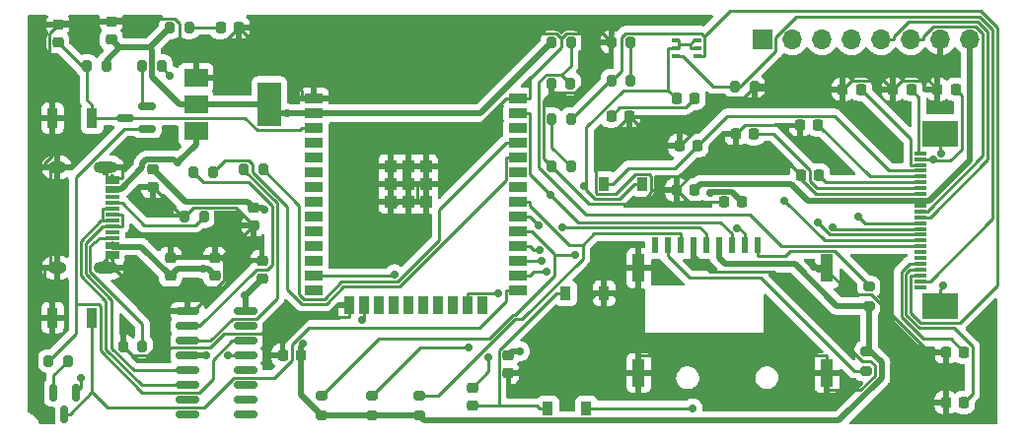
<source format=gbr>
%TF.GenerationSoftware,KiCad,Pcbnew,(6.0.9-0)*%
%TF.CreationDate,2022-12-04T14:35:13+08:00*%
%TF.ProjectId,Epaper-mcu,45706170-6572-42d6-9d63-752e6b696361,rev?*%
%TF.SameCoordinates,Original*%
%TF.FileFunction,Copper,L1,Top*%
%TF.FilePolarity,Positive*%
%FSLAX46Y46*%
G04 Gerber Fmt 4.6, Leading zero omitted, Abs format (unit mm)*
G04 Created by KiCad (PCBNEW (6.0.9-0)) date 2022-12-04 14:35:13*
%MOMM*%
%LPD*%
G01*
G04 APERTURE LIST*
G04 Aperture macros list*
%AMRoundRect*
0 Rectangle with rounded corners*
0 $1 Rounding radius*
0 $2 $3 $4 $5 $6 $7 $8 $9 X,Y pos of 4 corners*
0 Add a 4 corners polygon primitive as box body*
4,1,4,$2,$3,$4,$5,$6,$7,$8,$9,$2,$3,0*
0 Add four circle primitives for the rounded corners*
1,1,$1+$1,$2,$3*
1,1,$1+$1,$4,$5*
1,1,$1+$1,$6,$7*
1,1,$1+$1,$8,$9*
0 Add four rect primitives between the rounded corners*
20,1,$1+$1,$2,$3,$4,$5,0*
20,1,$1+$1,$4,$5,$6,$7,0*
20,1,$1+$1,$6,$7,$8,$9,0*
20,1,$1+$1,$8,$9,$2,$3,0*%
G04 Aperture macros list end*
%TA.AperFunction,SMDPad,CuDef*%
%ADD10RoundRect,0.200000X-0.200000X-0.275000X0.200000X-0.275000X0.200000X0.275000X-0.200000X0.275000X0*%
%TD*%
%TA.AperFunction,SMDPad,CuDef*%
%ADD11RoundRect,0.225000X-0.250000X0.225000X-0.250000X-0.225000X0.250000X-0.225000X0.250000X0.225000X0*%
%TD*%
%TA.AperFunction,SMDPad,CuDef*%
%ADD12RoundRect,0.200000X-0.275000X0.200000X-0.275000X-0.200000X0.275000X-0.200000X0.275000X0.200000X0*%
%TD*%
%TA.AperFunction,SMDPad,CuDef*%
%ADD13RoundRect,0.225000X0.250000X-0.225000X0.250000X0.225000X-0.250000X0.225000X-0.250000X-0.225000X0*%
%TD*%
%TA.AperFunction,SMDPad,CuDef*%
%ADD14RoundRect,0.225000X-0.225000X-0.250000X0.225000X-0.250000X0.225000X0.250000X-0.225000X0.250000X0*%
%TD*%
%TA.AperFunction,SMDPad,CuDef*%
%ADD15RoundRect,0.200000X0.275000X-0.200000X0.275000X0.200000X-0.275000X0.200000X-0.275000X-0.200000X0*%
%TD*%
%TA.AperFunction,SMDPad,CuDef*%
%ADD16R,0.620000X1.400000*%
%TD*%
%TA.AperFunction,SMDPad,CuDef*%
%ADD17R,1.100000X2.400000*%
%TD*%
%TA.AperFunction,SMDPad,CuDef*%
%ADD18R,1.150000X0.300000*%
%TD*%
%TA.AperFunction,ComponentPad*%
%ADD19O,2.100000X1.000000*%
%TD*%
%TA.AperFunction,ComponentPad*%
%ADD20O,1.600000X1.000000*%
%TD*%
%TA.AperFunction,SMDPad,CuDef*%
%ADD21R,0.900000X1.700000*%
%TD*%
%TA.AperFunction,SMDPad,CuDef*%
%ADD22RoundRect,0.150000X0.587500X0.150000X-0.587500X0.150000X-0.587500X-0.150000X0.587500X-0.150000X0*%
%TD*%
%TA.AperFunction,SMDPad,CuDef*%
%ADD23RoundRect,0.225000X0.225000X0.250000X-0.225000X0.250000X-0.225000X-0.250000X0.225000X-0.250000X0*%
%TD*%
%TA.AperFunction,SMDPad,CuDef*%
%ADD24RoundRect,0.200000X0.200000X0.275000X-0.200000X0.275000X-0.200000X-0.275000X0.200000X-0.275000X0*%
%TD*%
%TA.AperFunction,SMDPad,CuDef*%
%ADD25RoundRect,0.150000X-0.825000X-0.150000X0.825000X-0.150000X0.825000X0.150000X-0.825000X0.150000X0*%
%TD*%
%TA.AperFunction,SMDPad,CuDef*%
%ADD26R,0.650000X0.400000*%
%TD*%
%TA.AperFunction,SMDPad,CuDef*%
%ADD27R,2.000000X1.500000*%
%TD*%
%TA.AperFunction,SMDPad,CuDef*%
%ADD28R,2.000000X3.800000*%
%TD*%
%TA.AperFunction,SMDPad,CuDef*%
%ADD29RoundRect,0.218750X0.218750X0.256250X-0.218750X0.256250X-0.218750X-0.256250X0.218750X-0.256250X0*%
%TD*%
%TA.AperFunction,SMDPad,CuDef*%
%ADD30R,0.900000X1.200000*%
%TD*%
%TA.AperFunction,SMDPad,CuDef*%
%ADD31R,1.100000X0.300000*%
%TD*%
%TA.AperFunction,SMDPad,CuDef*%
%ADD32R,3.100000X2.300000*%
%TD*%
%TA.AperFunction,SMDPad,CuDef*%
%ADD33R,1.500000X0.900000*%
%TD*%
%TA.AperFunction,SMDPad,CuDef*%
%ADD34R,0.900000X1.500000*%
%TD*%
%TA.AperFunction,SMDPad,CuDef*%
%ADD35R,1.050000X1.050000*%
%TD*%
%TA.AperFunction,SMDPad,CuDef*%
%ADD36RoundRect,0.218750X-0.218750X-0.256250X0.218750X-0.256250X0.218750X0.256250X-0.218750X0.256250X0*%
%TD*%
%TA.AperFunction,SMDPad,CuDef*%
%ADD37RoundRect,0.150000X-0.150000X0.587500X-0.150000X-0.587500X0.150000X-0.587500X0.150000X0.587500X0*%
%TD*%
%TA.AperFunction,ComponentPad*%
%ADD38R,1.700000X1.700000*%
%TD*%
%TA.AperFunction,ComponentPad*%
%ADD39O,1.700000X1.700000*%
%TD*%
%TA.AperFunction,ViaPad*%
%ADD40C,0.700000*%
%TD*%
%TA.AperFunction,Conductor*%
%ADD41C,0.250000*%
%TD*%
%TA.AperFunction,Conductor*%
%ADD42C,0.500000*%
%TD*%
%TA.AperFunction,Conductor*%
%ADD43C,0.299800*%
%TD*%
G04 APERTURE END LIST*
D10*
%TO.P,R14,1*%
%TO.N,GND*%
X157925000Y-91440000D03*
%TO.P,R14,2*%
%TO.N,Net-(R14-Pad2)*%
X159575000Y-91440000D03*
%TD*%
D11*
%TO.P,C10,1*%
%TO.N,+3.3V*%
X123698000Y-91681000D03*
%TO.P,C10,2*%
%TO.N,GND*%
X123698000Y-93231000D03*
%TD*%
D12*
%TO.P,R18,1*%
%TO.N,+3.3V*%
X184912000Y-107379000D03*
%TO.P,R18,2*%
%TO.N,Net-(J6-PadP8)*%
X184912000Y-109029000D03*
%TD*%
D13*
%TO.P,C1,1*%
%TO.N,+5V*%
X129032000Y-100851000D03*
%TO.P,C1,2*%
%TO.N,GND*%
X129032000Y-99301000D03*
%TD*%
D10*
%TO.P,R15,1*%
%TO.N,Net-(R14-Pad2)*%
X157935000Y-87376000D03*
%TO.P,R15,2*%
%TO.N,/RESE*%
X159585000Y-87376000D03*
%TD*%
D14*
%TO.P,C20,1*%
%TO.N,GND*%
X182930000Y-84836000D03*
%TO.P,C20,2*%
%TO.N,/VSL*%
X184480000Y-84836000D03*
%TD*%
D11*
%TO.P,C11,1*%
%TO.N,Net-(C11-Pad1)*%
X151130000Y-110477000D03*
%TO.P,C11,2*%
%TO.N,Net-(C11-Pad2)*%
X151130000Y-112027000D03*
%TD*%
%TO.P,C3,1*%
%TO.N,+3.3V*%
X132334000Y-94983000D03*
%TO.P,C3,2*%
%TO.N,GND*%
X132334000Y-96533000D03*
%TD*%
D14*
%TO.P,C19,1*%
%TO.N,GND*%
X168897000Y-89662000D03*
%TO.P,C19,2*%
%TO.N,/PREVGH*%
X170447000Y-89662000D03*
%TD*%
D15*
%TO.P,R20,1*%
%TO.N,+3.3V*%
X142494000Y-112839000D03*
%TO.P,R20,2*%
%TO.N,/SD_MOSI*%
X142494000Y-111189000D03*
%TD*%
D13*
%TO.P,C4,1*%
%TO.N,+3.3V*%
X120142000Y-80531000D03*
%TO.P,C4,2*%
%TO.N,GND*%
X120142000Y-78981000D03*
%TD*%
D16*
%TO.P,J6,P1,DAT2*%
%TO.N,Net-(J6-PadP1)*%
X175587000Y-98210000D03*
%TO.P,J6,P2,CD/DAT3*%
%TO.N,/SD_CS*%
X174487000Y-98210000D03*
%TO.P,J6,P3,CMD*%
%TO.N,/SD_MOSI*%
X173387000Y-98210000D03*
%TO.P,J6,P4,VDD*%
%TO.N,+3.3V*%
X172287000Y-98210000D03*
%TO.P,J6,P5,CLK*%
%TO.N,/SD_CLK*%
X171187000Y-98210000D03*
%TO.P,J6,P6,VSS*%
%TO.N,GND*%
X170087000Y-98210000D03*
%TO.P,J6,P7,DAT0*%
%TO.N,/SD_MISO*%
X168987000Y-98210000D03*
%TO.P,J6,P8,DAT1*%
%TO.N,Net-(J6-PadP8)*%
X167887000Y-98210000D03*
%TO.P,J6,P9,CD*%
%TO.N,unconnected-(J6-PadP9)*%
X166787000Y-98210000D03*
D17*
%TO.P,J6,SH1,SHIELD*%
%TO.N,GND*%
X165407000Y-109210000D03*
%TO.P,J6,SH2,SHIELD*%
X165407000Y-100210000D03*
%TO.P,J6,SH3,SHIELD*%
X181557000Y-100210000D03*
%TO.P,J6,SH4,SHIELD*%
X181557000Y-109210000D03*
%TD*%
D14*
%TO.P,C12,1*%
%TO.N,Net-(C12-Pad1)*%
X163042000Y-87122000D03*
%TO.P,C12,2*%
%TO.N,GND*%
X164592000Y-87122000D03*
%TD*%
D15*
%TO.P,R16,1*%
%TO.N,+3.3V*%
X138176000Y-112839000D03*
%TO.P,R16,2*%
%TO.N,/SD_CS*%
X138176000Y-111189000D03*
%TD*%
D18*
%TO.P,J1,A1,GND*%
%TO.N,GND*%
X120220000Y-92500000D03*
%TO.P,J1,A4,VBUS*%
%TO.N,+5V*%
X120220000Y-93300000D03*
%TO.P,J1,A5,CC1*%
%TO.N,Net-(J1-PadA5)*%
X120220000Y-94600000D03*
%TO.P,J1,A6,D+*%
%TO.N,/D+*%
X120220000Y-95600000D03*
%TO.P,J1,A7,D-*%
%TO.N,/D-*%
X120220000Y-96100000D03*
%TO.P,J1,A8,SBU1*%
%TO.N,unconnected-(J1-PadA8)*%
X120220000Y-97100000D03*
%TO.P,J1,A9,VBUS*%
%TO.N,+5V*%
X120220000Y-98400000D03*
%TO.P,J1,A12,GND*%
%TO.N,GND*%
X120220000Y-99200000D03*
%TO.P,J1,B1,GND*%
X120220000Y-98900000D03*
%TO.P,J1,B4,VBUS*%
%TO.N,+5V*%
X120220000Y-98100000D03*
%TO.P,J1,B5,CC2*%
%TO.N,Net-(J1-PadB5)*%
X120220000Y-97600000D03*
%TO.P,J1,B6,D+*%
%TO.N,/D+*%
X120220000Y-96600000D03*
%TO.P,J1,B7,D-*%
%TO.N,/D-*%
X120220000Y-95100000D03*
%TO.P,J1,B8,SBU2*%
%TO.N,unconnected-(J1-PadB8)*%
X120220000Y-94100000D03*
%TO.P,J1,B9,VBUS*%
%TO.N,+5V*%
X120220000Y-93600000D03*
%TO.P,J1,B12,GND*%
%TO.N,GND*%
X120220000Y-92800000D03*
D19*
%TO.P,J1,S1,SHIELD*%
X119655000Y-91530000D03*
D20*
X115475000Y-100170000D03*
X115475000Y-91530000D03*
D19*
X119655000Y-100170000D03*
%TD*%
D14*
%TO.P,C22,1*%
%TO.N,GND*%
X187248000Y-84836000D03*
%TO.P,C22,2*%
%TO.N,/VCOM*%
X188798000Y-84836000D03*
%TD*%
D21*
%TO.P,SW2,1,1*%
%TO.N,GND*%
X115100000Y-104450000D03*
%TO.P,SW2,2,2*%
%TO.N,/BOOT*%
X118500000Y-104450000D03*
%TD*%
D13*
%TO.P,C5,1*%
%TO.N,+5V*%
X125222000Y-100851000D03*
%TO.P,C5,2*%
%TO.N,GND*%
X125222000Y-99301000D03*
%TD*%
D22*
%TO.P,Q1,1,E*%
%TO.N,/RTS*%
X123212500Y-88225000D03*
%TO.P,Q1,2,B*%
%TO.N,Net-(Q1-Pad2)*%
X123212500Y-86325000D03*
%TO.P,Q1,3,C*%
%TO.N,/RST_EN*%
X121337500Y-87275000D03*
%TD*%
D13*
%TO.P,C2,1*%
%TO.N,/RST_EN*%
X115570000Y-80785000D03*
%TO.P,C2,2*%
%TO.N,GND*%
X115570000Y-79235000D03*
%TD*%
D23*
%TO.P,C8,1*%
%TO.N,+3.3V*%
X136411000Y-107696000D03*
%TO.P,C8,2*%
%TO.N,GND*%
X134861000Y-107696000D03*
%TD*%
D10*
%TO.P,R4,1*%
%TO.N,/TXD0 ESP32*%
X131509000Y-91694000D03*
%TO.P,R4,2*%
%TO.N,Net-(R4-Pad2)*%
X133159000Y-91694000D03*
%TD*%
D14*
%TO.P,C15,1*%
%TO.N,GND*%
X168643000Y-93472000D03*
%TO.P,C15,2*%
%TO.N,/3V3*%
X170193000Y-93472000D03*
%TD*%
D24*
%TO.P,R3,1*%
%TO.N,+3.3V*%
X119697000Y-82804000D03*
%TO.P,R3,2*%
%TO.N,/RST_EN*%
X118047000Y-82804000D03*
%TD*%
D25*
%TO.P,U2,1,GND*%
%TO.N,GND*%
X126685000Y-103925000D03*
%TO.P,U2,2,TXD*%
%TO.N,/RXD0 ESP32*%
X126685000Y-105195000D03*
%TO.P,U2,3,RXD*%
%TO.N,/TXD0 ESP32*%
X126685000Y-106465000D03*
%TO.P,U2,4,V3*%
%TO.N,/3V3*%
X126685000Y-107735000D03*
%TO.P,U2,5,UD+*%
%TO.N,/D+*%
X126685000Y-109005000D03*
%TO.P,U2,6,UD-*%
%TO.N,/D-*%
X126685000Y-110275000D03*
%TO.P,U2,7,NC*%
%TO.N,unconnected-(U2-Pad7)*%
X126685000Y-111545000D03*
%TO.P,U2,8,NC*%
%TO.N,unconnected-(U2-Pad8)*%
X126685000Y-112815000D03*
%TO.P,U2,9,~{CTS}*%
%TO.N,unconnected-(U2-Pad9)*%
X131635000Y-112815000D03*
%TO.P,U2,10,~{DSR}*%
%TO.N,unconnected-(U2-Pad10)*%
X131635000Y-111545000D03*
%TO.P,U2,11,~{RI}*%
%TO.N,unconnected-(U2-Pad11)*%
X131635000Y-110275000D03*
%TO.P,U2,12,~{DCD}*%
%TO.N,unconnected-(U2-Pad12)*%
X131635000Y-109005000D03*
%TO.P,U2,13,~{DTR}*%
%TO.N,/DTR*%
X131635000Y-107735000D03*
%TO.P,U2,14,~{RTS}*%
%TO.N,/RTS*%
X131635000Y-106465000D03*
%TO.P,U2,15,R232*%
%TO.N,unconnected-(U2-Pad15)*%
X131635000Y-105195000D03*
%TO.P,U2,16,VCC*%
%TO.N,+5V*%
X131635000Y-103925000D03*
%TD*%
D26*
%TO.P,Q3,1,D*%
%TO.N,Net-(C11-Pad1)*%
X168550000Y-80630000D03*
%TO.P,Q3,2,D*%
X168550000Y-81280000D03*
%TO.P,Q3,3,G*%
%TO.N,/GDR*%
X168550000Y-81930000D03*
%TO.P,Q3,4,S*%
%TO.N,/RESE*%
X170450000Y-81930000D03*
%TO.P,Q3,5,D*%
%TO.N,Net-(C11-Pad1)*%
X170450000Y-81280000D03*
%TO.P,Q3,6,D*%
X170450000Y-80630000D03*
%TD*%
D27*
%TO.P,U3,1,GND*%
%TO.N,GND*%
X127406000Y-83806000D03*
D28*
%TO.P,U3,2,VO*%
%TO.N,+3.3V*%
X133706000Y-86106000D03*
D27*
X127406000Y-86106000D03*
%TO.P,U3,3,VI*%
%TO.N,+5V*%
X127406000Y-88406000D03*
%TD*%
D29*
%TO.P,D2,1,K*%
%TO.N,GND*%
X131089500Y-79502000D03*
%TO.P,D2,2,A*%
%TO.N,Net-(D2-Pad2)*%
X129514500Y-79502000D03*
%TD*%
D30*
%TO.P,D3,1,K*%
%TO.N,/PREVGH*%
X162434000Y-92964000D03*
%TO.P,D3,2,A*%
%TO.N,Net-(C11-Pad1)*%
X165734000Y-92964000D03*
%TD*%
D14*
%TO.P,C14,1*%
%TO.N,GND*%
X191770000Y-107442000D03*
%TO.P,C14,2*%
%TO.N,/VGH*%
X193320000Y-107442000D03*
%TD*%
D10*
%TO.P,R2,1*%
%TO.N,/RXD0 ESP32*%
X127191000Y-91948000D03*
%TO.P,R2,2*%
%TO.N,Net-(R2-Pad2)*%
X128841000Y-91948000D03*
%TD*%
%TO.P,R10,1*%
%TO.N,/RESE*%
X163055000Y-84074000D03*
%TO.P,R10,2*%
%TO.N,Net-(R1-Pad2)*%
X164705000Y-84074000D03*
%TD*%
D11*
%TO.P,C23,1*%
%TO.N,/3V3*%
X154178000Y-107683000D03*
%TO.P,C23,2*%
%TO.N,GND*%
X154178000Y-109233000D03*
%TD*%
D10*
%TO.P,R1,1*%
%TO.N,GND*%
X163068000Y-80772000D03*
%TO.P,R1,2*%
%TO.N,Net-(R1-Pad2)*%
X164718000Y-80772000D03*
%TD*%
D30*
%TO.P,D5,1,K*%
%TO.N,GND*%
X162432000Y-102362000D03*
%TO.P,D5,2,A*%
%TO.N,Net-(C11-Pad2)*%
X159132000Y-102362000D03*
%TD*%
D14*
%TO.P,C17,1*%
%TO.N,GND*%
X179324000Y-92202000D03*
%TO.P,C17,2*%
%TO.N,/VPP*%
X180874000Y-92202000D03*
%TD*%
D31*
%TO.P,J4,1,Pin_1*%
%TO.N,unconnected-(J4-Pad1)*%
X189575000Y-101825000D03*
%TO.P,J4,2,Pin_2*%
%TO.N,/GDR*%
X189575000Y-101325000D03*
%TO.P,J4,3,Pin_3*%
%TO.N,/RESE*%
X189575000Y-100825000D03*
%TO.P,J4,4,Pin_4*%
%TO.N,/VGL*%
X189575000Y-100325000D03*
%TO.P,J4,5,Pin_5*%
%TO.N,/VGH*%
X189575000Y-99825000D03*
%TO.P,J4,6,Pin_6*%
%TO.N,unconnected-(J4-Pad6)*%
X189575000Y-99325000D03*
%TO.P,J4,7,Pin_7*%
%TO.N,unconnected-(J4-Pad7)*%
X189575000Y-98825000D03*
%TO.P,J4,8,Pin_8*%
%TO.N,/BS*%
X189575000Y-98325000D03*
%TO.P,J4,9,Pin_9*%
%TO.N,/BUSY*%
X189575000Y-97825000D03*
%TO.P,J4,10,Pin_10*%
%TO.N,/RST*%
X189575000Y-97325000D03*
%TO.P,J4,11,Pin_11*%
%TO.N,/DC*%
X189575000Y-96825000D03*
%TO.P,J4,12,Pin_12*%
%TO.N,/CS*%
X189575000Y-96325000D03*
%TO.P,J4,13,Pin_13*%
%TO.N,/CLK*%
X189575000Y-95825000D03*
%TO.P,J4,14,Pin_14*%
%TO.N,/SDA*%
X189575000Y-95325000D03*
%TO.P,J4,15,Pin_15*%
%TO.N,/3V3*%
X189575000Y-94825000D03*
%TO.P,J4,16,Pin_16*%
X189575000Y-94325000D03*
%TO.P,J4,17,Pin_17*%
%TO.N,GND*%
X189575000Y-93825000D03*
%TO.P,J4,18,Pin_18*%
%TO.N,/VDD*%
X189575000Y-93325000D03*
%TO.P,J4,19,Pin_19*%
%TO.N,/VPP*%
X189575000Y-92825000D03*
%TO.P,J4,20,Pin_20*%
%TO.N,/VSH*%
X189575000Y-92325000D03*
%TO.P,J4,21,Pin_21*%
%TO.N,/PREVGH*%
X189575000Y-91825000D03*
%TO.P,J4,22,Pin_22*%
%TO.N,/VSL*%
X189575000Y-91325000D03*
%TO.P,J4,23,Pin_23*%
%TO.N,/PREVGL*%
X189575000Y-90825000D03*
%TO.P,J4,24,Pin_24*%
%TO.N,/VCOM*%
X189575000Y-90325000D03*
D32*
%TO.P,J4,MP,MountPin*%
%TO.N,unconnected-(J4-PadMP)*%
X191275000Y-88655000D03*
X191275000Y-103495000D03*
%TD*%
D10*
%TO.P,R9,1*%
%TO.N,+3.3V*%
X125159000Y-79502000D03*
%TO.P,R9,2*%
%TO.N,Net-(D2-Pad2)*%
X126809000Y-79502000D03*
%TD*%
%TO.P,R11,1*%
%TO.N,/GDR*%
X173673000Y-84582000D03*
%TO.P,R11,2*%
%TO.N,GND*%
X175323000Y-84582000D03*
%TD*%
D23*
%TO.P,C6,1*%
%TO.N,+5V*%
X174257000Y-94488000D03*
%TO.P,C6,2*%
%TO.N,GND*%
X172707000Y-94488000D03*
%TD*%
D14*
%TO.P,C13,1*%
%TO.N,GND*%
X191757000Y-111760000D03*
%TO.P,C13,2*%
%TO.N,/VGL*%
X193307000Y-111760000D03*
%TD*%
D11*
%TO.P,C7,1*%
%TO.N,GND*%
X133096000Y-99555000D03*
%TO.P,C7,2*%
%TO.N,+5V*%
X133096000Y-101105000D03*
%TD*%
D10*
%TO.P,R13,1*%
%TO.N,GND*%
X157895000Y-84328000D03*
%TO.P,R13,2*%
%TO.N,/BS*%
X159545000Y-84328000D03*
%TD*%
D14*
%TO.P,C21,1*%
%TO.N,GND*%
X191058000Y-84836000D03*
%TO.P,C21,2*%
%TO.N,/PREVGL*%
X192608000Y-84836000D03*
%TD*%
D33*
%TO.P,U1,1,GND*%
%TO.N,GND*%
X137554000Y-85625000D03*
%TO.P,U1,2,3V3*%
%TO.N,+3.3V*%
X137554000Y-86895000D03*
%TO.P,U1,3,EN/CHIP_PU*%
%TO.N,/RST_EN*%
X137554000Y-88165000D03*
%TO.P,U1,4,SENSOR_VP/GPIO36/ADC1_CH0*%
%TO.N,unconnected-(U1-Pad4)*%
X137554000Y-89435000D03*
%TO.P,U1,5,SENSOR_VN/GPIO39/ADC1_CH3*%
%TO.N,unconnected-(U1-Pad5)*%
X137554000Y-90705000D03*
%TO.P,U1,6,GPIO34/ADC1_CH6*%
%TO.N,unconnected-(U1-Pad6)*%
X137554000Y-91975000D03*
%TO.P,U1,7,GPIO35/ADC1_CH7*%
%TO.N,unconnected-(U1-Pad7)*%
X137554000Y-93245000D03*
%TO.P,U1,8,32K_XP/GPIO32/ADC1_CH4*%
%TO.N,unconnected-(U1-Pad8)*%
X137554000Y-94515000D03*
%TO.P,U1,9,32K_XN/GPIO33/ADC1_CH5*%
%TO.N,unconnected-(U1-Pad9)*%
X137554000Y-95785000D03*
%TO.P,U1,10,DAC_1/ADC2_CH8/GPIO25*%
%TO.N,unconnected-(U1-Pad10)*%
X137554000Y-97055000D03*
%TO.P,U1,11,DAC_2/ADC2_CH9/GPIO26*%
%TO.N,unconnected-(U1-Pad11)*%
X137554000Y-98325000D03*
%TO.P,U1,12,ADC2_CH7/GPIO27*%
%TO.N,unconnected-(U1-Pad12)*%
X137554000Y-99595000D03*
%TO.P,U1,13,MTMS/GPIO14/ADC2_CH6*%
%TO.N,/CLK*%
X137554000Y-100865000D03*
%TO.P,U1,14,MTDI/GPIO12/ADC2_CH5*%
%TO.N,unconnected-(U1-Pad14)*%
X137554000Y-102135000D03*
D34*
%TO.P,U1,15,GND*%
%TO.N,GND*%
X140584000Y-103385000D03*
%TO.P,U1,16,MTCK/GPIO13/ADC2_CH4*%
%TO.N,/SDA*%
X141854000Y-103385000D03*
%TO.P,U1,17,NC*%
%TO.N,unconnected-(U1-Pad17)*%
X143124000Y-103385000D03*
%TO.P,U1,18,NC*%
%TO.N,unconnected-(U1-Pad18)*%
X144394000Y-103385000D03*
%TO.P,U1,19,NC*%
%TO.N,unconnected-(U1-Pad19)*%
X145664000Y-103385000D03*
%TO.P,U1,20,NC*%
%TO.N,unconnected-(U1-Pad20)*%
X146934000Y-103385000D03*
%TO.P,U1,21,NC*%
%TO.N,unconnected-(U1-Pad21)*%
X148204000Y-103385000D03*
%TO.P,U1,22,NC*%
%TO.N,unconnected-(U1-Pad22)*%
X149474000Y-103385000D03*
%TO.P,U1,23,MTDO/GPIO15/ADC2_CH3*%
%TO.N,/CS*%
X150744000Y-103385000D03*
%TO.P,U1,24,ADC2_CH2/GPIO2*%
%TO.N,unconnected-(U1-Pad24)*%
X152014000Y-103385000D03*
D33*
%TO.P,U1,25,GPIO0/BOOT/ADC2_CH1*%
%TO.N,/BOOT*%
X155054000Y-102135000D03*
%TO.P,U1,26,ADC2_CH0/GPIO4*%
%TO.N,/DC*%
X155054000Y-100865000D03*
%TO.P,U1,27,GPIO16*%
%TO.N,/RST*%
X155054000Y-99595000D03*
%TO.P,U1,28,GPIO17*%
%TO.N,/BUSY*%
X155054000Y-98325000D03*
%TO.P,U1,29,GPIO5*%
%TO.N,/SD_CS*%
X155054000Y-97055000D03*
%TO.P,U1,30,GPIO18*%
%TO.N,/SD_CLK*%
X155054000Y-95785000D03*
%TO.P,U1,31,GPIO19*%
%TO.N,/SD_MISO*%
X155054000Y-94515000D03*
%TO.P,U1,32,NC*%
%TO.N,unconnected-(U1-Pad32)*%
X155054000Y-93245000D03*
%TO.P,U1,33,GPIO21*%
%TO.N,unconnected-(U1-Pad33)*%
X155054000Y-91975000D03*
%TO.P,U1,34,U0RXD/GPIO3*%
%TO.N,Net-(R2-Pad2)*%
X155054000Y-90705000D03*
%TO.P,U1,35,U0TXD/GPIO1*%
%TO.N,Net-(R4-Pad2)*%
X155054000Y-89435000D03*
%TO.P,U1,36,GPIO22*%
%TO.N,unconnected-(U1-Pad36)*%
X155054000Y-88165000D03*
%TO.P,U1,37,GPIO23*%
%TO.N,/SD_MOSI*%
X155054000Y-86895000D03*
%TO.P,U1,38,GND*%
%TO.N,GND*%
X155054000Y-85625000D03*
D35*
%TO.P,U1,39,GND_THERMAL*%
X144099000Y-94490000D03*
X145624000Y-92965000D03*
X147149000Y-92965000D03*
X145624000Y-91440000D03*
X144099000Y-91440000D03*
X144099000Y-92965000D03*
X147149000Y-94490000D03*
X147149000Y-91440000D03*
X145624000Y-94490000D03*
%TD*%
D36*
%TO.P,L1,1,1*%
%TO.N,Net-(C11-Pad1)*%
X168630500Y-85598000D03*
%TO.P,L1,2,2*%
%TO.N,Net-(C12-Pad1)*%
X170205500Y-85598000D03*
%TD*%
D24*
%TO.P,R8,1*%
%TO.N,Net-(J1-PadA5)*%
X128079000Y-95758000D03*
%TO.P,R8,2*%
%TO.N,GND*%
X126429000Y-95758000D03*
%TD*%
D14*
%TO.P,C16,1*%
%TO.N,GND*%
X173735000Y-88646000D03*
%TO.P,C16,2*%
%TO.N,/VDD*%
X175285000Y-88646000D03*
%TD*%
D24*
%TO.P,R7,1*%
%TO.N,Net-(J1-PadB5)*%
X122808000Y-106934000D03*
%TO.P,R7,2*%
%TO.N,GND*%
X121158000Y-106934000D03*
%TD*%
D10*
%TO.P,R6,1*%
%TO.N,/RTS*%
X114760000Y-108175000D03*
%TO.P,R6,2*%
%TO.N,Net-(Q2-Pad2)*%
X116410000Y-108175000D03*
%TD*%
D15*
%TO.P,R17,1*%
%TO.N,+3.3V*%
X185166000Y-103441000D03*
%TO.P,R17,2*%
%TO.N,Net-(J6-PadP1)*%
X185166000Y-101791000D03*
%TD*%
D30*
%TO.P,D4,1,K*%
%TO.N,Net-(C11-Pad2)*%
X157608000Y-112268000D03*
%TO.P,D4,2,A*%
%TO.N,/PREVGL*%
X160908000Y-112268000D03*
%TD*%
D15*
%TO.P,R19,1*%
%TO.N,+3.3V*%
X146558000Y-112839000D03*
%TO.P,R19,2*%
%TO.N,/SD_MISO*%
X146558000Y-111189000D03*
%TD*%
D24*
%TO.P,R5,1*%
%TO.N,/DTR*%
X124460000Y-82804000D03*
%TO.P,R5,2*%
%TO.N,Net-(Q1-Pad2)*%
X122810000Y-82804000D03*
%TD*%
D37*
%TO.P,Q2,1,E*%
%TO.N,/DTR*%
X117080000Y-110882500D03*
%TO.P,Q2,2,B*%
%TO.N,Net-(Q2-Pad2)*%
X115180000Y-110882500D03*
%TO.P,Q2,3,C*%
%TO.N,/BOOT*%
X116130000Y-112757500D03*
%TD*%
D10*
%TO.P,R12,1*%
%TO.N,+3.3V*%
X157925000Y-80772000D03*
%TO.P,R12,2*%
%TO.N,/BS*%
X159575000Y-80772000D03*
%TD*%
D38*
%TO.P,J5,1,Pin_1*%
%TO.N,/BUSY*%
X176037000Y-80518000D03*
D39*
%TO.P,J5,2,Pin_2*%
%TO.N,/RST*%
X178577000Y-80518000D03*
%TO.P,J5,3,Pin_3*%
%TO.N,/DC*%
X181117000Y-80518000D03*
%TO.P,J5,4,Pin_4*%
%TO.N,/CS*%
X183657000Y-80518000D03*
%TO.P,J5,5,Pin_5*%
%TO.N,/CLK*%
X186197000Y-80518000D03*
%TO.P,J5,6,Pin_6*%
%TO.N,/SDA*%
X188737000Y-80518000D03*
%TO.P,J5,7,Pin_7*%
%TO.N,GND*%
X191277000Y-80518000D03*
%TO.P,J5,8,Pin_8*%
%TO.N,/3V3*%
X193817000Y-80518000D03*
%TD*%
D21*
%TO.P,SW1,1,1*%
%TO.N,GND*%
X115100000Y-87300000D03*
%TO.P,SW1,2,2*%
%TO.N,/RST_EN*%
X118500000Y-87300000D03*
%TD*%
D14*
%TO.P,C18,1*%
%TO.N,GND*%
X179255000Y-87884000D03*
%TO.P,C18,2*%
%TO.N,/VSH*%
X180805000Y-87884000D03*
%TD*%
D40*
%TO.N,/DTR*%
X117548800Y-109684800D03*
X125177300Y-83625600D03*
X130136600Y-107735000D03*
%TO.N,/SD_CLK*%
X156857800Y-96550500D03*
X158824900Y-96676000D03*
%TO.N,/SD_MOSI*%
X157830300Y-93880000D03*
X150790200Y-106998700D03*
%TO.N,/SD_CS*%
X173851000Y-96761900D03*
X159960300Y-99073000D03*
%TO.N,unconnected-(J4-PadMP)*%
X191391400Y-90308800D03*
X191542600Y-101712000D03*
%TO.N,/SDA*%
X141657000Y-104643300D03*
%TO.N,/CLK*%
X144448900Y-100728100D03*
%TO.N,/CS*%
X184228000Y-95739800D03*
X153355200Y-102359900D03*
%TO.N,/DC*%
X182073800Y-96666800D03*
X157531100Y-100510500D03*
%TO.N,/RST*%
X180776500Y-96305700D03*
X157090000Y-99559300D03*
%TO.N,/BUSY*%
X177941500Y-94404800D03*
X156876600Y-98608200D03*
%TO.N,/PREVGL*%
X170041700Y-112268000D03*
X190652300Y-90825000D03*
%TO.N,/3V3*%
X155207900Y-107349300D03*
X128243000Y-107735000D03*
%TO.N,Net-(C11-Pad1)*%
X160683600Y-93160400D03*
X152538000Y-107913300D03*
%TO.N,+3.3V*%
X133320800Y-95152600D03*
X135256000Y-86895000D03*
X136611200Y-106707600D03*
%TO.N,GND*%
X180472300Y-100058700D03*
X178085600Y-101674300D03*
%TO.N,+5V*%
X128040100Y-100274200D03*
X125830000Y-91132100D03*
X171536900Y-93707100D03*
X131624900Y-102554200D03*
%TD*%
D41*
%TO.N,Net-(J1-PadB5)*%
X120220000Y-97600000D02*
X119126000Y-97600000D01*
X119126000Y-97600000D02*
X118327700Y-98298000D01*
X118327700Y-98298000D02*
X118327700Y-100495200D01*
X118327700Y-100495200D02*
X122808000Y-104975500D01*
X122808000Y-104975500D02*
X122808000Y-106934000D01*
%TO.N,Net-(R14-Pad2)*%
X157935000Y-89800000D02*
X157935000Y-87376000D01*
X159575000Y-91440000D02*
X157935000Y-89800000D01*
%TO.N,Net-(R4-Pad2)*%
X148287300Y-95176600D02*
X154028900Y-89435000D01*
X148287300Y-97774900D02*
X148287300Y-95176600D01*
X144680700Y-101381500D02*
X148287300Y-97774900D01*
X139907800Y-101381500D02*
X144680700Y-101381500D01*
X138429100Y-102860200D02*
X139907800Y-101381500D01*
X136641000Y-102860200D02*
X138429100Y-102860200D01*
X136268600Y-102487800D02*
X136641000Y-102860200D01*
X136268600Y-94803600D02*
X136268600Y-102487800D01*
X133159000Y-91694000D02*
X136268600Y-94803600D01*
X155054000Y-89435000D02*
X154028900Y-89435000D01*
%TO.N,/TXD0 ESP32*%
X131509000Y-91764700D02*
X131509000Y-91694000D01*
X134347200Y-94602900D02*
X131509000Y-91764700D01*
X134347200Y-102820100D02*
X134347200Y-94602900D01*
X132607300Y-104560000D02*
X134347200Y-102820100D01*
X130533900Y-104560000D02*
X132607300Y-104560000D01*
X128628900Y-106465000D02*
X130533900Y-104560000D01*
X126685000Y-106465000D02*
X128628900Y-106465000D01*
%TO.N,Net-(R2-Pad2)*%
X155054000Y-90705000D02*
X154028900Y-90705000D01*
X129876800Y-90912200D02*
X128841000Y-91948000D01*
X131914500Y-90912200D02*
X129876800Y-90912200D01*
X132259800Y-91257500D02*
X131914500Y-90912200D01*
X132259800Y-91949600D02*
X132259800Y-91257500D01*
X135218000Y-94907800D02*
X132259800Y-91949600D01*
X135218000Y-102003100D02*
X135218000Y-94907800D01*
X136475200Y-103260300D02*
X135218000Y-102003100D01*
X138594900Y-103260300D02*
X136475200Y-103260300D01*
X140073600Y-101781600D02*
X138594900Y-103260300D01*
X144846500Y-101781600D02*
X140073600Y-101781600D01*
X154028900Y-92599200D02*
X144846500Y-101781600D01*
X154028900Y-90705000D02*
X154028900Y-92599200D01*
%TO.N,/RXD0 ESP32*%
X128071800Y-92828800D02*
X127191000Y-91948000D01*
X131908800Y-92828800D02*
X128071800Y-92828800D01*
X133946000Y-94866000D02*
X131908800Y-92828800D01*
X133946000Y-99907500D02*
X133946000Y-94866000D01*
X133523500Y-100330000D02*
X133946000Y-99907500D01*
X132594000Y-100330000D02*
X133523500Y-100330000D01*
X127729000Y-105195000D02*
X132594000Y-100330000D01*
X126685000Y-105195000D02*
X127729000Y-105195000D01*
%TO.N,Net-(R1-Pad2)*%
X164718000Y-84061000D02*
X164705000Y-84074000D01*
X164718000Y-80772000D02*
X164718000Y-84061000D01*
%TO.N,/BOOT*%
X119842500Y-112180000D02*
X118500000Y-110837500D01*
X128134400Y-112180000D02*
X119842500Y-112180000D01*
X130674400Y-109640000D02*
X128134400Y-112180000D01*
X134113500Y-109640000D02*
X130674400Y-109640000D01*
X135636000Y-108117500D02*
X134113500Y-109640000D01*
X135636000Y-106743400D02*
X135636000Y-108117500D01*
X137074700Y-105304700D02*
X135636000Y-106743400D01*
X151756200Y-105304700D02*
X137074700Y-105304700D01*
X154028900Y-103032000D02*
X151756200Y-105304700D01*
X154028900Y-102135000D02*
X154028900Y-103032000D01*
X116580000Y-112757500D02*
X118500000Y-110837500D01*
X116130000Y-112757500D02*
X116580000Y-112757500D01*
X118500000Y-110837500D02*
X118500000Y-104450000D01*
X155054000Y-102135000D02*
X154028900Y-102135000D01*
%TO.N,Net-(Q2-Pad2)*%
X115180000Y-109405000D02*
X116410000Y-108175000D01*
X115180000Y-110882500D02*
X115180000Y-109405000D01*
%TO.N,/DTR*%
X117548800Y-110413700D02*
X117548800Y-109684800D01*
X117080000Y-110882500D02*
X117548800Y-110413700D01*
X124460000Y-82908300D02*
X124460000Y-82804000D01*
X125177300Y-83625600D02*
X124460000Y-82908300D01*
X131635000Y-107735000D02*
X130136600Y-107735000D01*
%TO.N,Net-(Q1-Pad2)*%
X122810000Y-85922500D02*
X123212500Y-86325000D01*
X122810000Y-82804000D02*
X122810000Y-85922500D01*
%TO.N,/RTS*%
X117110400Y-92355900D02*
X117110400Y-103315400D01*
X121241300Y-88225000D02*
X117110400Y-92355900D01*
X123212500Y-88225000D02*
X121241300Y-88225000D01*
X117110400Y-105824600D02*
X114760000Y-108175000D01*
X117110400Y-103315400D02*
X117110400Y-105824600D01*
X119088400Y-103315400D02*
X117110400Y-103315400D01*
X119236900Y-103463900D02*
X119088400Y-103315400D01*
X119236900Y-107306200D02*
X119236900Y-103463900D01*
X122813200Y-110882500D02*
X119236900Y-107306200D01*
X127707700Y-110882500D02*
X122813200Y-110882500D01*
X128868300Y-109721900D02*
X127707700Y-110882500D01*
X128868300Y-108085400D02*
X128868300Y-109721900D01*
X130488700Y-106465000D02*
X128868300Y-108085400D01*
X131635000Y-106465000D02*
X130488700Y-106465000D01*
%TO.N,Net-(J6-PadP8)*%
X183868900Y-109029000D02*
X184912000Y-109029000D01*
X175885800Y-101045900D02*
X183868900Y-109029000D01*
X169747800Y-101045900D02*
X175885800Y-101045900D01*
X167887000Y-99185100D02*
X169747800Y-101045900D01*
X167887000Y-98210000D02*
X167887000Y-99185100D01*
%TO.N,/SD_MISO*%
X168987000Y-98210000D02*
X168987000Y-97234900D01*
X160595700Y-99373500D02*
X160595700Y-98204100D01*
X155362600Y-104606600D02*
X160595700Y-99373500D01*
X154762400Y-104606600D02*
X155362600Y-104606600D01*
X148180000Y-111189000D02*
X154762400Y-104606600D01*
X146558000Y-111189000D02*
X148180000Y-111189000D01*
X159438700Y-98204100D02*
X160595700Y-98204100D01*
X156079100Y-94844500D02*
X159438700Y-98204100D01*
X156079100Y-94515000D02*
X156079100Y-94844500D01*
X161564900Y-97234900D02*
X168987000Y-97234900D01*
X160595700Y-98204100D02*
X161564900Y-97234900D01*
X155054000Y-94515000D02*
X156079100Y-94515000D01*
%TO.N,/SD_CLK*%
X171187000Y-98210000D02*
X171187000Y-97234900D01*
X155054000Y-95785000D02*
X156079100Y-95785000D01*
X170628100Y-96676000D02*
X158824900Y-96676000D01*
X171187000Y-97234900D02*
X170628100Y-96676000D01*
X156844600Y-96550500D02*
X156857800Y-96550500D01*
X156079100Y-95785000D02*
X156844600Y-96550500D01*
%TO.N,/SD_MOSI*%
X155054000Y-86895000D02*
X156079100Y-86895000D01*
X173387000Y-98210000D02*
X173387000Y-97234900D01*
X146684300Y-106998700D02*
X142494000Y-111189000D01*
X150790200Y-106998700D02*
X146684300Y-106998700D01*
X156079100Y-92128800D02*
X157830300Y-93880000D01*
X156079100Y-86895000D02*
X156079100Y-92128800D01*
X172428000Y-96275900D02*
X173387000Y-97234900D01*
X160226200Y-96275900D02*
X172428000Y-96275900D01*
X157830300Y-93880000D02*
X160226200Y-96275900D01*
%TO.N,/SD_CS*%
X155054000Y-97055000D02*
X156079100Y-97055000D01*
X174487000Y-98210000D02*
X174487000Y-97234900D01*
X174014000Y-96761900D02*
X173851000Y-96761900D01*
X174487000Y-97234900D02*
X174014000Y-96761900D01*
X143108300Y-106256700D02*
X138176000Y-111189000D01*
X152546400Y-106256700D02*
X143108300Y-106256700D01*
X154596600Y-104206500D02*
X152546400Y-106256700D01*
X154786800Y-104206500D02*
X154596600Y-104206500D01*
X158174800Y-100818500D02*
X154786800Y-104206500D01*
X158174800Y-99073000D02*
X158174800Y-100818500D01*
X158174800Y-99073000D02*
X159960300Y-99073000D01*
X156207500Y-97055000D02*
X156079100Y-97055000D01*
X158174800Y-99022300D02*
X156207500Y-97055000D01*
X158174800Y-99073000D02*
X158174800Y-99022300D01*
%TO.N,Net-(J6-PadP1)*%
X175587000Y-98210000D02*
X175587000Y-99185100D01*
X185166000Y-101674300D02*
X185166000Y-101791000D01*
X182226600Y-98734900D02*
X185166000Y-101674300D01*
X178394100Y-98734900D02*
X182226600Y-98734900D01*
X177943900Y-99185100D02*
X178394100Y-98734900D01*
X175587000Y-99185100D02*
X177943900Y-99185100D01*
%TO.N,unconnected-(J4-PadMP)*%
X191275000Y-103495000D02*
X191275000Y-102069900D01*
X191542600Y-101802300D02*
X191275000Y-102069900D01*
X191542600Y-101712000D02*
X191542600Y-101802300D01*
X191275000Y-88655000D02*
X191275000Y-90080100D01*
X191391400Y-90196500D02*
X191391400Y-90308800D01*
X191275000Y-90080100D02*
X191391400Y-90196500D01*
%TO.N,/SDA*%
X190167500Y-95325000D02*
X189575000Y-95325000D01*
X194946700Y-90545800D02*
X190167500Y-95325000D01*
X194946700Y-80049300D02*
X194946700Y-90545800D01*
X194286500Y-79389100D02*
X194946700Y-80049300D01*
X190709700Y-79389100D02*
X194286500Y-79389100D01*
X189862100Y-80236700D02*
X190709700Y-79389100D01*
X189862100Y-80518000D02*
X189862100Y-80236700D01*
X188737000Y-80518000D02*
X189862100Y-80518000D01*
X141854000Y-104446300D02*
X141657000Y-104643300D01*
X141854000Y-103385000D02*
X141854000Y-104446300D01*
%TO.N,/CLK*%
X195346900Y-90878200D02*
X190400100Y-95825000D01*
X195346900Y-79883600D02*
X195346900Y-90878200D01*
X194452200Y-78988900D02*
X195346900Y-79883600D01*
X188569900Y-78988900D02*
X194452200Y-78988900D01*
X187322100Y-80236700D02*
X188569900Y-78988900D01*
X187322100Y-80518000D02*
X187322100Y-80236700D01*
X186197000Y-80518000D02*
X187322100Y-80518000D01*
X189575000Y-95825000D02*
X190400100Y-95825000D01*
X144312000Y-100865000D02*
X144448900Y-100728100D01*
X137554000Y-100865000D02*
X144312000Y-100865000D01*
%TO.N,/CS*%
X184813200Y-96325000D02*
X189575000Y-96325000D01*
X184228000Y-95739800D02*
X184813200Y-96325000D01*
X150744000Y-103385000D02*
X150744000Y-102359900D01*
X150744000Y-102359900D02*
X153355200Y-102359900D01*
%TO.N,/DC*%
X155054000Y-100865000D02*
X156079100Y-100865000D01*
X156433600Y-100510500D02*
X157531100Y-100510500D01*
X156079100Y-100865000D02*
X156433600Y-100510500D01*
X182232000Y-96825000D02*
X182073800Y-96666800D01*
X189575000Y-96825000D02*
X182232000Y-96825000D01*
%TO.N,/RST*%
X189575000Y-97325000D02*
X188749900Y-97325000D01*
X181795800Y-97325000D02*
X180776500Y-96305700D01*
X188749900Y-97325000D02*
X181795800Y-97325000D01*
X156114800Y-99559300D02*
X156079100Y-99595000D01*
X157090000Y-99559300D02*
X156114800Y-99559300D01*
X155054000Y-99595000D02*
X156079100Y-99595000D01*
%TO.N,/BUSY*%
X181361700Y-97825000D02*
X189575000Y-97825000D01*
X177941500Y-94404800D02*
X181361700Y-97825000D01*
X156362300Y-98608200D02*
X156079100Y-98325000D01*
X156876600Y-98608200D02*
X156362300Y-98608200D01*
X155054000Y-98325000D02*
X156079100Y-98325000D01*
%TO.N,/BS*%
X159575000Y-82771400D02*
X158781700Y-83564700D01*
X159575000Y-80772000D02*
X159575000Y-82771400D01*
X159545000Y-84328000D02*
X158781700Y-83564700D01*
X177627600Y-98325000D02*
X189575000Y-98325000D01*
X174903200Y-95600600D02*
X177627600Y-98325000D01*
X160908500Y-95600600D02*
X174903200Y-95600600D01*
X156813500Y-91505600D02*
X160908500Y-95600600D01*
X156813500Y-84205200D02*
X156813500Y-91505600D01*
X157454000Y-83564700D02*
X156813500Y-84205200D01*
X158781700Y-83564700D02*
X157454000Y-83564700D01*
%TO.N,/RESE*%
X162887000Y-84074000D02*
X163055000Y-84074000D01*
X159585000Y-87376000D02*
X162887000Y-84074000D01*
X170779500Y-80005400D02*
X171050200Y-80276100D01*
X164268300Y-80005400D02*
X170779500Y-80005400D01*
X163893000Y-80380700D02*
X164268300Y-80005400D01*
X163893000Y-83236000D02*
X163893000Y-80380700D01*
X163055000Y-84074000D02*
X163893000Y-83236000D01*
X171050200Y-81929900D02*
X171050100Y-81930000D01*
X171050200Y-80276100D02*
X171050200Y-81929900D01*
X170450000Y-81930000D02*
X171050100Y-81930000D01*
X173219000Y-78107300D02*
X171050200Y-80276100D01*
X194776600Y-78107300D02*
X173219000Y-78107300D01*
X196170200Y-79500900D02*
X194776600Y-78107300D01*
X196170200Y-101703000D02*
X196170200Y-79500900D01*
X192953000Y-104920200D02*
X196170200Y-101703000D01*
X189590600Y-104920200D02*
X192953000Y-104920200D01*
X188749900Y-104079500D02*
X189590600Y-104920200D01*
X188749900Y-100825000D02*
X188749900Y-104079500D01*
X189575000Y-100825000D02*
X188749900Y-100825000D01*
%TO.N,/GDR*%
X168550000Y-81930000D02*
X169150100Y-81930000D01*
X189575000Y-101325000D02*
X190400100Y-101325000D01*
X171802100Y-84582000D02*
X169150100Y-81930000D01*
X173673000Y-84582000D02*
X171802100Y-84582000D01*
X195770000Y-95955100D02*
X190400100Y-101325000D01*
X195770000Y-79666600D02*
X195770000Y-95955100D01*
X194671700Y-78568300D02*
X195770000Y-79666600D01*
X178923700Y-78568300D02*
X194671700Y-78568300D01*
X177165500Y-80326500D02*
X178923700Y-78568300D01*
X177165500Y-81527000D02*
X177165500Y-80326500D01*
X174110500Y-84582000D02*
X177165500Y-81527000D01*
X173673000Y-84582000D02*
X174110500Y-84582000D01*
%TO.N,/D-*%
X120220000Y-96100000D02*
X119369900Y-96100000D01*
X120220000Y-95100000D02*
X119369900Y-95100000D01*
X119369900Y-95100000D02*
X119369900Y-96100000D01*
X119267700Y-96100000D02*
X119369900Y-96100000D01*
X117510500Y-97857200D02*
X119267700Y-96100000D01*
X117510500Y-100859300D02*
X117510500Y-97857200D01*
X119687000Y-103035800D02*
X117510500Y-100859300D01*
X119687000Y-107188100D02*
X119687000Y-103035800D01*
X122773900Y-110275000D02*
X119687000Y-107188100D01*
X126685000Y-110275000D02*
X122773900Y-110275000D01*
%TO.N,/D+*%
X120220000Y-95600000D02*
X121070100Y-95600000D01*
X121070100Y-95600000D02*
X121070100Y-96600000D01*
X120220000Y-96600000D02*
X121070100Y-96600000D01*
X120220000Y-96600000D02*
X119369900Y-96600000D01*
X117924800Y-98045100D02*
X119369900Y-96600000D01*
X117924800Y-100658300D02*
X117924800Y-98045100D01*
X120187200Y-102920700D02*
X117924800Y-100658300D01*
X120187200Y-107122300D02*
X120187200Y-102920700D01*
X122069900Y-109005000D02*
X120187200Y-107122300D01*
X126685000Y-109005000D02*
X122069900Y-109005000D01*
%TO.N,Net-(J1-PadA5)*%
X122989700Y-96519600D02*
X121070100Y-94600000D01*
X127317400Y-96519600D02*
X122989700Y-96519600D01*
X128079000Y-95758000D02*
X127317400Y-96519600D01*
X120220000Y-94600000D02*
X121070100Y-94600000D01*
%TO.N,Net-(D2-Pad2)*%
X126809000Y-79502000D02*
X129514500Y-79502000D01*
%TO.N,/VCOM*%
X189441500Y-85479500D02*
X188798000Y-84836000D01*
X189441500Y-90191500D02*
X189441500Y-85479500D01*
X189575000Y-90325000D02*
X189441500Y-90191500D01*
%TO.N,/PREVGL*%
X189575000Y-90825000D02*
X190400100Y-90825000D01*
X190400100Y-90825000D02*
X190652300Y-90825000D01*
X190781400Y-90954100D02*
X190652300Y-90825000D01*
X192121000Y-90954100D02*
X190781400Y-90954100D01*
X193100200Y-89974900D02*
X192121000Y-90954100D01*
X193100200Y-85328200D02*
X193100200Y-89974900D01*
X192608000Y-84836000D02*
X193100200Y-85328200D01*
X160908000Y-112268000D02*
X170041700Y-112268000D01*
%TO.N,/VSL*%
X188749900Y-89105900D02*
X184480000Y-84836000D01*
X188749900Y-91325000D02*
X188749900Y-89105900D01*
X189575000Y-91325000D02*
X188749900Y-91325000D01*
%TO.N,/PREVGH*%
X172981300Y-87127700D02*
X170447000Y-89662000D01*
X182198700Y-87127700D02*
X172981300Y-87127700D01*
X186896000Y-91825000D02*
X182198700Y-87127700D01*
X189575000Y-91825000D02*
X186896000Y-91825000D01*
X164520700Y-91602400D02*
X163159100Y-92964000D01*
X168506600Y-91602400D02*
X164520700Y-91602400D01*
X170447000Y-89662000D02*
X168506600Y-91602400D01*
X162434000Y-92964000D02*
X163159100Y-92964000D01*
%TO.N,/VSH*%
X185246000Y-92325000D02*
X189575000Y-92325000D01*
X180805000Y-87884000D02*
X185246000Y-92325000D01*
%TO.N,/VPP*%
X181497000Y-92825000D02*
X180874000Y-92202000D01*
X189575000Y-92825000D02*
X181497000Y-92825000D01*
%TO.N,/VDD*%
X189575000Y-93325000D02*
X188749900Y-93325000D01*
X176998500Y-88646000D02*
X175285000Y-88646000D01*
X180099000Y-91746500D02*
X176998500Y-88646000D01*
X180099000Y-92732300D02*
X180099000Y-91746500D01*
X180691700Y-93325000D02*
X180099000Y-92732300D01*
X188749900Y-93325000D02*
X180691700Y-93325000D01*
D42*
%TO.N,/3V3*%
X128243000Y-107735000D02*
X126685000Y-107735000D01*
X190374600Y-94375200D02*
X189625200Y-94375200D01*
X193817000Y-90932800D02*
X190374600Y-94375200D01*
X193817000Y-80518000D02*
X193817000Y-90932800D01*
X154511700Y-107349300D02*
X155207900Y-107349300D01*
X154178000Y-107683000D02*
X154511700Y-107349300D01*
D43*
X189575000Y-94774700D02*
X189575000Y-94825000D01*
X189600100Y-94350100D02*
X189600100Y-94375200D01*
X189575000Y-94325000D02*
X189600100Y-94350100D01*
X189625200Y-94375200D02*
X189600100Y-94375200D01*
D42*
X170714100Y-92950900D02*
X170193000Y-93472000D01*
X178470000Y-92950900D02*
X170714100Y-92950900D01*
X179919400Y-94400300D02*
X178470000Y-92950900D01*
X189575000Y-94400300D02*
X179919400Y-94400300D01*
X189600100Y-94375200D02*
X189575000Y-94400300D01*
X189575000Y-94400300D02*
X189575000Y-94774700D01*
D41*
%TO.N,/VGH*%
X189575000Y-99825000D02*
X188749900Y-99825000D01*
X192171800Y-106293800D02*
X193320000Y-107442000D01*
X192171800Y-106293700D02*
X192171800Y-106293800D01*
X189832300Y-106293700D02*
X192171800Y-106293700D01*
X187949700Y-104411100D02*
X189832300Y-106293700D01*
X187949700Y-100493400D02*
X187949700Y-104411100D01*
X188618100Y-99825000D02*
X187949700Y-100493400D01*
X188749900Y-99825000D02*
X188618100Y-99825000D01*
%TO.N,/VGL*%
X189575000Y-100325000D02*
X188749900Y-100325000D01*
X194059400Y-111007600D02*
X193307000Y-111760000D01*
X194059400Y-106960900D02*
X194059400Y-111007600D01*
X192472200Y-105373700D02*
X194059400Y-106960900D01*
X189478200Y-105373700D02*
X192472200Y-105373700D01*
X188349800Y-104245300D02*
X189478200Y-105373700D01*
X188349800Y-100659200D02*
X188349800Y-104245300D01*
X188684000Y-100325000D02*
X188349800Y-100659200D01*
X188749900Y-100325000D02*
X188684000Y-100325000D01*
%TO.N,Net-(C12-Pad1)*%
X163793200Y-86370800D02*
X163042000Y-87122000D01*
X169432700Y-86370800D02*
X163793200Y-86370800D01*
X170205500Y-85598000D02*
X169432700Y-86370800D01*
%TO.N,Net-(C11-Pad2)*%
X151130000Y-112027000D02*
X153421100Y-112027000D01*
X156641900Y-112027000D02*
X156882900Y-112268000D01*
X153421100Y-112027000D02*
X156641900Y-112027000D01*
X157608000Y-112268000D02*
X156882900Y-112268000D01*
X158299400Y-102362000D02*
X158406900Y-102362000D01*
X153421100Y-107240300D02*
X158299400Y-102362000D01*
X153421100Y-112027000D02*
X153421100Y-107240300D01*
X159132000Y-102362000D02*
X158406900Y-102362000D01*
%TO.N,Net-(C11-Pad1)*%
X168550000Y-80630000D02*
X168850100Y-80630000D01*
X168550000Y-81280000D02*
X168850100Y-81280000D01*
X170450000Y-80630000D02*
X170150000Y-80630000D01*
X170450000Y-81280000D02*
X169849900Y-81280000D01*
X168850100Y-80955000D02*
X169849900Y-80955000D01*
X169849900Y-80930100D02*
X169849900Y-80955000D01*
X170150000Y-80630000D02*
X169849900Y-80930100D01*
X169849900Y-80955000D02*
X169849900Y-81280000D01*
X168850100Y-81280000D02*
X168850100Y-80955000D01*
X168850100Y-80955000D02*
X168850100Y-80630000D01*
X165734000Y-92964000D02*
X165008900Y-92964000D01*
X168550000Y-81280000D02*
X167949900Y-81280000D01*
X168630500Y-85598000D02*
X167949900Y-84917400D01*
X167949900Y-84917400D02*
X167949900Y-81280000D01*
X152538000Y-109069000D02*
X152538000Y-107913300D01*
X151130000Y-110477000D02*
X152538000Y-109069000D01*
X160908700Y-93160400D02*
X160683600Y-93160400D01*
X163730800Y-94242100D02*
X165008900Y-92964000D01*
X161653700Y-94242100D02*
X163730800Y-94242100D01*
X160908700Y-93497100D02*
X161653700Y-94242100D01*
X160908700Y-93160400D02*
X160908700Y-93497100D01*
X160908700Y-88071700D02*
X160908700Y-93160400D01*
X164063000Y-84917400D02*
X160908700Y-88071700D01*
X167949900Y-84917400D02*
X164063000Y-84917400D01*
D42*
%TO.N,+3.3V*%
X127406000Y-86106000D02*
X126005900Y-86106000D01*
X138176000Y-112839000D02*
X142494000Y-112839000D01*
X123431500Y-81229500D02*
X125159000Y-79502000D01*
X119697000Y-82373000D02*
X120840500Y-81229500D01*
X119697000Y-82804000D02*
X119697000Y-82373000D01*
X123431500Y-81229500D02*
X120840500Y-81229500D01*
X120840500Y-81229500D02*
X120142000Y-80531000D01*
X136411000Y-111074000D02*
X138176000Y-112839000D01*
X136411000Y-107696000D02*
X136411000Y-111074000D01*
X137554000Y-86895000D02*
X135256000Y-86895000D01*
X142494000Y-112839000D02*
X146558000Y-112839000D01*
X185298400Y-107379000D02*
X185166000Y-107379000D01*
X186242300Y-108322900D02*
X185298400Y-107379000D01*
X186242300Y-109632100D02*
X186242300Y-108322900D01*
X182558600Y-113315800D02*
X186242300Y-109632100D01*
X147034800Y-113315800D02*
X182558600Y-113315800D01*
X146558000Y-112839000D02*
X147034800Y-113315800D01*
X185166000Y-107379000D02*
X184912000Y-107379000D01*
X127406000Y-86106000D02*
X128806100Y-86106000D01*
X134495000Y-86895000D02*
X133706000Y-86106000D01*
X135256000Y-86895000D02*
X134495000Y-86895000D01*
X133706000Y-86106000D02*
X128806100Y-86106000D01*
X123635000Y-83735100D02*
X126005900Y-86106000D01*
X123635000Y-81433000D02*
X123635000Y-83735100D01*
X123431500Y-81229500D02*
X123635000Y-81433000D01*
X151802000Y-86895000D02*
X137554000Y-86895000D01*
X157925000Y-80772000D02*
X151802000Y-86895000D01*
X185166000Y-107379000D02*
X185166000Y-103441000D01*
X172287000Y-98210000D02*
X172287000Y-99310100D01*
X172839400Y-99862500D02*
X172287000Y-99310100D01*
X178827500Y-99862500D02*
X172839400Y-99862500D01*
X182406000Y-103441000D02*
X178827500Y-99862500D01*
X185166000Y-103441000D02*
X182406000Y-103441000D01*
X126485200Y-94468200D02*
X123698000Y-91681000D01*
X131819200Y-94468200D02*
X126485200Y-94468200D01*
X132334000Y-94983000D02*
X131819200Y-94468200D01*
X133151200Y-94983000D02*
X133320800Y-95152600D01*
X132334000Y-94983000D02*
X133151200Y-94983000D01*
X136411000Y-106907800D02*
X136611200Y-106707600D01*
X136411000Y-107696000D02*
X136411000Y-106907800D01*
D41*
%TO.N,/RST_EN*%
X117589000Y-82804000D02*
X115570000Y-80785000D01*
X118047000Y-82804000D02*
X117589000Y-82804000D01*
X118500000Y-87300000D02*
X118500000Y-86174900D01*
X118047000Y-85721900D02*
X118500000Y-86174900D01*
X118047000Y-82804000D02*
X118047000Y-85721900D01*
X137554000Y-88165000D02*
X136528900Y-88165000D01*
X121337500Y-87287500D02*
X121337500Y-87275000D01*
X121325000Y-87300000D02*
X121337500Y-87287500D01*
X118500000Y-87300000D02*
X121325000Y-87300000D01*
X136357400Y-88336500D02*
X136528900Y-88165000D01*
X132647400Y-88336500D02*
X136357400Y-88336500D01*
X131598400Y-87287500D02*
X132647400Y-88336500D01*
X121337500Y-87287500D02*
X131598400Y-87287500D01*
%TO.N,GND*%
X114399900Y-91208900D02*
X114399900Y-91530000D01*
X115099900Y-90508900D02*
X114399900Y-91208900D01*
X115100000Y-90508900D02*
X115099900Y-90508900D01*
X115100000Y-88425100D02*
X115100000Y-90508900D01*
X115100000Y-87300000D02*
X115100000Y-88425100D01*
X145624000Y-91440000D02*
X147149000Y-91440000D01*
X114399900Y-102624800D02*
X114399900Y-100170000D01*
X115100000Y-103324900D02*
X114399900Y-102624800D01*
X119655000Y-91530000D02*
X120980100Y-91530000D01*
X120220000Y-92800000D02*
X120220000Y-92500000D01*
X120220000Y-92500000D02*
X121070100Y-92500000D01*
X121070100Y-91620000D02*
X121070100Y-92500000D01*
X120980100Y-91530000D02*
X121070100Y-91620000D01*
X145242800Y-92965000D02*
X145624000Y-92965000D01*
X144099000Y-91440000D02*
X145242800Y-91440000D01*
X145242800Y-91440000D02*
X145624000Y-91440000D01*
X144099000Y-92965000D02*
X144899100Y-92965000D01*
X145242800Y-91440000D02*
X145242800Y-92965000D01*
X145242800Y-92965000D02*
X144899100Y-92965000D01*
X115100000Y-104450000D02*
X115100000Y-103324900D01*
X119655000Y-100170000D02*
X119986300Y-100170000D01*
X119986300Y-100170000D02*
X120317600Y-100170000D01*
X120220000Y-99936300D02*
X120220000Y-99200000D01*
X119986300Y-100170000D02*
X120220000Y-99936300D01*
X120220000Y-99200000D02*
X120220000Y-98900000D01*
X114792200Y-85867100D02*
X115100000Y-86174900D01*
X114792200Y-80012800D02*
X114792200Y-85867100D01*
X115570000Y-79235000D02*
X114792200Y-80012800D01*
X115100000Y-87300000D02*
X115100000Y-86174900D01*
X183690300Y-84075700D02*
X182930000Y-84836000D01*
X186487700Y-84075700D02*
X183690300Y-84075700D01*
X187248000Y-84836000D02*
X186487700Y-84075700D01*
X190306900Y-82613200D02*
X190306900Y-84084900D01*
X191277000Y-81643100D02*
X190306900Y-82613200D01*
X187999100Y-84084900D02*
X190306900Y-84084900D01*
X187248000Y-84836000D02*
X187999100Y-84084900D01*
X190306900Y-84084900D02*
X191058000Y-84836000D01*
X191277000Y-80518000D02*
X191277000Y-81643100D01*
X181557000Y-100210000D02*
X181557000Y-100388200D01*
X114937500Y-91530000D02*
X114937500Y-100170000D01*
X115475000Y-100170000D02*
X114937500Y-100170000D01*
X114937500Y-100170000D02*
X114399900Y-100170000D01*
X115475000Y-91530000D02*
X114937500Y-91530000D01*
X114937500Y-91530000D02*
X114399900Y-91530000D01*
X146386500Y-92965000D02*
X146386500Y-94490000D01*
X147149000Y-92965000D02*
X146386500Y-92965000D01*
X146386500Y-92965000D02*
X145624000Y-92965000D01*
X147149000Y-94490000D02*
X146386500Y-94490000D01*
X146386500Y-94490000D02*
X145624000Y-94490000D01*
X144099000Y-94490000D02*
X144099000Y-94890000D01*
X144423900Y-94890000D02*
X144823900Y-94490000D01*
X144099000Y-94890000D02*
X144423900Y-94890000D01*
X145624000Y-94490000D02*
X144823900Y-94490000D01*
X126225000Y-95758000D02*
X123698000Y-93231000D01*
X126429000Y-95758000D02*
X126225000Y-95758000D01*
X147149000Y-91440000D02*
X147949100Y-91440000D01*
X148213900Y-91440000D02*
X147949100Y-91440000D01*
X154028900Y-85625000D02*
X148213900Y-91440000D01*
X155054000Y-85625000D02*
X154028900Y-85625000D01*
X170087000Y-98210000D02*
X170087000Y-99085000D01*
X181557000Y-109947500D02*
X181557000Y-110685100D01*
X127406000Y-83806000D02*
X127406000Y-82780900D01*
X165407000Y-109210000D02*
X165407000Y-107734900D01*
X154835900Y-109233000D02*
X161706900Y-102362000D01*
X154178000Y-109233000D02*
X154835900Y-109233000D01*
X162432000Y-102362000D02*
X161706900Y-102362000D01*
X181557000Y-109947500D02*
X181557000Y-109210000D01*
X181557000Y-109210000D02*
X181557000Y-107734900D01*
X129032000Y-99301000D02*
X125222000Y-99301000D01*
X115824000Y-78981000D02*
X115570000Y-79235000D01*
X120142000Y-78981000D02*
X115824000Y-78981000D01*
X136528900Y-84941400D02*
X131089500Y-79502000D01*
X136528900Y-85625000D02*
X136528900Y-84941400D01*
X127406000Y-82780900D02*
X127406000Y-82069900D01*
X125984000Y-80647900D02*
X127406000Y-82069900D01*
X125984000Y-79172300D02*
X125984000Y-80647900D01*
X125562700Y-78751000D02*
X125984000Y-79172300D01*
X120372000Y-78751000D02*
X125562700Y-78751000D01*
X120142000Y-78981000D02*
X120372000Y-78751000D01*
X128521600Y-82069900D02*
X131089500Y-79502000D01*
X127406000Y-82069900D02*
X128521600Y-82069900D01*
X191757000Y-111760000D02*
X191757000Y-107455000D01*
X191757000Y-107455000D02*
X191770000Y-107442000D01*
X180801800Y-100388200D02*
X181557000Y-100388200D01*
X180472300Y-100058700D02*
X180801800Y-100388200D01*
X190336900Y-107455000D02*
X191757000Y-107455000D01*
X185356300Y-102474400D02*
X190336900Y-107455000D01*
X183643200Y-102474400D02*
X185356300Y-102474400D01*
X181557000Y-100388200D02*
X183643200Y-102474400D01*
X174497000Y-87884000D02*
X173735000Y-88646000D01*
X179255000Y-87884000D02*
X174497000Y-87884000D01*
X178085600Y-101700700D02*
X178085600Y-101674300D01*
X184588900Y-108204000D02*
X178085600Y-101700700D01*
X185286000Y-108204000D02*
X184588900Y-108204000D01*
X185663200Y-108581200D02*
X185286000Y-108204000D01*
X185663200Y-109459300D02*
X185663200Y-108581200D01*
X184437400Y-110685100D02*
X185663200Y-109459300D01*
X181557000Y-110685100D02*
X184437400Y-110685100D01*
X171541900Y-100539900D02*
X170087000Y-99085000D01*
X176951200Y-100539900D02*
X171541900Y-100539900D01*
X178085600Y-101674300D02*
X176951200Y-100539900D01*
X181557000Y-107734900D02*
X165407000Y-107734900D01*
X162432000Y-102362000D02*
X163157100Y-102362000D01*
X165407000Y-100210000D02*
X165407000Y-101685100D01*
X165407000Y-101685100D02*
X163943600Y-103148500D01*
X165407000Y-104611900D02*
X163943600Y-103148500D01*
X165407000Y-107734900D02*
X165407000Y-104611900D01*
X163943600Y-103148500D02*
X163157100Y-102362000D01*
X189575000Y-93825000D02*
X188749900Y-93825000D01*
X180622600Y-93825000D02*
X188749900Y-93825000D01*
X179324000Y-92526400D02*
X180622600Y-93825000D01*
X179324000Y-92202000D02*
X179324000Y-92526400D01*
X130794400Y-94993400D02*
X132334000Y-96533000D01*
X127193600Y-94993400D02*
X130794400Y-94993400D01*
X126429000Y-95758000D02*
X127193600Y-94993400D01*
X129582900Y-99301000D02*
X129032000Y-99301000D01*
X129582900Y-99284100D02*
X129582900Y-99301000D01*
X132334000Y-96533000D02*
X129582900Y-99284100D01*
X175577000Y-84836000D02*
X182930000Y-84836000D01*
X175323000Y-84582000D02*
X175577000Y-84836000D01*
X167132000Y-89662000D02*
X164592000Y-87122000D01*
X168897000Y-89662000D02*
X167132000Y-89662000D01*
X173735000Y-88646000D02*
X173735000Y-91207400D01*
X178329400Y-91207400D02*
X173735000Y-91207400D01*
X179324000Y-92202000D02*
X178329400Y-91207400D01*
X173059500Y-85499500D02*
X168897000Y-89662000D01*
X174405500Y-85499500D02*
X173059500Y-85499500D01*
X175323000Y-84582000D02*
X174405500Y-85499500D01*
X170907600Y-91207400D02*
X168643000Y-93472000D01*
X173735000Y-91207400D02*
X170907600Y-91207400D01*
X166485900Y-93472000D02*
X168643000Y-93472000D01*
X166485900Y-93672600D02*
X166485900Y-93472000D01*
X165516300Y-94642200D02*
X166485900Y-93672600D01*
X161127200Y-94642200D02*
X165516300Y-94642200D01*
X157925000Y-91440000D02*
X161127200Y-94642200D01*
X161708900Y-90005100D02*
X164592000Y-87122000D01*
X161708900Y-93731400D02*
X161708900Y-90005100D01*
X161819500Y-93842000D02*
X161708900Y-93731400D01*
X163383100Y-93842000D02*
X161819500Y-93842000D01*
X165136300Y-92088800D02*
X163383100Y-93842000D01*
X166297900Y-92088800D02*
X165136300Y-92088800D01*
X166485900Y-92276800D02*
X166297900Y-92088800D01*
X166485900Y-93472000D02*
X166485900Y-92276800D01*
X157895000Y-84328000D02*
X157895000Y-85118100D01*
X157241200Y-90756200D02*
X157925000Y-91440000D01*
X157241200Y-85771900D02*
X157241200Y-90756200D01*
X157895000Y-85118100D02*
X157241200Y-85771900D01*
X155054000Y-85625000D02*
X156079100Y-85625000D01*
X159951900Y-85118100D02*
X157895000Y-85118100D01*
X163068000Y-82002000D02*
X159951900Y-85118100D01*
X163068000Y-80772000D02*
X163068000Y-82002000D01*
X137041500Y-85625000D02*
X136528900Y-85625000D01*
X137041500Y-85625000D02*
X137554000Y-85625000D01*
X158369000Y-80021000D02*
X158750000Y-80402000D01*
X144183100Y-80021000D02*
X158369000Y-80021000D01*
X138579100Y-85625000D02*
X144183100Y-80021000D01*
X159149300Y-80002700D02*
X158750000Y-80402000D01*
X162298700Y-80002700D02*
X159149300Y-80002700D01*
X163068000Y-80772000D02*
X162298700Y-80002700D01*
X156079100Y-83874800D02*
X156079100Y-85625000D01*
X158750000Y-81203900D02*
X156079100Y-83874800D01*
X158750000Y-80402000D02*
X158750000Y-81203900D01*
X137554000Y-85625000D02*
X138579100Y-85625000D01*
X140584000Y-103385000D02*
X140584000Y-104410100D01*
X169659000Y-94488000D02*
X172707000Y-94488000D01*
X168643000Y-93472000D02*
X169659000Y-94488000D01*
X121909200Y-107685200D02*
X121158000Y-106934000D01*
X123273400Y-107685200D02*
X121909200Y-107685200D01*
X124072600Y-106886000D02*
X123273400Y-107685200D01*
X124072600Y-103925000D02*
X124072600Y-106886000D01*
X134101300Y-105880600D02*
X134861000Y-106640300D01*
X129779200Y-105880600D02*
X134101300Y-105880600D01*
X128606000Y-107053800D02*
X129779200Y-105880600D01*
X124240400Y-107053800D02*
X128606000Y-107053800D01*
X124072600Y-106886000D02*
X124240400Y-107053800D01*
X137091200Y-104410100D02*
X134861000Y-106640300D01*
X140584000Y-104410100D02*
X137091200Y-104410100D01*
X134861000Y-106640300D02*
X134861000Y-107696000D01*
X120317600Y-100170000D02*
X124072600Y-103925000D01*
X133096000Y-99555000D02*
X129836900Y-99555000D01*
X129836900Y-99555000D02*
X129582900Y-99301000D01*
X127196000Y-103925000D02*
X126685000Y-103925000D01*
X129836900Y-101284100D02*
X127196000Y-103925000D01*
X129836900Y-99555000D02*
X129836900Y-101284100D01*
X126685000Y-103925000D02*
X124072600Y-103925000D01*
D42*
%TO.N,+5V*%
X127406000Y-88406000D02*
X127406000Y-89556100D01*
D43*
X120304100Y-93515900D02*
X120304100Y-93384100D01*
X120220000Y-93600000D02*
X120304100Y-93515900D01*
X120304100Y-93384100D02*
X120220000Y-93300000D01*
D42*
X127406000Y-89556100D02*
X125830000Y-91132100D01*
X125527800Y-90829900D02*
X125830000Y-91132100D01*
X123161900Y-90829900D02*
X125527800Y-90829900D01*
X122821900Y-91169900D02*
X123161900Y-90829900D01*
X122821900Y-91547900D02*
X122821900Y-91169900D01*
X120985700Y-93384100D02*
X122821900Y-91547900D01*
X120304100Y-93384100D02*
X120985700Y-93384100D01*
X122720800Y-98349800D02*
X120270200Y-98349800D01*
X125222000Y-100851000D02*
X122720800Y-98349800D01*
D43*
X120270200Y-98349800D02*
X120220000Y-98400000D01*
X120220000Y-98150200D02*
X120220000Y-98100000D01*
D42*
X120270200Y-98200400D02*
X120270200Y-98349800D01*
X120220000Y-98150200D02*
X120270200Y-98200400D01*
X171632100Y-93611900D02*
X171536900Y-93707100D01*
X173380900Y-93611900D02*
X171632100Y-93611900D01*
X174257000Y-94488000D02*
X173380900Y-93611900D01*
X131635000Y-102554200D02*
X131635000Y-103925000D01*
X131624900Y-102554200D02*
X131635000Y-102554200D01*
X131646800Y-102554200D02*
X133096000Y-101105000D01*
X131635000Y-102554200D02*
X131646800Y-102554200D01*
X128455200Y-100274200D02*
X128040100Y-100274200D01*
X129032000Y-100851000D02*
X128455200Y-100274200D01*
X125798800Y-100274200D02*
X125222000Y-100851000D01*
X128040100Y-100274200D02*
X125798800Y-100274200D01*
%TD*%
%TA.AperFunction,Conductor*%
%TO.N,GND*%
G36*
X188462482Y-98978502D02*
G01*
X188508975Y-99032158D01*
X188519624Y-99098104D01*
X188518237Y-99110875D01*
X188490997Y-99176438D01*
X188439358Y-99214423D01*
X188418192Y-99222803D01*
X188406969Y-99226645D01*
X188364507Y-99238982D01*
X188357685Y-99243016D01*
X188357679Y-99243019D01*
X188347068Y-99249294D01*
X188329318Y-99257990D01*
X188317856Y-99262528D01*
X188317851Y-99262531D01*
X188310483Y-99265448D01*
X188304068Y-99270109D01*
X188274725Y-99291427D01*
X188264807Y-99297943D01*
X188249321Y-99307102D01*
X188226737Y-99320458D01*
X188212413Y-99334782D01*
X188197381Y-99347621D01*
X188180993Y-99359528D01*
X188155345Y-99390531D01*
X188152812Y-99393593D01*
X188144822Y-99402373D01*
X187557447Y-99989748D01*
X187549161Y-99997288D01*
X187542682Y-100001400D01*
X187537257Y-100007177D01*
X187496057Y-100051051D01*
X187493302Y-100053893D01*
X187473565Y-100073630D01*
X187471085Y-100076827D01*
X187463382Y-100085847D01*
X187433114Y-100118079D01*
X187429295Y-100125025D01*
X187429293Y-100125028D01*
X187423352Y-100135834D01*
X187412501Y-100152353D01*
X187400086Y-100168359D01*
X187396941Y-100175628D01*
X187396938Y-100175632D01*
X187382526Y-100208937D01*
X187377309Y-100219587D01*
X187356005Y-100258340D01*
X187354034Y-100266015D01*
X187354034Y-100266016D01*
X187350967Y-100277962D01*
X187344563Y-100296666D01*
X187340305Y-100306507D01*
X187336519Y-100315255D01*
X187335280Y-100323078D01*
X187335277Y-100323088D01*
X187329601Y-100358924D01*
X187327195Y-100370544D01*
X187321584Y-100392398D01*
X187316200Y-100413370D01*
X187316200Y-100433624D01*
X187314649Y-100453334D01*
X187311480Y-100473343D01*
X187312226Y-100481235D01*
X187315641Y-100517361D01*
X187316200Y-100529219D01*
X187316200Y-104332333D01*
X187315673Y-104343516D01*
X187313998Y-104351009D01*
X187314247Y-104358935D01*
X187314247Y-104358936D01*
X187316138Y-104419086D01*
X187316200Y-104423045D01*
X187316200Y-104450956D01*
X187316697Y-104454890D01*
X187316697Y-104454891D01*
X187316705Y-104454956D01*
X187317638Y-104466793D01*
X187319027Y-104510989D01*
X187321804Y-104520547D01*
X187324678Y-104530439D01*
X187328687Y-104549800D01*
X187329317Y-104554783D01*
X187331226Y-104569897D01*
X187334145Y-104577268D01*
X187334145Y-104577270D01*
X187347504Y-104611012D01*
X187351349Y-104622242D01*
X187355983Y-104638193D01*
X187363682Y-104664693D01*
X187367715Y-104671512D01*
X187367717Y-104671517D01*
X187373993Y-104682128D01*
X187382688Y-104699876D01*
X187390148Y-104718717D01*
X187394810Y-104725133D01*
X187394810Y-104725134D01*
X187416136Y-104754487D01*
X187422652Y-104764407D01*
X187437204Y-104789012D01*
X187445158Y-104802462D01*
X187459479Y-104816783D01*
X187472319Y-104831816D01*
X187484228Y-104848207D01*
X187490334Y-104853258D01*
X187518305Y-104876398D01*
X187527084Y-104884388D01*
X189328643Y-106685947D01*
X189336187Y-106694237D01*
X189340300Y-106700718D01*
X189346077Y-106706143D01*
X189389967Y-106747358D01*
X189392809Y-106750113D01*
X189412530Y-106769834D01*
X189415725Y-106772312D01*
X189424747Y-106780018D01*
X189456979Y-106810286D01*
X189463928Y-106814106D01*
X189474732Y-106820046D01*
X189491256Y-106830899D01*
X189507259Y-106843313D01*
X189547843Y-106860876D01*
X189558473Y-106866083D01*
X189597240Y-106887395D01*
X189604917Y-106889366D01*
X189604922Y-106889368D01*
X189616858Y-106892432D01*
X189635566Y-106898837D01*
X189654155Y-106906881D01*
X189661980Y-106908120D01*
X189661982Y-106908121D01*
X189697819Y-106913797D01*
X189709440Y-106916204D01*
X189743740Y-106925010D01*
X189752270Y-106927200D01*
X189772531Y-106927200D01*
X189792240Y-106928751D01*
X189812243Y-106931919D01*
X189820135Y-106931173D01*
X189825362Y-106930679D01*
X189856254Y-106927759D01*
X189868111Y-106927200D01*
X190694571Y-106927200D01*
X190762692Y-106947202D01*
X190809185Y-107000858D01*
X190819915Y-107066042D01*
X190812328Y-107140097D01*
X190812000Y-107146514D01*
X190812000Y-107169885D01*
X190816475Y-107185124D01*
X190817865Y-107186329D01*
X190825548Y-107188000D01*
X191898000Y-107188000D01*
X191966121Y-107208002D01*
X192012614Y-107261658D01*
X192024000Y-107314000D01*
X192024000Y-108406885D01*
X192028475Y-108422124D01*
X192029865Y-108423329D01*
X192037548Y-108425000D01*
X192040438Y-108425000D01*
X192046953Y-108424663D01*
X192139057Y-108415106D01*
X192152456Y-108412212D01*
X192301107Y-108362619D01*
X192314286Y-108356445D01*
X192447173Y-108274212D01*
X192464311Y-108260629D01*
X192465841Y-108262559D01*
X192517880Y-108234097D01*
X192588699Y-108239113D01*
X192625617Y-108262799D01*
X192626372Y-108261843D01*
X192632118Y-108266381D01*
X192637298Y-108271552D01*
X192643528Y-108275392D01*
X192643529Y-108275393D01*
X192775568Y-108356783D01*
X192782899Y-108361302D01*
X192945243Y-108415149D01*
X192952080Y-108415849D01*
X192952082Y-108415850D01*
X192993401Y-108420083D01*
X193046268Y-108425500D01*
X193299900Y-108425500D01*
X193368021Y-108445502D01*
X193414514Y-108499158D01*
X193425900Y-108551500D01*
X193425900Y-110650500D01*
X193405898Y-110718621D01*
X193352242Y-110765114D01*
X193299900Y-110776500D01*
X193033268Y-110776500D01*
X193030022Y-110776837D01*
X193030018Y-110776837D01*
X193000730Y-110779876D01*
X192930981Y-110787113D01*
X192922963Y-110789788D01*
X192775676Y-110838927D01*
X192775674Y-110838928D01*
X192768732Y-110841244D01*
X192762508Y-110845096D01*
X192762507Y-110845096D01*
X192740139Y-110858938D01*
X192623287Y-110931248D01*
X192618114Y-110936430D01*
X192612377Y-110940977D01*
X192610945Y-110939170D01*
X192558425Y-110967902D01*
X192487605Y-110962892D01*
X192451147Y-110939501D01*
X192450317Y-110940552D01*
X192433160Y-110927002D01*
X192300120Y-110844996D01*
X192286939Y-110838849D01*
X192138186Y-110789509D01*
X192124810Y-110786642D01*
X192033903Y-110777328D01*
X192028874Y-110777071D01*
X192013876Y-110781475D01*
X192012671Y-110782865D01*
X192011000Y-110790548D01*
X192011000Y-112724885D01*
X192015475Y-112740124D01*
X192016865Y-112741329D01*
X192024548Y-112743000D01*
X192027438Y-112743000D01*
X192033953Y-112742663D01*
X192126057Y-112733106D01*
X192139456Y-112730212D01*
X192288107Y-112680619D01*
X192301286Y-112674445D01*
X192434173Y-112592212D01*
X192451311Y-112578629D01*
X192452841Y-112580559D01*
X192504880Y-112552097D01*
X192575699Y-112557113D01*
X192612617Y-112580799D01*
X192613372Y-112579843D01*
X192619118Y-112584381D01*
X192624298Y-112589552D01*
X192630528Y-112593392D01*
X192630529Y-112593393D01*
X192762020Y-112674445D01*
X192769899Y-112679302D01*
X192932243Y-112733149D01*
X192939080Y-112733849D01*
X192939082Y-112733850D01*
X192980401Y-112738083D01*
X193033268Y-112743500D01*
X193580732Y-112743500D01*
X193583978Y-112743163D01*
X193583982Y-112743163D01*
X193618782Y-112739552D01*
X193683019Y-112732887D01*
X193748259Y-112711121D01*
X193838324Y-112681073D01*
X193838326Y-112681072D01*
X193845268Y-112678756D01*
X193859061Y-112670221D01*
X193984485Y-112592606D01*
X193990713Y-112588752D01*
X193999607Y-112579843D01*
X194106381Y-112472882D01*
X194111552Y-112467702D01*
X194124020Y-112447475D01*
X194197462Y-112328331D01*
X194197463Y-112328329D01*
X194201302Y-112322101D01*
X194255149Y-112159757D01*
X194265500Y-112058732D01*
X194265500Y-111749594D01*
X194285502Y-111681473D01*
X194302405Y-111660499D01*
X194451647Y-111511257D01*
X194459937Y-111503713D01*
X194466418Y-111499600D01*
X194513059Y-111449932D01*
X194515813Y-111447091D01*
X194535534Y-111427370D01*
X194538012Y-111424175D01*
X194545718Y-111415153D01*
X194564780Y-111394854D01*
X194575986Y-111382921D01*
X194585746Y-111365168D01*
X194596599Y-111348645D01*
X194604153Y-111338906D01*
X194609013Y-111332641D01*
X194626576Y-111292057D01*
X194631783Y-111281427D01*
X194653095Y-111242660D01*
X194655066Y-111234983D01*
X194655068Y-111234978D01*
X194658132Y-111223042D01*
X194664538Y-111204330D01*
X194669433Y-111193019D01*
X194672581Y-111185745D01*
X194673821Y-111177917D01*
X194673823Y-111177910D01*
X194679499Y-111142076D01*
X194681905Y-111130456D01*
X194690928Y-111095311D01*
X194690928Y-111095310D01*
X194692900Y-111087630D01*
X194692900Y-111067376D01*
X194694451Y-111047665D01*
X194696380Y-111035486D01*
X194697620Y-111027657D01*
X194693459Y-110983638D01*
X194692900Y-110971781D01*
X194692900Y-107039668D01*
X194693427Y-107028485D01*
X194695102Y-107020992D01*
X194694386Y-106998193D01*
X194692962Y-106952902D01*
X194692900Y-106948944D01*
X194692900Y-106921044D01*
X194692396Y-106917053D01*
X194691463Y-106905211D01*
X194691091Y-106893354D01*
X194690074Y-106861011D01*
X194687862Y-106853397D01*
X194687861Y-106853392D01*
X194684423Y-106841559D01*
X194680412Y-106822195D01*
X194678867Y-106809964D01*
X194677874Y-106802103D01*
X194674957Y-106794736D01*
X194674956Y-106794731D01*
X194661598Y-106760992D01*
X194657754Y-106749765D01*
X194654515Y-106738619D01*
X194645418Y-106707307D01*
X194641097Y-106700000D01*
X194635107Y-106689872D01*
X194626412Y-106672124D01*
X194618952Y-106653283D01*
X194592964Y-106617513D01*
X194586448Y-106607593D01*
X194567980Y-106576365D01*
X194567978Y-106576362D01*
X194563942Y-106569538D01*
X194549621Y-106555217D01*
X194536780Y-106540183D01*
X194534879Y-106537566D01*
X194524872Y-106523793D01*
X194490795Y-106495602D01*
X194482016Y-106487612D01*
X193935483Y-105941079D01*
X193470848Y-105476443D01*
X193436823Y-105414133D01*
X193441888Y-105343318D01*
X193470849Y-105298255D01*
X195951405Y-102817700D01*
X196013717Y-102783674D01*
X196084533Y-102788739D01*
X196141368Y-102831286D01*
X196166179Y-102897806D01*
X196166500Y-102906795D01*
X196166500Y-113540500D01*
X196146498Y-113608621D01*
X196092842Y-113655114D01*
X196040500Y-113666500D01*
X183584771Y-113666500D01*
X183516650Y-113646498D01*
X183470157Y-113592842D01*
X183460053Y-113522568D01*
X183489547Y-113457988D01*
X183495676Y-113451405D01*
X184891643Y-112055438D01*
X190799000Y-112055438D01*
X190799337Y-112061953D01*
X190808894Y-112154057D01*
X190811788Y-112167456D01*
X190861381Y-112316107D01*
X190867555Y-112329286D01*
X190949788Y-112462173D01*
X190958824Y-112473574D01*
X191069429Y-112583986D01*
X191080840Y-112592998D01*
X191213880Y-112675004D01*
X191227061Y-112681151D01*
X191375814Y-112730491D01*
X191389190Y-112733358D01*
X191480097Y-112742672D01*
X191485126Y-112742929D01*
X191500124Y-112738525D01*
X191501329Y-112737135D01*
X191503000Y-112729452D01*
X191503000Y-112032115D01*
X191498525Y-112016876D01*
X191497135Y-112015671D01*
X191489452Y-112014000D01*
X190817115Y-112014000D01*
X190801876Y-112018475D01*
X190800671Y-112019865D01*
X190799000Y-112027548D01*
X190799000Y-112055438D01*
X184891643Y-112055438D01*
X185459196Y-111487885D01*
X190799000Y-111487885D01*
X190803475Y-111503124D01*
X190804865Y-111504329D01*
X190812548Y-111506000D01*
X191484885Y-111506000D01*
X191500124Y-111501525D01*
X191501329Y-111500135D01*
X191503000Y-111492452D01*
X191503000Y-110795115D01*
X191498525Y-110779876D01*
X191497135Y-110778671D01*
X191489452Y-110777000D01*
X191486562Y-110777000D01*
X191480047Y-110777337D01*
X191387943Y-110786894D01*
X191374544Y-110789788D01*
X191225893Y-110839381D01*
X191212714Y-110845555D01*
X191079827Y-110927788D01*
X191068426Y-110936824D01*
X190958014Y-111047429D01*
X190949002Y-111058840D01*
X190866996Y-111191880D01*
X190860849Y-111205061D01*
X190811509Y-111353814D01*
X190808642Y-111367190D01*
X190799328Y-111458097D01*
X190799000Y-111464514D01*
X190799000Y-111487885D01*
X185459196Y-111487885D01*
X186731211Y-110215870D01*
X186745623Y-110203484D01*
X186757218Y-110194951D01*
X186757223Y-110194946D01*
X186763118Y-110190608D01*
X186767857Y-110185030D01*
X186767860Y-110185027D01*
X186797335Y-110150332D01*
X186804265Y-110142816D01*
X186809960Y-110137121D01*
X186821571Y-110122445D01*
X186827581Y-110114849D01*
X186830372Y-110111445D01*
X186872891Y-110061397D01*
X186872892Y-110061395D01*
X186877633Y-110055815D01*
X186880961Y-110049299D01*
X186884320Y-110044262D01*
X186887494Y-110039123D01*
X186892034Y-110033384D01*
X186922936Y-109967263D01*
X186924869Y-109963309D01*
X186938404Y-109936803D01*
X186958069Y-109898292D01*
X186959810Y-109891176D01*
X186961904Y-109885546D01*
X186963823Y-109879779D01*
X186966921Y-109873150D01*
X186972311Y-109847240D01*
X186981782Y-109801704D01*
X186982753Y-109797415D01*
X186985199Y-109787420D01*
X187000108Y-109726490D01*
X187000800Y-109715336D01*
X187000836Y-109715338D01*
X187001075Y-109711348D01*
X187001450Y-109707150D01*
X187002940Y-109699985D01*
X187000846Y-109622596D01*
X187000800Y-109619188D01*
X187000800Y-108389969D01*
X187002233Y-108371018D01*
X187004399Y-108356783D01*
X187004399Y-108356781D01*
X187005499Y-108349551D01*
X187004016Y-108331310D01*
X187001215Y-108296882D01*
X187000800Y-108286667D01*
X187000800Y-108278607D01*
X186997711Y-108252107D01*
X186997511Y-108250393D01*
X186997078Y-108246018D01*
X186991754Y-108180561D01*
X186991753Y-108180558D01*
X186991160Y-108173263D01*
X186988904Y-108166299D01*
X186987713Y-108160340D01*
X186986329Y-108154485D01*
X186985482Y-108147219D01*
X186960565Y-108078573D01*
X186959148Y-108074445D01*
X186938907Y-108011964D01*
X186938906Y-108011962D01*
X186936651Y-108005001D01*
X186932855Y-107998746D01*
X186930349Y-107993272D01*
X186927630Y-107987842D01*
X186925133Y-107980963D01*
X186907428Y-107953958D01*
X186885114Y-107919924D01*
X186882767Y-107916205D01*
X186879830Y-107911365D01*
X186844895Y-107853793D01*
X186837497Y-107845416D01*
X186837524Y-107845392D01*
X186834871Y-107842400D01*
X186832168Y-107839167D01*
X186828156Y-107833048D01*
X186771917Y-107779772D01*
X186769475Y-107777394D01*
X186729519Y-107737438D01*
X190812000Y-107737438D01*
X190812337Y-107743953D01*
X190821894Y-107836057D01*
X190824788Y-107849456D01*
X190874381Y-107998107D01*
X190880555Y-108011286D01*
X190962788Y-108144173D01*
X190971824Y-108155574D01*
X191082429Y-108265986D01*
X191093840Y-108274998D01*
X191226880Y-108357004D01*
X191240061Y-108363151D01*
X191388814Y-108412491D01*
X191402190Y-108415358D01*
X191493097Y-108424672D01*
X191498126Y-108424929D01*
X191513124Y-108420525D01*
X191514329Y-108419135D01*
X191516000Y-108411452D01*
X191516000Y-107714115D01*
X191511525Y-107698876D01*
X191510135Y-107697671D01*
X191502452Y-107696000D01*
X190830115Y-107696000D01*
X190814876Y-107700475D01*
X190813671Y-107701865D01*
X190812000Y-107709548D01*
X190812000Y-107737438D01*
X186729519Y-107737438D01*
X185961405Y-106969324D01*
X185927379Y-106907012D01*
X185924500Y-106880229D01*
X185924500Y-104211710D01*
X185944502Y-104143589D01*
X185961405Y-104122615D01*
X186002639Y-104081381D01*
X186091472Y-103934699D01*
X186103199Y-103897280D01*
X186119169Y-103846318D01*
X186142753Y-103771062D01*
X186149500Y-103697635D01*
X186149499Y-103184366D01*
X186148170Y-103169892D01*
X186144596Y-103131000D01*
X186142753Y-103110938D01*
X186137288Y-103093500D01*
X186093744Y-102954550D01*
X186093743Y-102954548D01*
X186091472Y-102947301D01*
X186002639Y-102800619D01*
X185907115Y-102705095D01*
X185873089Y-102642783D01*
X185878154Y-102571968D01*
X185907115Y-102526905D01*
X186002639Y-102431381D01*
X186091472Y-102284699D01*
X186142753Y-102121062D01*
X186149500Y-102047635D01*
X186149499Y-101534366D01*
X186148520Y-101523703D01*
X186145974Y-101495996D01*
X186142753Y-101460938D01*
X186131350Y-101424552D01*
X186093744Y-101304550D01*
X186093743Y-101304548D01*
X186091472Y-101297301D01*
X186002639Y-101150619D01*
X185881381Y-101029361D01*
X185734699Y-100940528D01*
X185727452Y-100938257D01*
X185727450Y-100938256D01*
X185615828Y-100903276D01*
X185571062Y-100889247D01*
X185497635Y-100882500D01*
X185322295Y-100882500D01*
X185254174Y-100862498D01*
X185233200Y-100845595D01*
X183561200Y-99173595D01*
X183527174Y-99111283D01*
X183532239Y-99040468D01*
X183574786Y-98983632D01*
X183641306Y-98958821D01*
X183650295Y-98958500D01*
X188394361Y-98958500D01*
X188462482Y-98978502D01*
G37*
%TD.AperFunction*%
%TA.AperFunction,Conductor*%
G36*
X114656702Y-78453502D02*
G01*
X114703195Y-78507158D01*
X114713299Y-78577432D01*
X114695841Y-78625616D01*
X114654996Y-78691880D01*
X114648849Y-78705061D01*
X114599509Y-78853814D01*
X114596642Y-78867190D01*
X114587328Y-78958097D01*
X114587071Y-78963126D01*
X114591475Y-78978124D01*
X114592865Y-78979329D01*
X114600548Y-78981000D01*
X116534885Y-78981000D01*
X116550124Y-78976525D01*
X116551329Y-78975135D01*
X116553000Y-78967452D01*
X116553000Y-78964562D01*
X116552663Y-78958047D01*
X116543106Y-78865943D01*
X116540212Y-78852544D01*
X116490619Y-78703893D01*
X116484445Y-78690714D01*
X116444277Y-78625803D01*
X116425439Y-78557351D01*
X116446600Y-78489581D01*
X116501041Y-78444010D01*
X116551421Y-78433500D01*
X119052131Y-78433500D01*
X119120252Y-78453502D01*
X119166745Y-78507158D01*
X119176849Y-78577432D01*
X119171722Y-78599175D01*
X119171508Y-78599820D01*
X119168642Y-78613190D01*
X119159328Y-78704097D01*
X119159071Y-78709126D01*
X119163475Y-78724124D01*
X119164865Y-78725329D01*
X119172548Y-78727000D01*
X121106885Y-78727000D01*
X121122124Y-78722525D01*
X121123329Y-78721135D01*
X121125000Y-78713452D01*
X121125000Y-78710562D01*
X121124663Y-78704047D01*
X121115106Y-78611943D01*
X121110757Y-78591806D01*
X121112201Y-78591494D01*
X121109907Y-78528420D01*
X121146094Y-78467338D01*
X121209560Y-78435517D01*
X121232014Y-78433500D01*
X124450906Y-78433500D01*
X124519027Y-78453502D01*
X124565520Y-78507158D01*
X124575624Y-78577432D01*
X124546130Y-78642012D01*
X124528654Y-78658653D01*
X124525121Y-78661423D01*
X124518619Y-78665361D01*
X124397361Y-78786619D01*
X124308528Y-78933301D01*
X124306257Y-78940548D01*
X124306256Y-78940550D01*
X124295418Y-78975135D01*
X124257247Y-79096938D01*
X124250500Y-79170365D01*
X124250500Y-79285629D01*
X124230498Y-79353750D01*
X124213595Y-79374724D01*
X123154224Y-80434095D01*
X123091912Y-80468121D01*
X123065129Y-80471000D01*
X121251500Y-80471000D01*
X121183379Y-80450998D01*
X121136886Y-80397342D01*
X121125500Y-80345000D01*
X121125500Y-80257268D01*
X121125128Y-80253676D01*
X121120130Y-80205509D01*
X121114887Y-80154981D01*
X121093333Y-80090377D01*
X121063073Y-79999676D01*
X121063072Y-79999674D01*
X121060756Y-79992732D01*
X121054660Y-79982880D01*
X120974606Y-79853515D01*
X120970752Y-79847287D01*
X120965570Y-79842114D01*
X120961023Y-79836377D01*
X120962830Y-79834945D01*
X120934098Y-79782425D01*
X120939108Y-79711605D01*
X120962499Y-79675147D01*
X120961448Y-79674317D01*
X120974998Y-79657160D01*
X121057004Y-79524120D01*
X121063151Y-79510939D01*
X121112491Y-79362186D01*
X121115358Y-79348810D01*
X121124672Y-79257903D01*
X121124929Y-79252874D01*
X121120525Y-79237876D01*
X121119135Y-79236671D01*
X121111452Y-79235000D01*
X119177115Y-79235000D01*
X119161876Y-79239475D01*
X119160671Y-79240865D01*
X119159000Y-79248548D01*
X119159000Y-79251438D01*
X119159337Y-79257953D01*
X119168894Y-79350057D01*
X119171788Y-79363456D01*
X119221381Y-79512107D01*
X119227555Y-79525286D01*
X119309788Y-79658173D01*
X119323371Y-79675311D01*
X119321441Y-79676841D01*
X119349903Y-79728880D01*
X119344887Y-79799699D01*
X119321201Y-79836617D01*
X119322157Y-79837372D01*
X119317619Y-79843118D01*
X119312448Y-79848298D01*
X119308608Y-79854528D01*
X119308607Y-79854529D01*
X119227255Y-79986507D01*
X119222698Y-79993899D01*
X119168851Y-80156243D01*
X119168151Y-80163080D01*
X119168150Y-80163082D01*
X119164860Y-80195198D01*
X119158500Y-80257268D01*
X119158500Y-80804732D01*
X119169113Y-80907019D01*
X119171295Y-80913559D01*
X119214220Y-81042219D01*
X119223244Y-81069268D01*
X119227096Y-81075492D01*
X119227096Y-81075493D01*
X119290441Y-81177857D01*
X119313248Y-81214713D01*
X119434298Y-81335552D01*
X119440529Y-81339393D01*
X119446274Y-81343930D01*
X119445247Y-81345230D01*
X119486821Y-81391420D01*
X119498248Y-81461491D01*
X119469978Y-81526616D01*
X119462310Y-81535009D01*
X119208089Y-81789230D01*
X119193677Y-81801616D01*
X119182082Y-81810149D01*
X119182077Y-81810154D01*
X119176182Y-81814492D01*
X119171443Y-81820070D01*
X119171440Y-81820073D01*
X119141965Y-81854768D01*
X119135035Y-81862284D01*
X119129340Y-81867979D01*
X119127060Y-81870861D01*
X119111719Y-81890251D01*
X119108928Y-81893655D01*
X119067800Y-81942066D01*
X119061667Y-81949285D01*
X119058339Y-81955803D01*
X119054975Y-81960846D01*
X119051806Y-81965978D01*
X119047266Y-81971716D01*
X119046337Y-81973703D01*
X119031409Y-81992571D01*
X118961095Y-82062885D01*
X118898783Y-82096911D01*
X118827968Y-82091846D01*
X118782905Y-82062885D01*
X118687381Y-81967361D01*
X118540699Y-81878528D01*
X118533452Y-81876257D01*
X118533450Y-81876256D01*
X118463215Y-81854246D01*
X118377062Y-81827247D01*
X118303635Y-81820500D01*
X118300737Y-81820500D01*
X118046335Y-81820501D01*
X117790366Y-81820501D01*
X117787508Y-81820764D01*
X117787499Y-81820764D01*
X117751996Y-81824026D01*
X117716938Y-81827247D01*
X117630785Y-81854246D01*
X117559802Y-81855531D01*
X117504012Y-81823107D01*
X116590405Y-80909500D01*
X116556379Y-80847188D01*
X116553500Y-80820405D01*
X116553500Y-80511268D01*
X116550735Y-80484614D01*
X116548895Y-80466885D01*
X116542887Y-80408981D01*
X116508810Y-80306841D01*
X116491073Y-80253676D01*
X116491072Y-80253674D01*
X116488756Y-80246732D01*
X116463247Y-80205509D01*
X116402606Y-80107515D01*
X116398752Y-80101287D01*
X116393570Y-80096114D01*
X116389023Y-80090377D01*
X116390830Y-80088945D01*
X116362098Y-80036425D01*
X116367108Y-79965605D01*
X116390499Y-79929147D01*
X116389448Y-79928317D01*
X116402998Y-79911160D01*
X116485004Y-79778120D01*
X116491151Y-79764939D01*
X116540491Y-79616186D01*
X116543358Y-79602810D01*
X116552672Y-79511903D01*
X116552929Y-79506874D01*
X116548525Y-79491876D01*
X116547135Y-79490671D01*
X116539452Y-79489000D01*
X114605115Y-79489000D01*
X114589876Y-79493475D01*
X114588671Y-79494865D01*
X114587000Y-79502548D01*
X114587000Y-79505438D01*
X114587337Y-79511953D01*
X114596894Y-79604057D01*
X114599788Y-79617456D01*
X114649381Y-79766107D01*
X114655555Y-79779286D01*
X114737788Y-79912173D01*
X114751371Y-79929311D01*
X114749441Y-79930841D01*
X114777903Y-79982880D01*
X114772887Y-80053699D01*
X114749201Y-80090617D01*
X114750157Y-80091372D01*
X114745619Y-80097118D01*
X114740448Y-80102298D01*
X114736608Y-80108528D01*
X114736607Y-80108529D01*
X114655255Y-80240507D01*
X114650698Y-80247899D01*
X114596851Y-80410243D01*
X114596151Y-80417080D01*
X114596150Y-80417082D01*
X114593616Y-80441819D01*
X114586500Y-80511268D01*
X114586500Y-81058732D01*
X114586837Y-81061978D01*
X114586837Y-81061982D01*
X114588239Y-81075493D01*
X114597113Y-81161019D01*
X114602465Y-81177062D01*
X114644770Y-81303862D01*
X114651244Y-81323268D01*
X114655096Y-81329492D01*
X114655096Y-81329493D01*
X114664030Y-81343930D01*
X114741248Y-81468713D01*
X114862298Y-81589552D01*
X114868528Y-81593392D01*
X114868529Y-81593393D01*
X114931864Y-81632433D01*
X115007899Y-81679302D01*
X115170243Y-81733149D01*
X115177080Y-81733849D01*
X115177082Y-81733850D01*
X115204334Y-81736642D01*
X115271268Y-81743500D01*
X115580406Y-81743500D01*
X115648527Y-81763502D01*
X115669501Y-81780405D01*
X117085343Y-83196247D01*
X117092887Y-83204537D01*
X117097000Y-83211018D01*
X117102777Y-83216443D01*
X117142139Y-83253406D01*
X117176120Y-83307577D01*
X117192116Y-83358619D01*
X117196528Y-83372699D01*
X117285361Y-83519381D01*
X117376595Y-83610615D01*
X117410621Y-83672927D01*
X117413500Y-83699710D01*
X117413500Y-85643133D01*
X117412973Y-85654316D01*
X117411298Y-85661809D01*
X117411547Y-85669735D01*
X117411547Y-85669736D01*
X117413438Y-85729886D01*
X117413500Y-85733845D01*
X117413500Y-85761756D01*
X117413997Y-85765690D01*
X117413997Y-85765691D01*
X117414005Y-85765756D01*
X117414938Y-85777593D01*
X117416327Y-85821789D01*
X117421473Y-85839502D01*
X117421978Y-85841239D01*
X117425987Y-85860600D01*
X117428526Y-85880697D01*
X117431445Y-85888068D01*
X117431445Y-85888070D01*
X117444804Y-85921812D01*
X117448649Y-85933042D01*
X117458771Y-85967883D01*
X117460982Y-85975493D01*
X117465015Y-85982312D01*
X117465017Y-85982317D01*
X117471293Y-85992928D01*
X117479988Y-86010676D01*
X117487448Y-86029517D01*
X117492110Y-86035933D01*
X117492110Y-86035934D01*
X117513436Y-86065287D01*
X117519952Y-86075207D01*
X117533868Y-86098737D01*
X117542458Y-86113262D01*
X117551048Y-86121852D01*
X117552637Y-86124762D01*
X117552921Y-86125128D01*
X117552862Y-86125174D01*
X117585074Y-86184164D01*
X117579935Y-86255176D01*
X117551029Y-86332282D01*
X117551027Y-86332288D01*
X117548255Y-86339684D01*
X117541500Y-86401866D01*
X117541500Y-88198134D01*
X117548255Y-88260316D01*
X117599385Y-88396705D01*
X117686739Y-88513261D01*
X117803295Y-88600615D01*
X117939684Y-88651745D01*
X118001866Y-88658500D01*
X118998134Y-88658500D01*
X119060316Y-88651745D01*
X119196705Y-88600615D01*
X119313261Y-88513261D01*
X119400615Y-88396705D01*
X119451745Y-88260316D01*
X119458500Y-88198134D01*
X119458500Y-88059500D01*
X119478502Y-87991379D01*
X119532158Y-87944886D01*
X119584500Y-87933500D01*
X120281749Y-87933500D01*
X120345888Y-87951047D01*
X120357485Y-87957905D01*
X120377909Y-87969984D01*
X120426361Y-88021877D01*
X120439066Y-88091728D01*
X120411990Y-88157359D01*
X120402864Y-88167532D01*
X116823300Y-91747095D01*
X116760988Y-91781121D01*
X116734205Y-91784000D01*
X115747115Y-91784000D01*
X115731876Y-91788475D01*
X115730671Y-91789865D01*
X115729000Y-91797548D01*
X115729000Y-92519885D01*
X115733475Y-92535124D01*
X115734865Y-92536329D01*
X115742548Y-92538000D01*
X115821657Y-92538000D01*
X115827805Y-92537699D01*
X115965603Y-92524188D01*
X115977638Y-92521805D01*
X116155076Y-92468233D01*
X116166416Y-92463559D01*
X116291747Y-92396920D01*
X116361285Y-92382601D01*
X116427525Y-92408149D01*
X116469438Y-92465454D01*
X116476900Y-92508172D01*
X116476900Y-99192488D01*
X116456898Y-99260609D01*
X116403242Y-99307102D01*
X116332968Y-99317206D01*
X116290199Y-99302903D01*
X116179407Y-99241994D01*
X116168142Y-99237166D01*
X115991462Y-99181120D01*
X115979468Y-99178570D01*
X115835239Y-99162393D01*
X115828215Y-99162000D01*
X115747115Y-99162000D01*
X115731876Y-99166475D01*
X115730671Y-99167865D01*
X115729000Y-99175548D01*
X115729000Y-101159885D01*
X115733475Y-101175124D01*
X115734865Y-101176329D01*
X115742548Y-101178000D01*
X115821657Y-101178000D01*
X115827805Y-101177699D01*
X115965603Y-101164188D01*
X115977638Y-101161805D01*
X116155076Y-101108233D01*
X116166416Y-101103559D01*
X116291747Y-101036920D01*
X116361285Y-101022601D01*
X116427525Y-101048149D01*
X116469438Y-101105454D01*
X116476900Y-101148172D01*
X116476900Y-103243607D01*
X116474668Y-103267216D01*
X116473125Y-103275306D01*
X116475372Y-103311017D01*
X116476651Y-103331351D01*
X116476900Y-103339262D01*
X116476900Y-105510006D01*
X116456898Y-105578127D01*
X116439995Y-105599101D01*
X114884500Y-107154595D01*
X114822188Y-107188621D01*
X114795405Y-107191500D01*
X114521386Y-107191501D01*
X114503366Y-107191501D01*
X114500508Y-107191764D01*
X114500499Y-107191764D01*
X114464996Y-107195026D01*
X114429938Y-107198247D01*
X114423560Y-107200246D01*
X114423559Y-107200246D01*
X114273550Y-107247256D01*
X114273548Y-107247257D01*
X114266301Y-107249528D01*
X114119619Y-107338361D01*
X113998361Y-107459619D01*
X113909528Y-107606301D01*
X113907257Y-107613548D01*
X113907256Y-107613550D01*
X113899437Y-107638501D01*
X113858247Y-107769938D01*
X113851500Y-107843365D01*
X113851501Y-108506634D01*
X113851764Y-108509492D01*
X113851764Y-108509501D01*
X113852189Y-108514123D01*
X113858247Y-108580062D01*
X113860246Y-108586440D01*
X113860246Y-108586441D01*
X113896427Y-108701893D01*
X113909528Y-108743699D01*
X113998361Y-108890381D01*
X114119619Y-109011639D01*
X114266301Y-109100472D01*
X114273548Y-109102743D01*
X114273550Y-109102744D01*
X114302662Y-109111867D01*
X114429938Y-109151753D01*
X114439964Y-109152674D01*
X114441825Y-109153411D01*
X114443151Y-109153677D01*
X114443103Y-109153918D01*
X114505966Y-109178823D01*
X114547356Y-109236507D01*
X114550477Y-109309477D01*
X114548472Y-109317286D01*
X114548471Y-109317292D01*
X114546500Y-109324970D01*
X114546500Y-109345224D01*
X114544949Y-109364934D01*
X114541780Y-109384943D01*
X114542526Y-109392835D01*
X114545941Y-109428961D01*
X114546500Y-109440819D01*
X114546500Y-109795050D01*
X114526498Y-109863171D01*
X114515941Y-109876271D01*
X114516011Y-109876325D01*
X114511156Y-109882584D01*
X114505547Y-109888193D01*
X114501511Y-109895017D01*
X114501509Y-109895020D01*
X114465244Y-109956341D01*
X114420855Y-110031399D01*
X114418644Y-110039010D01*
X114418643Y-110039012D01*
X114412140Y-110061397D01*
X114374438Y-110191169D01*
X114373934Y-110197574D01*
X114373933Y-110197579D01*
X114371695Y-110226018D01*
X114371500Y-110228498D01*
X114371500Y-111536502D01*
X114371693Y-111538950D01*
X114371693Y-111538958D01*
X114373653Y-111563852D01*
X114374438Y-111573831D01*
X114420855Y-111733601D01*
X114437356Y-111761502D01*
X114501509Y-111869980D01*
X114501511Y-111869983D01*
X114505547Y-111876807D01*
X114623193Y-111994453D01*
X114630017Y-111998489D01*
X114630020Y-111998491D01*
X114726194Y-112055368D01*
X114766399Y-112079145D01*
X114774010Y-112081356D01*
X114774012Y-112081357D01*
X114820897Y-112094978D01*
X114926169Y-112125562D01*
X114932574Y-112126066D01*
X114932579Y-112126067D01*
X114961042Y-112128307D01*
X114961050Y-112128307D01*
X114963498Y-112128500D01*
X115195500Y-112128500D01*
X115263621Y-112148502D01*
X115310114Y-112202158D01*
X115321500Y-112254500D01*
X115321500Y-113411502D01*
X115324438Y-113448831D01*
X115326232Y-113455007D01*
X115326233Y-113455011D01*
X115340857Y-113505348D01*
X115340654Y-113576344D01*
X115302100Y-113635960D01*
X115237435Y-113665268D01*
X115219860Y-113666500D01*
X114118600Y-113666500D01*
X114050479Y-113646498D01*
X114006634Y-113598290D01*
X113976807Y-113540500D01*
X113914907Y-113420572D01*
X113906798Y-113409033D01*
X113784785Y-113235427D01*
X113744372Y-113177925D01*
X113542483Y-112960667D01*
X113539168Y-112957953D01*
X113539164Y-112957950D01*
X113366932Y-112816980D01*
X113312977Y-112772818D01*
X113060101Y-112617856D01*
X113008851Y-112595359D01*
X112954519Y-112549666D01*
X112933500Y-112479988D01*
X112933500Y-105344669D01*
X114142001Y-105344669D01*
X114142371Y-105351490D01*
X114147895Y-105402352D01*
X114151521Y-105417604D01*
X114196676Y-105538054D01*
X114205214Y-105553649D01*
X114281715Y-105655724D01*
X114294276Y-105668285D01*
X114396351Y-105744786D01*
X114411946Y-105753324D01*
X114532394Y-105798478D01*
X114547649Y-105802105D01*
X114598514Y-105807631D01*
X114605328Y-105808000D01*
X114827885Y-105808000D01*
X114843124Y-105803525D01*
X114844329Y-105802135D01*
X114846000Y-105794452D01*
X114846000Y-105789884D01*
X115354000Y-105789884D01*
X115358475Y-105805123D01*
X115359865Y-105806328D01*
X115367548Y-105807999D01*
X115594669Y-105807999D01*
X115601490Y-105807629D01*
X115652352Y-105802105D01*
X115667604Y-105798479D01*
X115788054Y-105753324D01*
X115803649Y-105744786D01*
X115905724Y-105668285D01*
X115918285Y-105655724D01*
X115994786Y-105553649D01*
X116003324Y-105538054D01*
X116048478Y-105417606D01*
X116052105Y-105402351D01*
X116057631Y-105351486D01*
X116058000Y-105344672D01*
X116058000Y-104722115D01*
X116053525Y-104706876D01*
X116052135Y-104705671D01*
X116044452Y-104704000D01*
X115372115Y-104704000D01*
X115356876Y-104708475D01*
X115355671Y-104709865D01*
X115354000Y-104717548D01*
X115354000Y-105789884D01*
X114846000Y-105789884D01*
X114846000Y-104722115D01*
X114841525Y-104706876D01*
X114840135Y-104705671D01*
X114832452Y-104704000D01*
X114160116Y-104704000D01*
X114144877Y-104708475D01*
X114143672Y-104709865D01*
X114142001Y-104717548D01*
X114142001Y-105344669D01*
X112933500Y-105344669D01*
X112933500Y-104177885D01*
X114142000Y-104177885D01*
X114146475Y-104193124D01*
X114147865Y-104194329D01*
X114155548Y-104196000D01*
X114827885Y-104196000D01*
X114843124Y-104191525D01*
X114844329Y-104190135D01*
X114846000Y-104182452D01*
X114846000Y-104177885D01*
X115354000Y-104177885D01*
X115358475Y-104193124D01*
X115359865Y-104194329D01*
X115367548Y-104196000D01*
X116039884Y-104196000D01*
X116055123Y-104191525D01*
X116056328Y-104190135D01*
X116057999Y-104182452D01*
X116057999Y-103555331D01*
X116057629Y-103548510D01*
X116052105Y-103497648D01*
X116048479Y-103482396D01*
X116003324Y-103361946D01*
X115994786Y-103346351D01*
X115918285Y-103244276D01*
X115905724Y-103231715D01*
X115803649Y-103155214D01*
X115788054Y-103146676D01*
X115667606Y-103101522D01*
X115652351Y-103097895D01*
X115601486Y-103092369D01*
X115594672Y-103092000D01*
X115372115Y-103092000D01*
X115356876Y-103096475D01*
X115355671Y-103097865D01*
X115354000Y-103105548D01*
X115354000Y-104177885D01*
X114846000Y-104177885D01*
X114846000Y-103110116D01*
X114841525Y-103094877D01*
X114840135Y-103093672D01*
X114832452Y-103092001D01*
X114605331Y-103092001D01*
X114598510Y-103092371D01*
X114547648Y-103097895D01*
X114532396Y-103101521D01*
X114411946Y-103146676D01*
X114396351Y-103155214D01*
X114294276Y-103231715D01*
X114281715Y-103244276D01*
X114205214Y-103346351D01*
X114196676Y-103361946D01*
X114151522Y-103482394D01*
X114147895Y-103497649D01*
X114142369Y-103548514D01*
X114142000Y-103555328D01*
X114142000Y-104177885D01*
X112933500Y-104177885D01*
X112933500Y-100435768D01*
X114202425Y-100435768D01*
X114234138Y-100543521D01*
X114238731Y-100554889D01*
X114324607Y-100719154D01*
X114331321Y-100729415D01*
X114447468Y-100873873D01*
X114456046Y-100882632D01*
X114598039Y-101001778D01*
X114608159Y-101008708D01*
X114770585Y-101098002D01*
X114781858Y-101102834D01*
X114958538Y-101158880D01*
X114970532Y-101161430D01*
X115114761Y-101177607D01*
X115121785Y-101178000D01*
X115202885Y-101178000D01*
X115218124Y-101173525D01*
X115219329Y-101172135D01*
X115221000Y-101164452D01*
X115221000Y-100442115D01*
X115216525Y-100426876D01*
X115215135Y-100425671D01*
X115207452Y-100424000D01*
X114217076Y-100424000D01*
X114203545Y-100427973D01*
X114202425Y-100435768D01*
X112933500Y-100435768D01*
X112933500Y-99912795D01*
X114203544Y-99912795D01*
X114210299Y-99916000D01*
X115202885Y-99916000D01*
X115218124Y-99911525D01*
X115219329Y-99910135D01*
X115221000Y-99902452D01*
X115221000Y-99180115D01*
X115216525Y-99164876D01*
X115215135Y-99163671D01*
X115207452Y-99162000D01*
X115128343Y-99162000D01*
X115122195Y-99162301D01*
X114984397Y-99175812D01*
X114972362Y-99178195D01*
X114794924Y-99231767D01*
X114783584Y-99236441D01*
X114619923Y-99323460D01*
X114609706Y-99330249D01*
X114466067Y-99447397D01*
X114457363Y-99456041D01*
X114339216Y-99598856D01*
X114332356Y-99609027D01*
X114244196Y-99772076D01*
X114239444Y-99783381D01*
X114203750Y-99898692D01*
X114203544Y-99912795D01*
X112933500Y-99912795D01*
X112933500Y-91795768D01*
X114202425Y-91795768D01*
X114234138Y-91903521D01*
X114238731Y-91914889D01*
X114324607Y-92079154D01*
X114331321Y-92089415D01*
X114447468Y-92233873D01*
X114456046Y-92242632D01*
X114598039Y-92361778D01*
X114608159Y-92368708D01*
X114770585Y-92458002D01*
X114781858Y-92462834D01*
X114958538Y-92518880D01*
X114970532Y-92521430D01*
X115114761Y-92537607D01*
X115121785Y-92538000D01*
X115202885Y-92538000D01*
X115218124Y-92533525D01*
X115219329Y-92532135D01*
X115221000Y-92524452D01*
X115221000Y-91802115D01*
X115216525Y-91786876D01*
X115215135Y-91785671D01*
X115207452Y-91784000D01*
X114217076Y-91784000D01*
X114203545Y-91787973D01*
X114202425Y-91795768D01*
X112933500Y-91795768D01*
X112933500Y-91272795D01*
X114203544Y-91272795D01*
X114210299Y-91276000D01*
X115202885Y-91276000D01*
X115218124Y-91271525D01*
X115219329Y-91270135D01*
X115221000Y-91262452D01*
X115221000Y-91257885D01*
X115729000Y-91257885D01*
X115733475Y-91273124D01*
X115734865Y-91274329D01*
X115742548Y-91276000D01*
X116732924Y-91276000D01*
X116746455Y-91272027D01*
X116747575Y-91264232D01*
X116715862Y-91156479D01*
X116711269Y-91145111D01*
X116625393Y-90980846D01*
X116618679Y-90970585D01*
X116502532Y-90826127D01*
X116493954Y-90817368D01*
X116351961Y-90698222D01*
X116341841Y-90691292D01*
X116179415Y-90601998D01*
X116168142Y-90597166D01*
X115991462Y-90541120D01*
X115979468Y-90538570D01*
X115835239Y-90522393D01*
X115828215Y-90522000D01*
X115747115Y-90522000D01*
X115731876Y-90526475D01*
X115730671Y-90527865D01*
X115729000Y-90535548D01*
X115729000Y-91257885D01*
X115221000Y-91257885D01*
X115221000Y-90540115D01*
X115216525Y-90524876D01*
X115215135Y-90523671D01*
X115207452Y-90522000D01*
X115128343Y-90522000D01*
X115122195Y-90522301D01*
X114984397Y-90535812D01*
X114972362Y-90538195D01*
X114794924Y-90591767D01*
X114783584Y-90596441D01*
X114619923Y-90683460D01*
X114609706Y-90690249D01*
X114466067Y-90807397D01*
X114457363Y-90816041D01*
X114339216Y-90958856D01*
X114332356Y-90969027D01*
X114244196Y-91132076D01*
X114239444Y-91143381D01*
X114203750Y-91258692D01*
X114203544Y-91272795D01*
X112933500Y-91272795D01*
X112933500Y-88194669D01*
X114142001Y-88194669D01*
X114142371Y-88201490D01*
X114147895Y-88252352D01*
X114151521Y-88267604D01*
X114196676Y-88388054D01*
X114205214Y-88403649D01*
X114281715Y-88505724D01*
X114294276Y-88518285D01*
X114396351Y-88594786D01*
X114411946Y-88603324D01*
X114532394Y-88648478D01*
X114547649Y-88652105D01*
X114598514Y-88657631D01*
X114605328Y-88658000D01*
X114827885Y-88658000D01*
X114843124Y-88653525D01*
X114844329Y-88652135D01*
X114846000Y-88644452D01*
X114846000Y-88639884D01*
X115354000Y-88639884D01*
X115358475Y-88655123D01*
X115359865Y-88656328D01*
X115367548Y-88657999D01*
X115594669Y-88657999D01*
X115601490Y-88657629D01*
X115652352Y-88652105D01*
X115667604Y-88648479D01*
X115788054Y-88603324D01*
X115803649Y-88594786D01*
X115905724Y-88518285D01*
X115918285Y-88505724D01*
X115994786Y-88403649D01*
X116003324Y-88388054D01*
X116048478Y-88267606D01*
X116052105Y-88252351D01*
X116057631Y-88201486D01*
X116058000Y-88194672D01*
X116058000Y-87572115D01*
X116053525Y-87556876D01*
X116052135Y-87555671D01*
X116044452Y-87554000D01*
X115372115Y-87554000D01*
X115356876Y-87558475D01*
X115355671Y-87559865D01*
X115354000Y-87567548D01*
X115354000Y-88639884D01*
X114846000Y-88639884D01*
X114846000Y-87572115D01*
X114841525Y-87556876D01*
X114840135Y-87555671D01*
X114832452Y-87554000D01*
X114160116Y-87554000D01*
X114144877Y-87558475D01*
X114143672Y-87559865D01*
X114142001Y-87567548D01*
X114142001Y-88194669D01*
X112933500Y-88194669D01*
X112933500Y-87027885D01*
X114142000Y-87027885D01*
X114146475Y-87043124D01*
X114147865Y-87044329D01*
X114155548Y-87046000D01*
X114827885Y-87046000D01*
X114843124Y-87041525D01*
X114844329Y-87040135D01*
X114846000Y-87032452D01*
X114846000Y-87027885D01*
X115354000Y-87027885D01*
X115358475Y-87043124D01*
X115359865Y-87044329D01*
X115367548Y-87046000D01*
X116039884Y-87046000D01*
X116055123Y-87041525D01*
X116056328Y-87040135D01*
X116057999Y-87032452D01*
X116057999Y-86405331D01*
X116057629Y-86398510D01*
X116052105Y-86347648D01*
X116048479Y-86332396D01*
X116003324Y-86211946D01*
X115994786Y-86196351D01*
X115918285Y-86094276D01*
X115905724Y-86081715D01*
X115803649Y-86005214D01*
X115788054Y-85996676D01*
X115667606Y-85951522D01*
X115652351Y-85947895D01*
X115601486Y-85942369D01*
X115594672Y-85942000D01*
X115372115Y-85942000D01*
X115356876Y-85946475D01*
X115355671Y-85947865D01*
X115354000Y-85955548D01*
X115354000Y-87027885D01*
X114846000Y-87027885D01*
X114846000Y-85960116D01*
X114841525Y-85944877D01*
X114840135Y-85943672D01*
X114832452Y-85942001D01*
X114605331Y-85942001D01*
X114598510Y-85942371D01*
X114547648Y-85947895D01*
X114532396Y-85951521D01*
X114411946Y-85996676D01*
X114396351Y-86005214D01*
X114294276Y-86081715D01*
X114281715Y-86094276D01*
X114205214Y-86196351D01*
X114196676Y-86211946D01*
X114151522Y-86332394D01*
X114147895Y-86347649D01*
X114142369Y-86398514D01*
X114142000Y-86405328D01*
X114142000Y-87027885D01*
X112933500Y-87027885D01*
X112933500Y-78559500D01*
X112953502Y-78491379D01*
X113007158Y-78444886D01*
X113059500Y-78433500D01*
X114588581Y-78433500D01*
X114656702Y-78453502D01*
G37*
%TD.AperFunction*%
%TA.AperFunction,Conductor*%
G36*
X165910621Y-97888402D02*
G01*
X165957114Y-97942058D01*
X165968500Y-97994400D01*
X165968500Y-98376000D01*
X165948498Y-98444121D01*
X165894842Y-98490614D01*
X165842500Y-98502000D01*
X165679115Y-98502000D01*
X165663876Y-98506475D01*
X165662671Y-98507865D01*
X165661000Y-98515548D01*
X165661000Y-99937885D01*
X165665475Y-99953124D01*
X165666865Y-99954329D01*
X165674548Y-99956000D01*
X166446884Y-99956000D01*
X166462123Y-99951525D01*
X166463328Y-99950135D01*
X166464999Y-99942452D01*
X166464999Y-99544500D01*
X166485001Y-99476379D01*
X166538657Y-99429886D01*
X166590999Y-99418500D01*
X167145134Y-99418500D01*
X167153134Y-99417631D01*
X167176220Y-99415123D01*
X167196333Y-99412938D01*
X167266216Y-99425466D01*
X167318231Y-99473787D01*
X167320543Y-99478494D01*
X167320713Y-99478401D01*
X167324527Y-99485340D01*
X167327448Y-99492717D01*
X167332110Y-99499133D01*
X167332110Y-99499134D01*
X167353436Y-99528487D01*
X167359952Y-99538407D01*
X167372084Y-99558920D01*
X167382458Y-99576462D01*
X167396779Y-99590783D01*
X167409619Y-99605816D01*
X167421528Y-99622207D01*
X167442374Y-99639452D01*
X167455605Y-99650398D01*
X167464384Y-99658388D01*
X169244143Y-101438147D01*
X169251687Y-101446437D01*
X169255800Y-101452918D01*
X169261577Y-101458343D01*
X169297578Y-101492150D01*
X169333543Y-101553362D01*
X169330706Y-101624302D01*
X169289965Y-101682446D01*
X169224257Y-101709335D01*
X169211325Y-101710000D01*
X166568900Y-101710000D01*
X166500779Y-101689998D01*
X166454286Y-101636342D01*
X166444182Y-101566068D01*
X166450918Y-101539770D01*
X166455478Y-101527605D01*
X166459105Y-101512351D01*
X166464631Y-101461486D01*
X166465000Y-101454672D01*
X166465000Y-100482115D01*
X166460525Y-100466876D01*
X166459135Y-100465671D01*
X166451452Y-100464000D01*
X165679115Y-100464000D01*
X165663876Y-100468475D01*
X165662671Y-100469865D01*
X165661000Y-100477548D01*
X165661000Y-101899884D01*
X165665475Y-101915123D01*
X165666865Y-101916328D01*
X165674548Y-101917999D01*
X165831000Y-101917999D01*
X165899121Y-101938001D01*
X165945614Y-101991657D01*
X165957000Y-102043999D01*
X165957000Y-105760000D01*
X176157000Y-105760000D01*
X176157000Y-102517194D01*
X176177002Y-102449073D01*
X176230658Y-102402580D01*
X176300932Y-102392476D01*
X176365512Y-102421970D01*
X176372095Y-102428099D01*
X181230902Y-107286906D01*
X181264928Y-107349218D01*
X181259863Y-107420033D01*
X181217316Y-107476869D01*
X181150796Y-107501680D01*
X181141807Y-107502001D01*
X180962331Y-107502001D01*
X180955510Y-107502371D01*
X180904648Y-107507895D01*
X180889396Y-107511521D01*
X180768946Y-107556676D01*
X180753351Y-107565214D01*
X180651276Y-107641715D01*
X180638715Y-107654276D01*
X180562214Y-107756351D01*
X180553676Y-107771946D01*
X180508522Y-107892394D01*
X180504895Y-107907649D01*
X180499369Y-107958514D01*
X180499000Y-107965328D01*
X180499000Y-108937885D01*
X180503475Y-108953124D01*
X180504865Y-108954329D01*
X180512548Y-108956000D01*
X182596884Y-108956000D01*
X182612123Y-108951525D01*
X182613328Y-108950135D01*
X182614449Y-108944981D01*
X182648474Y-108882669D01*
X182710787Y-108848644D01*
X182781602Y-108853708D01*
X182826665Y-108882669D01*
X183365243Y-109421247D01*
X183372787Y-109429537D01*
X183376900Y-109436018D01*
X183382677Y-109441443D01*
X183426567Y-109482658D01*
X183429409Y-109485413D01*
X183449130Y-109505134D01*
X183452325Y-109507612D01*
X183461347Y-109515318D01*
X183493579Y-109545586D01*
X183500528Y-109549406D01*
X183511332Y-109555346D01*
X183527856Y-109566199D01*
X183543859Y-109578613D01*
X183584443Y-109596176D01*
X183595073Y-109601383D01*
X183633840Y-109622695D01*
X183641517Y-109624666D01*
X183641522Y-109624668D01*
X183653458Y-109627732D01*
X183672166Y-109634137D01*
X183690755Y-109642181D01*
X183698583Y-109643421D01*
X183698590Y-109643423D01*
X183734424Y-109649099D01*
X183746044Y-109651505D01*
X183781189Y-109660528D01*
X183788870Y-109662500D01*
X183809124Y-109662500D01*
X183828834Y-109664051D01*
X183848843Y-109667220D01*
X183856735Y-109666474D01*
X183892861Y-109663059D01*
X183904719Y-109662500D01*
X184016290Y-109662500D01*
X184084411Y-109682502D01*
X184105385Y-109699405D01*
X184196619Y-109790639D01*
X184343301Y-109879472D01*
X184350548Y-109881743D01*
X184350550Y-109881744D01*
X184392914Y-109895020D01*
X184506938Y-109930753D01*
X184572784Y-109936803D01*
X184638788Y-109962953D01*
X184680177Y-110020638D01*
X184683809Y-110091542D01*
X184650350Y-110151369D01*
X182281324Y-112520395D01*
X182219012Y-112554421D01*
X182192229Y-112557300D01*
X171014459Y-112557300D01*
X170946338Y-112537298D01*
X170899845Y-112483642D01*
X170889149Y-112418129D01*
X170890108Y-112409012D01*
X170904929Y-112268000D01*
X170903898Y-112258193D01*
X170886755Y-112095089D01*
X170886755Y-112095088D01*
X170886065Y-112088525D01*
X170867737Y-112032115D01*
X170832341Y-111923178D01*
X170830299Y-111916893D01*
X170740067Y-111760607D01*
X170730580Y-111750070D01*
X170623735Y-111631407D01*
X170623734Y-111631406D01*
X170619313Y-111626496D01*
X170609693Y-111619506D01*
X170478657Y-111524303D01*
X170478656Y-111524302D01*
X170473315Y-111520422D01*
X170467287Y-111517738D01*
X170467285Y-111517737D01*
X170314483Y-111449705D01*
X170314481Y-111449705D01*
X170308452Y-111447020D01*
X170216005Y-111427370D01*
X170138389Y-111410872D01*
X170138385Y-111410872D01*
X170131932Y-111409500D01*
X169951468Y-111409500D01*
X169945015Y-111410872D01*
X169945011Y-111410872D01*
X169867395Y-111427370D01*
X169774948Y-111447020D01*
X169768919Y-111449704D01*
X169768917Y-111449705D01*
X169616116Y-111517737D01*
X169616114Y-111517738D01*
X169610086Y-111520422D01*
X169604745Y-111524302D01*
X169604744Y-111524303D01*
X169565618Y-111552730D01*
X169536575Y-111573831D01*
X169486192Y-111610436D01*
X169412131Y-111634500D01*
X161975870Y-111634500D01*
X161907749Y-111614498D01*
X161861256Y-111560842D01*
X161857888Y-111552730D01*
X161811767Y-111429703D01*
X161808615Y-111421295D01*
X161721261Y-111304739D01*
X161604705Y-111217385D01*
X161468316Y-111166255D01*
X161406134Y-111159500D01*
X160409866Y-111159500D01*
X160347684Y-111166255D01*
X160211295Y-111217385D01*
X160094739Y-111304739D01*
X160007385Y-111421295D01*
X159956255Y-111557684D01*
X159949500Y-111619866D01*
X159949500Y-112431300D01*
X159929498Y-112499421D01*
X159875842Y-112545914D01*
X159823500Y-112557300D01*
X158692500Y-112557300D01*
X158624379Y-112537298D01*
X158577886Y-112483642D01*
X158566500Y-112431300D01*
X158566500Y-111619866D01*
X158559745Y-111557684D01*
X158508615Y-111421295D01*
X158421261Y-111304739D01*
X158304705Y-111217385D01*
X158168316Y-111166255D01*
X158106134Y-111159500D01*
X157109866Y-111159500D01*
X157047684Y-111166255D01*
X156911295Y-111217385D01*
X156794739Y-111304739D01*
X156789358Y-111311919D01*
X156768715Y-111339463D01*
X156711856Y-111381978D01*
X156666238Y-111389458D01*
X156661957Y-111388780D01*
X156650511Y-111389862D01*
X156617939Y-111392941D01*
X156606081Y-111393500D01*
X154180600Y-111393500D01*
X154112479Y-111373498D01*
X154065986Y-111319842D01*
X154054600Y-111267500D01*
X154054600Y-110454669D01*
X164349001Y-110454669D01*
X164349371Y-110461490D01*
X164354895Y-110512352D01*
X164358521Y-110527604D01*
X164403676Y-110648054D01*
X164412214Y-110663649D01*
X164488715Y-110765724D01*
X164501276Y-110778285D01*
X164603351Y-110854786D01*
X164618946Y-110863324D01*
X164739394Y-110908478D01*
X164754649Y-110912105D01*
X164805514Y-110917631D01*
X164812328Y-110918000D01*
X165134885Y-110918000D01*
X165150124Y-110913525D01*
X165151329Y-110912135D01*
X165153000Y-110904452D01*
X165153000Y-110899884D01*
X165661000Y-110899884D01*
X165665475Y-110915123D01*
X165666865Y-110916328D01*
X165674548Y-110917999D01*
X166001669Y-110917999D01*
X166008490Y-110917629D01*
X166059352Y-110912105D01*
X166074604Y-110908479D01*
X166195054Y-110863324D01*
X166210649Y-110854786D01*
X166312724Y-110778285D01*
X166325285Y-110765724D01*
X166401786Y-110663649D01*
X166410324Y-110648054D01*
X166455478Y-110527606D01*
X166459105Y-110512351D01*
X166464631Y-110461486D01*
X166465000Y-110454672D01*
X166465000Y-109678292D01*
X168619608Y-109678292D01*
X168649486Y-109875848D01*
X168651689Y-109881835D01*
X168651689Y-109881836D01*
X168683120Y-109967263D01*
X168718477Y-110063361D01*
X168793892Y-110184992D01*
X168805358Y-110203484D01*
X168823765Y-110233172D01*
X168828146Y-110237805D01*
X168828147Y-110237806D01*
X168865798Y-110277621D01*
X168961047Y-110378344D01*
X169124716Y-110492946D01*
X169308086Y-110572298D01*
X169503666Y-110613156D01*
X169508522Y-110613411D01*
X169508561Y-110613413D01*
X169508577Y-110613413D01*
X169510229Y-110613500D01*
X169656934Y-110613500D01*
X169686230Y-110610524D01*
X169799434Y-110599026D01*
X169799438Y-110599025D01*
X169805780Y-110598381D01*
X169943824Y-110555120D01*
X169990349Y-110540540D01*
X169990350Y-110540539D01*
X169996440Y-110538631D01*
X170002093Y-110535498D01*
X170147906Y-110454672D01*
X170171191Y-110441765D01*
X170281657Y-110347085D01*
X170318052Y-110315891D01*
X170318053Y-110315890D01*
X170322896Y-110311739D01*
X170328482Y-110304538D01*
X170441445Y-110158907D01*
X170441447Y-110158904D01*
X170445357Y-110153863D01*
X170449012Y-110146437D01*
X170530752Y-109980318D01*
X170533571Y-109974589D01*
X170579721Y-109797415D01*
X170582325Y-109787420D01*
X170582325Y-109787417D01*
X170583935Y-109781238D01*
X170589330Y-109678292D01*
X175419608Y-109678292D01*
X175449486Y-109875848D01*
X175451689Y-109881835D01*
X175451689Y-109881836D01*
X175483120Y-109967263D01*
X175518477Y-110063361D01*
X175593892Y-110184992D01*
X175605358Y-110203484D01*
X175623765Y-110233172D01*
X175628146Y-110237805D01*
X175628147Y-110237806D01*
X175665798Y-110277621D01*
X175761047Y-110378344D01*
X175924716Y-110492946D01*
X176108086Y-110572298D01*
X176303666Y-110613156D01*
X176308522Y-110613411D01*
X176308561Y-110613413D01*
X176308577Y-110613413D01*
X176310229Y-110613500D01*
X176456934Y-110613500D01*
X176486230Y-110610524D01*
X176599434Y-110599026D01*
X176599438Y-110599025D01*
X176605780Y-110598381D01*
X176743824Y-110555120D01*
X176790349Y-110540540D01*
X176790350Y-110540539D01*
X176796440Y-110538631D01*
X176802093Y-110535498D01*
X176947906Y-110454672D01*
X176947911Y-110454669D01*
X180499001Y-110454669D01*
X180499371Y-110461490D01*
X180504895Y-110512352D01*
X180508521Y-110527604D01*
X180553676Y-110648054D01*
X180562214Y-110663649D01*
X180638715Y-110765724D01*
X180651276Y-110778285D01*
X180753351Y-110854786D01*
X180768946Y-110863324D01*
X180889394Y-110908478D01*
X180904649Y-110912105D01*
X180955514Y-110917631D01*
X180962328Y-110918000D01*
X181284885Y-110918000D01*
X181300124Y-110913525D01*
X181301329Y-110912135D01*
X181303000Y-110904452D01*
X181303000Y-110899884D01*
X181811000Y-110899884D01*
X181815475Y-110915123D01*
X181816865Y-110916328D01*
X181824548Y-110917999D01*
X182151669Y-110917999D01*
X182158490Y-110917629D01*
X182209352Y-110912105D01*
X182224604Y-110908479D01*
X182345054Y-110863324D01*
X182360649Y-110854786D01*
X182462724Y-110778285D01*
X182475285Y-110765724D01*
X182551786Y-110663649D01*
X182560324Y-110648054D01*
X182605478Y-110527606D01*
X182609105Y-110512351D01*
X182614631Y-110461486D01*
X182615000Y-110454672D01*
X182615000Y-109482115D01*
X182610525Y-109466876D01*
X182609135Y-109465671D01*
X182601452Y-109464000D01*
X181829115Y-109464000D01*
X181813876Y-109468475D01*
X181812671Y-109469865D01*
X181811000Y-109477548D01*
X181811000Y-110899884D01*
X181303000Y-110899884D01*
X181303000Y-109482115D01*
X181298525Y-109466876D01*
X181297135Y-109465671D01*
X181289452Y-109464000D01*
X180517116Y-109464000D01*
X180501877Y-109468475D01*
X180500672Y-109469865D01*
X180499001Y-109477548D01*
X180499001Y-110454669D01*
X176947911Y-110454669D01*
X176971191Y-110441765D01*
X177081657Y-110347085D01*
X177118052Y-110315891D01*
X177118053Y-110315890D01*
X177122896Y-110311739D01*
X177128482Y-110304538D01*
X177241445Y-110158907D01*
X177241447Y-110158904D01*
X177245357Y-110153863D01*
X177249012Y-110146437D01*
X177330752Y-109980318D01*
X177333571Y-109974589D01*
X177379721Y-109797415D01*
X177382325Y-109787420D01*
X177382325Y-109787417D01*
X177383935Y-109781238D01*
X177389901Y-109667404D01*
X177394058Y-109588089D01*
X177394058Y-109588085D01*
X177394392Y-109581708D01*
X177364514Y-109384152D01*
X177353841Y-109355142D01*
X177297727Y-109202629D01*
X177297727Y-109202628D01*
X177295523Y-109196639D01*
X177190235Y-109026828D01*
X177052953Y-108881656D01*
X176889284Y-108767054D01*
X176705914Y-108687702D01*
X176510334Y-108646844D01*
X176505478Y-108646589D01*
X176505439Y-108646587D01*
X176505423Y-108646587D01*
X176503771Y-108646500D01*
X176357066Y-108646500D01*
X176343933Y-108647834D01*
X176214566Y-108660974D01*
X176214562Y-108660975D01*
X176208220Y-108661619D01*
X176079707Y-108701893D01*
X176023651Y-108719460D01*
X176023650Y-108719461D01*
X176017560Y-108721369D01*
X176011978Y-108724463D01*
X176011976Y-108724464D01*
X175963799Y-108751169D01*
X175842809Y-108818235D01*
X175837960Y-108822391D01*
X175697882Y-108942452D01*
X175691104Y-108948261D01*
X175687197Y-108953298D01*
X175687195Y-108953300D01*
X175572555Y-109101093D01*
X175572553Y-109101096D01*
X175568643Y-109106137D01*
X175565825Y-109111863D01*
X175565823Y-109111867D01*
X175511876Y-109221502D01*
X175480429Y-109285411D01*
X175459715Y-109364935D01*
X175432745Y-109468475D01*
X175430065Y-109478762D01*
X175426847Y-109540158D01*
X175420179Y-109667404D01*
X175419608Y-109678292D01*
X170589330Y-109678292D01*
X170589901Y-109667404D01*
X170594058Y-109588089D01*
X170594058Y-109588085D01*
X170594392Y-109581708D01*
X170564514Y-109384152D01*
X170553841Y-109355142D01*
X170497727Y-109202629D01*
X170497727Y-109202628D01*
X170495523Y-109196639D01*
X170390235Y-109026828D01*
X170252953Y-108881656D01*
X170089284Y-108767054D01*
X169905914Y-108687702D01*
X169710334Y-108646844D01*
X169705478Y-108646589D01*
X169705439Y-108646587D01*
X169705423Y-108646587D01*
X169703771Y-108646500D01*
X169557066Y-108646500D01*
X169543933Y-108647834D01*
X169414566Y-108660974D01*
X169414562Y-108660975D01*
X169408220Y-108661619D01*
X169279707Y-108701893D01*
X169223651Y-108719460D01*
X169223650Y-108719461D01*
X169217560Y-108721369D01*
X169211978Y-108724463D01*
X169211976Y-108724464D01*
X169163799Y-108751169D01*
X169042809Y-108818235D01*
X169037960Y-108822391D01*
X168897882Y-108942452D01*
X168891104Y-108948261D01*
X168887197Y-108953298D01*
X168887195Y-108953300D01*
X168772555Y-109101093D01*
X168772553Y-109101096D01*
X168768643Y-109106137D01*
X168765825Y-109111863D01*
X168765823Y-109111867D01*
X168711876Y-109221502D01*
X168680429Y-109285411D01*
X168659715Y-109364935D01*
X168632745Y-109468475D01*
X168630065Y-109478762D01*
X168626847Y-109540158D01*
X168620179Y-109667404D01*
X168619608Y-109678292D01*
X166465000Y-109678292D01*
X166465000Y-109482115D01*
X166460525Y-109466876D01*
X166459135Y-109465671D01*
X166451452Y-109464000D01*
X165679115Y-109464000D01*
X165663876Y-109468475D01*
X165662671Y-109469865D01*
X165661000Y-109477548D01*
X165661000Y-110899884D01*
X165153000Y-110899884D01*
X165153000Y-109482115D01*
X165148525Y-109466876D01*
X165147135Y-109465671D01*
X165139452Y-109464000D01*
X164367116Y-109464000D01*
X164351877Y-109468475D01*
X164350672Y-109469865D01*
X164349001Y-109477548D01*
X164349001Y-110454669D01*
X154054600Y-110454669D01*
X154054600Y-110172885D01*
X154432000Y-110172885D01*
X154436475Y-110188124D01*
X154437865Y-110189329D01*
X154445548Y-110191000D01*
X154473438Y-110191000D01*
X154479953Y-110190663D01*
X154572057Y-110181106D01*
X154585456Y-110178212D01*
X154734107Y-110128619D01*
X154747286Y-110122445D01*
X154880173Y-110040212D01*
X154891574Y-110031176D01*
X155001986Y-109920571D01*
X155010998Y-109909160D01*
X155093004Y-109776120D01*
X155099151Y-109762939D01*
X155148491Y-109614186D01*
X155151358Y-109600810D01*
X155160672Y-109509903D01*
X155160929Y-109504874D01*
X155156525Y-109489876D01*
X155155135Y-109488671D01*
X155147452Y-109487000D01*
X154450115Y-109487000D01*
X154434876Y-109491475D01*
X154433671Y-109492865D01*
X154432000Y-109500548D01*
X154432000Y-110172885D01*
X154054600Y-110172885D01*
X154054600Y-109105000D01*
X154074602Y-109036879D01*
X154128258Y-108990386D01*
X154180600Y-108979000D01*
X155142885Y-108979000D01*
X155158124Y-108974525D01*
X155159329Y-108973135D01*
X155161000Y-108965452D01*
X155161000Y-108962562D01*
X155160663Y-108956047D01*
X155158778Y-108937885D01*
X164349000Y-108937885D01*
X164353475Y-108953124D01*
X164354865Y-108954329D01*
X164362548Y-108956000D01*
X165134885Y-108956000D01*
X165150124Y-108951525D01*
X165151329Y-108950135D01*
X165153000Y-108942452D01*
X165153000Y-108937885D01*
X165661000Y-108937885D01*
X165665475Y-108953124D01*
X165666865Y-108954329D01*
X165674548Y-108956000D01*
X166446884Y-108956000D01*
X166462123Y-108951525D01*
X166463328Y-108950135D01*
X166464999Y-108942452D01*
X166464999Y-107965331D01*
X166464629Y-107958510D01*
X166459105Y-107907648D01*
X166455479Y-107892396D01*
X166410324Y-107771946D01*
X166401786Y-107756351D01*
X166325285Y-107654276D01*
X166312724Y-107641715D01*
X166210649Y-107565214D01*
X166195054Y-107556676D01*
X166074606Y-107511522D01*
X166059351Y-107507895D01*
X166008486Y-107502369D01*
X166001672Y-107502000D01*
X165679115Y-107502000D01*
X165663876Y-107506475D01*
X165662671Y-107507865D01*
X165661000Y-107515548D01*
X165661000Y-108937885D01*
X165153000Y-108937885D01*
X165153000Y-107520116D01*
X165148525Y-107504877D01*
X165147135Y-107503672D01*
X165139452Y-107502001D01*
X164812331Y-107502001D01*
X164805510Y-107502371D01*
X164754648Y-107507895D01*
X164739396Y-107511521D01*
X164618946Y-107556676D01*
X164603351Y-107565214D01*
X164501276Y-107641715D01*
X164488715Y-107654276D01*
X164412214Y-107756351D01*
X164403676Y-107771946D01*
X164358522Y-107892394D01*
X164354895Y-107907649D01*
X164349369Y-107958514D01*
X164349000Y-107965328D01*
X164349000Y-108937885D01*
X155158778Y-108937885D01*
X155151106Y-108863943D01*
X155148212Y-108850544D01*
X155098619Y-108701893D01*
X155092445Y-108688714D01*
X155010212Y-108555827D01*
X154996629Y-108538689D01*
X154998559Y-108537159D01*
X154970097Y-108485120D01*
X154975113Y-108414301D01*
X154998799Y-108377383D01*
X154997843Y-108376628D01*
X155002381Y-108370882D01*
X155007552Y-108365702D01*
X155016308Y-108351498D01*
X155037259Y-108317509D01*
X155067972Y-108267683D01*
X155120743Y-108220191D01*
X155175231Y-108207800D01*
X155298132Y-108207800D01*
X155304585Y-108206428D01*
X155304589Y-108206428D01*
X155386392Y-108189040D01*
X155474652Y-108170280D01*
X155480683Y-108167595D01*
X155633485Y-108099563D01*
X155633487Y-108099562D01*
X155639515Y-108096878D01*
X155644857Y-108092997D01*
X155780169Y-107994687D01*
X155780171Y-107994685D01*
X155785513Y-107990804D01*
X155808452Y-107965328D01*
X155901848Y-107861601D01*
X155901849Y-107861600D01*
X155906267Y-107856693D01*
X155988585Y-107714115D01*
X155993195Y-107706130D01*
X155993196Y-107706129D01*
X155996499Y-107700407D01*
X156052265Y-107528775D01*
X156054904Y-107503672D01*
X156070439Y-107355865D01*
X156071129Y-107349300D01*
X156056278Y-107208002D01*
X156052955Y-107176389D01*
X156052955Y-107176388D01*
X156052265Y-107169825D01*
X156036845Y-107122365D01*
X156008176Y-107034132D01*
X155996499Y-106998193D01*
X155979832Y-106969324D01*
X155955456Y-106927105D01*
X155906267Y-106841907D01*
X155896356Y-106830899D01*
X155789935Y-106712707D01*
X155789934Y-106712706D01*
X155785513Y-106707796D01*
X155776208Y-106701035D01*
X155644857Y-106605603D01*
X155644856Y-106605602D01*
X155639515Y-106601722D01*
X155633487Y-106599038D01*
X155633485Y-106599037D01*
X155480683Y-106531005D01*
X155480681Y-106531005D01*
X155474652Y-106528320D01*
X155364653Y-106504939D01*
X155334100Y-106498445D01*
X155271627Y-106464717D01*
X155237305Y-106402567D01*
X155242033Y-106331728D01*
X155271202Y-106286103D01*
X158191939Y-103365366D01*
X158254251Y-103331340D01*
X158325066Y-103336405D01*
X158356594Y-103353632D01*
X158435295Y-103412615D01*
X158571684Y-103463745D01*
X158633866Y-103470500D01*
X159630134Y-103470500D01*
X159692316Y-103463745D01*
X159828705Y-103412615D01*
X159945261Y-103325261D01*
X160032615Y-103208705D01*
X160083745Y-103072316D01*
X160090500Y-103010134D01*
X160090500Y-103006669D01*
X161474001Y-103006669D01*
X161474371Y-103013490D01*
X161479895Y-103064352D01*
X161483521Y-103079604D01*
X161528676Y-103200054D01*
X161537214Y-103215649D01*
X161613715Y-103317724D01*
X161626276Y-103330285D01*
X161728351Y-103406786D01*
X161743946Y-103415324D01*
X161864394Y-103460478D01*
X161879649Y-103464105D01*
X161930514Y-103469631D01*
X161937328Y-103470000D01*
X162159885Y-103470000D01*
X162175124Y-103465525D01*
X162176329Y-103464135D01*
X162178000Y-103456452D01*
X162178000Y-103451884D01*
X162686000Y-103451884D01*
X162690475Y-103467123D01*
X162691865Y-103468328D01*
X162699548Y-103469999D01*
X162926669Y-103469999D01*
X162933490Y-103469629D01*
X162984352Y-103464105D01*
X162999604Y-103460479D01*
X163120054Y-103415324D01*
X163135649Y-103406786D01*
X163237724Y-103330285D01*
X163250285Y-103317724D01*
X163326786Y-103215649D01*
X163335324Y-103200054D01*
X163380478Y-103079606D01*
X163384105Y-103064351D01*
X163389631Y-103013486D01*
X163390000Y-103006672D01*
X163390000Y-102634115D01*
X163385525Y-102618876D01*
X163384135Y-102617671D01*
X163376452Y-102616000D01*
X162704115Y-102616000D01*
X162688876Y-102620475D01*
X162687671Y-102621865D01*
X162686000Y-102629548D01*
X162686000Y-103451884D01*
X162178000Y-103451884D01*
X162178000Y-102634115D01*
X162173525Y-102618876D01*
X162172135Y-102617671D01*
X162164452Y-102616000D01*
X161492116Y-102616000D01*
X161476877Y-102620475D01*
X161475672Y-102621865D01*
X161474001Y-102629548D01*
X161474001Y-103006669D01*
X160090500Y-103006669D01*
X160090500Y-102089885D01*
X161474000Y-102089885D01*
X161478475Y-102105124D01*
X161479865Y-102106329D01*
X161487548Y-102108000D01*
X162159885Y-102108000D01*
X162175124Y-102103525D01*
X162176329Y-102102135D01*
X162178000Y-102094452D01*
X162178000Y-102089885D01*
X162686000Y-102089885D01*
X162690475Y-102105124D01*
X162691865Y-102106329D01*
X162699548Y-102108000D01*
X163371884Y-102108000D01*
X163387123Y-102103525D01*
X163388328Y-102102135D01*
X163389999Y-102094452D01*
X163389999Y-101717331D01*
X163389629Y-101710510D01*
X163384105Y-101659648D01*
X163380479Y-101644396D01*
X163335324Y-101523946D01*
X163326786Y-101508351D01*
X163286554Y-101454669D01*
X164349001Y-101454669D01*
X164349371Y-101461490D01*
X164354895Y-101512352D01*
X164358521Y-101527604D01*
X164403676Y-101648054D01*
X164412214Y-101663649D01*
X164488715Y-101765724D01*
X164501276Y-101778285D01*
X164603351Y-101854786D01*
X164618946Y-101863324D01*
X164739394Y-101908478D01*
X164754649Y-101912105D01*
X164805514Y-101917631D01*
X164812328Y-101918000D01*
X165134885Y-101918000D01*
X165150124Y-101913525D01*
X165151329Y-101912135D01*
X165153000Y-101904452D01*
X165153000Y-100482115D01*
X165148525Y-100466876D01*
X165147135Y-100465671D01*
X165139452Y-100464000D01*
X164367116Y-100464000D01*
X164351877Y-100468475D01*
X164350672Y-100469865D01*
X164349001Y-100477548D01*
X164349001Y-101454669D01*
X163286554Y-101454669D01*
X163250285Y-101406276D01*
X163237724Y-101393715D01*
X163135649Y-101317214D01*
X163120054Y-101308676D01*
X162999606Y-101263522D01*
X162984351Y-101259895D01*
X162933486Y-101254369D01*
X162926672Y-101254000D01*
X162704115Y-101254000D01*
X162688876Y-101258475D01*
X162687671Y-101259865D01*
X162686000Y-101267548D01*
X162686000Y-102089885D01*
X162178000Y-102089885D01*
X162178000Y-101272116D01*
X162173525Y-101256877D01*
X162172135Y-101255672D01*
X162164452Y-101254001D01*
X161937331Y-101254001D01*
X161930510Y-101254371D01*
X161879648Y-101259895D01*
X161864396Y-101263521D01*
X161743946Y-101308676D01*
X161728351Y-101317214D01*
X161626276Y-101393715D01*
X161613715Y-101406276D01*
X161537214Y-101508351D01*
X161528676Y-101523946D01*
X161483522Y-101644394D01*
X161479895Y-101659649D01*
X161474369Y-101710514D01*
X161474000Y-101717328D01*
X161474000Y-102089885D01*
X160090500Y-102089885D01*
X160090500Y-101713866D01*
X160083745Y-101651684D01*
X160032615Y-101515295D01*
X159945261Y-101398739D01*
X159828705Y-101311385D01*
X159820296Y-101308233D01*
X159820295Y-101308232D01*
X159811946Y-101305102D01*
X159755181Y-101262461D01*
X159730481Y-101195899D01*
X159745688Y-101126550D01*
X159767080Y-101098025D01*
X160927220Y-99937885D01*
X164349000Y-99937885D01*
X164353475Y-99953124D01*
X164354865Y-99954329D01*
X164362548Y-99956000D01*
X165134885Y-99956000D01*
X165150124Y-99951525D01*
X165151329Y-99950135D01*
X165153000Y-99942452D01*
X165153000Y-98520116D01*
X165148525Y-98504877D01*
X165147135Y-98503672D01*
X165139452Y-98502001D01*
X164812331Y-98502001D01*
X164805510Y-98502371D01*
X164754648Y-98507895D01*
X164739396Y-98511521D01*
X164618946Y-98556676D01*
X164603351Y-98565214D01*
X164501276Y-98641715D01*
X164488715Y-98654276D01*
X164412214Y-98756351D01*
X164403676Y-98771946D01*
X164358522Y-98892394D01*
X164354895Y-98907649D01*
X164349369Y-98958514D01*
X164349000Y-98965328D01*
X164349000Y-99937885D01*
X160927220Y-99937885D01*
X160987953Y-99877152D01*
X160996239Y-99869612D01*
X161002718Y-99865500D01*
X161049344Y-99815848D01*
X161052098Y-99813007D01*
X161071835Y-99793270D01*
X161074315Y-99790073D01*
X161082020Y-99781051D01*
X161106859Y-99754600D01*
X161112286Y-99748821D01*
X161116105Y-99741875D01*
X161116107Y-99741872D01*
X161122048Y-99731066D01*
X161132899Y-99714547D01*
X161138175Y-99707745D01*
X161145314Y-99698541D01*
X161148459Y-99691272D01*
X161148462Y-99691268D01*
X161162874Y-99657963D01*
X161168091Y-99647313D01*
X161189395Y-99608560D01*
X161192159Y-99597797D01*
X161194433Y-99588938D01*
X161200837Y-99570234D01*
X161205733Y-99558920D01*
X161205733Y-99558919D01*
X161208881Y-99551645D01*
X161210120Y-99543822D01*
X161210123Y-99543812D01*
X161215799Y-99507976D01*
X161218205Y-99496356D01*
X161227228Y-99461211D01*
X161227228Y-99461210D01*
X161229200Y-99453530D01*
X161229200Y-99433276D01*
X161230751Y-99413565D01*
X161230978Y-99412135D01*
X161233920Y-99393557D01*
X161229759Y-99349538D01*
X161229200Y-99337681D01*
X161229200Y-98518695D01*
X161249202Y-98450574D01*
X161266105Y-98429599D01*
X161790401Y-97905304D01*
X161852713Y-97871279D01*
X161879496Y-97868400D01*
X165842500Y-97868400D01*
X165910621Y-97888402D01*
G37*
%TD.AperFunction*%
%TA.AperFunction,Conductor*%
G36*
X135144901Y-102839371D02*
G01*
X135185612Y-102866616D01*
X135971543Y-103652547D01*
X135979087Y-103660837D01*
X135983200Y-103667318D01*
X135988977Y-103672743D01*
X136032867Y-103713958D01*
X136035709Y-103716713D01*
X136055430Y-103736434D01*
X136058625Y-103738912D01*
X136067647Y-103746618D01*
X136099879Y-103776886D01*
X136106828Y-103780706D01*
X136117632Y-103786646D01*
X136134156Y-103797499D01*
X136150159Y-103809913D01*
X136190743Y-103827476D01*
X136201373Y-103832683D01*
X136240140Y-103853995D01*
X136247817Y-103855966D01*
X136247822Y-103855968D01*
X136259758Y-103859032D01*
X136278466Y-103865437D01*
X136297055Y-103873481D01*
X136304883Y-103874721D01*
X136304890Y-103874723D01*
X136340724Y-103880399D01*
X136352344Y-103882805D01*
X136384159Y-103890973D01*
X136395170Y-103893800D01*
X136415424Y-103893800D01*
X136435134Y-103895351D01*
X136455143Y-103898520D01*
X136463035Y-103897774D01*
X136481780Y-103896002D01*
X136499162Y-103894359D01*
X136511019Y-103893800D01*
X138516133Y-103893800D01*
X138527316Y-103894327D01*
X138534809Y-103896002D01*
X138542735Y-103895753D01*
X138542736Y-103895753D01*
X138602886Y-103893862D01*
X138606845Y-103893800D01*
X138634756Y-103893800D01*
X138638691Y-103893303D01*
X138638756Y-103893295D01*
X138650593Y-103892362D01*
X138682851Y-103891348D01*
X138686870Y-103891222D01*
X138694789Y-103890973D01*
X138714243Y-103885321D01*
X138733600Y-103881313D01*
X138745830Y-103879768D01*
X138745831Y-103879768D01*
X138753697Y-103878774D01*
X138761068Y-103875855D01*
X138761070Y-103875855D01*
X138794812Y-103862496D01*
X138806042Y-103858651D01*
X138840883Y-103848529D01*
X138840884Y-103848529D01*
X138848493Y-103846318D01*
X138855312Y-103842285D01*
X138855317Y-103842283D01*
X138865928Y-103836007D01*
X138883676Y-103827312D01*
X138902517Y-103819852D01*
X138922887Y-103805053D01*
X138938287Y-103793864D01*
X138948207Y-103787348D01*
X138979435Y-103768880D01*
X138979438Y-103768878D01*
X138986262Y-103764842D01*
X139000583Y-103750521D01*
X139015617Y-103737680D01*
X139017332Y-103736434D01*
X139032007Y-103725772D01*
X139060198Y-103691695D01*
X139068188Y-103682916D01*
X139583199Y-103167905D01*
X139645511Y-103133879D01*
X139672294Y-103131000D01*
X140712000Y-103131000D01*
X140780121Y-103151002D01*
X140826614Y-103204658D01*
X140838000Y-103257000D01*
X140838000Y-103513000D01*
X140817998Y-103581121D01*
X140764342Y-103627614D01*
X140712000Y-103639000D01*
X139644116Y-103639000D01*
X139628877Y-103643475D01*
X139627672Y-103644865D01*
X139626001Y-103652547D01*
X139626001Y-104179669D01*
X139626371Y-104186490D01*
X139631895Y-104237352D01*
X139635521Y-104252604D01*
X139680676Y-104373054D01*
X139689214Y-104388648D01*
X139749910Y-104469635D01*
X139774758Y-104536141D01*
X139759705Y-104605524D01*
X139709531Y-104655754D01*
X139649084Y-104671200D01*
X137153467Y-104671200D01*
X137142284Y-104670673D01*
X137134791Y-104668998D01*
X137126865Y-104669247D01*
X137126864Y-104669247D01*
X137066714Y-104671138D01*
X137062755Y-104671200D01*
X137034844Y-104671200D01*
X137030910Y-104671697D01*
X137030909Y-104671697D01*
X137030844Y-104671705D01*
X137019007Y-104672638D01*
X136986749Y-104673652D01*
X136982730Y-104673778D01*
X136974811Y-104674027D01*
X136955357Y-104679679D01*
X136936000Y-104683687D01*
X136923770Y-104685232D01*
X136923769Y-104685232D01*
X136915903Y-104686226D01*
X136908532Y-104689145D01*
X136908530Y-104689145D01*
X136874788Y-104702504D01*
X136863558Y-104706349D01*
X136828717Y-104716471D01*
X136828716Y-104716471D01*
X136821107Y-104718682D01*
X136814288Y-104722715D01*
X136814283Y-104722717D01*
X136803672Y-104728993D01*
X136785924Y-104737688D01*
X136767083Y-104745148D01*
X136760667Y-104749810D01*
X136760666Y-104749810D01*
X136731313Y-104771136D01*
X136721393Y-104777652D01*
X136690165Y-104796120D01*
X136690162Y-104796122D01*
X136683338Y-104800158D01*
X136669017Y-104814479D01*
X136653984Y-104827319D01*
X136637593Y-104839228D01*
X136623585Y-104856161D01*
X136609402Y-104873305D01*
X136601412Y-104882084D01*
X135243747Y-106239748D01*
X135235461Y-106247288D01*
X135228982Y-106251400D01*
X135223557Y-106257177D01*
X135182357Y-106301051D01*
X135179602Y-106303893D01*
X135159865Y-106323630D01*
X135157385Y-106326827D01*
X135149682Y-106335847D01*
X135119414Y-106368079D01*
X135115595Y-106375025D01*
X135115593Y-106375028D01*
X135109652Y-106385834D01*
X135098801Y-106402353D01*
X135086386Y-106418359D01*
X135083241Y-106425628D01*
X135083238Y-106425632D01*
X135068826Y-106458937D01*
X135063609Y-106469587D01*
X135042305Y-106508340D01*
X135040334Y-106516015D01*
X135040334Y-106516016D01*
X135037267Y-106527962D01*
X135030863Y-106546666D01*
X135022819Y-106565255D01*
X135021580Y-106573078D01*
X135021577Y-106573088D01*
X135015901Y-106608924D01*
X135013495Y-106620544D01*
X135002500Y-106663370D01*
X135002500Y-106683624D01*
X135000949Y-106703334D01*
X134997780Y-106723343D01*
X134998526Y-106731235D01*
X135001941Y-106767361D01*
X135002500Y-106779219D01*
X135002500Y-107802906D01*
X134982498Y-107871027D01*
X134965595Y-107892001D01*
X134944501Y-107913095D01*
X134882189Y-107947121D01*
X134855406Y-107950000D01*
X133921115Y-107950000D01*
X133905876Y-107954475D01*
X133904671Y-107955865D01*
X133903000Y-107963548D01*
X133903000Y-107991438D01*
X133903337Y-107997953D01*
X133912894Y-108090057D01*
X133915788Y-108103456D01*
X133965381Y-108252107D01*
X133971555Y-108265286D01*
X134053788Y-108398173D01*
X134062824Y-108409574D01*
X134166340Y-108512910D01*
X134200419Y-108575193D01*
X134195416Y-108646013D01*
X134166417Y-108691178D01*
X133888000Y-108969595D01*
X133825688Y-109003621D01*
X133798905Y-109006500D01*
X133244500Y-109006500D01*
X133176379Y-108986498D01*
X133129886Y-108932842D01*
X133118500Y-108880500D01*
X133118500Y-108788498D01*
X133118307Y-108786042D01*
X133116067Y-108757579D01*
X133116066Y-108757574D01*
X133115562Y-108751169D01*
X133069145Y-108591399D01*
X132984453Y-108448193D01*
X132981771Y-108445511D01*
X132956498Y-108381139D01*
X132970400Y-108311516D01*
X132980572Y-108295688D01*
X132984453Y-108291807D01*
X133069145Y-108148601D01*
X133115562Y-107988831D01*
X133116182Y-107980963D01*
X133118307Y-107953958D01*
X133118307Y-107953950D01*
X133118500Y-107951502D01*
X133118500Y-107518498D01*
X133117768Y-107509196D01*
X133116067Y-107487579D01*
X133116066Y-107487574D01*
X133115562Y-107481169D01*
X133098920Y-107423885D01*
X133903000Y-107423885D01*
X133907475Y-107439124D01*
X133908865Y-107440329D01*
X133916548Y-107442000D01*
X134588885Y-107442000D01*
X134604124Y-107437525D01*
X134605329Y-107436135D01*
X134607000Y-107428452D01*
X134607000Y-106731115D01*
X134602525Y-106715876D01*
X134601135Y-106714671D01*
X134593452Y-106713000D01*
X134590562Y-106713000D01*
X134584047Y-106713337D01*
X134491943Y-106722894D01*
X134478544Y-106725788D01*
X134329893Y-106775381D01*
X134316714Y-106781555D01*
X134183827Y-106863788D01*
X134172426Y-106872824D01*
X134062014Y-106983429D01*
X134053002Y-106994840D01*
X133970996Y-107127880D01*
X133964849Y-107141061D01*
X133915509Y-107289814D01*
X133912642Y-107303190D01*
X133903328Y-107394097D01*
X133903000Y-107400514D01*
X133903000Y-107423885D01*
X133098920Y-107423885D01*
X133069145Y-107321399D01*
X132984453Y-107178193D01*
X132981771Y-107175511D01*
X132956498Y-107111139D01*
X132970400Y-107041516D01*
X132980572Y-107025688D01*
X132984453Y-107021807D01*
X133069145Y-106878601D01*
X133074256Y-106861011D01*
X133106575Y-106749765D01*
X133115562Y-106718831D01*
X133116737Y-106703913D01*
X133118307Y-106683958D01*
X133118307Y-106683950D01*
X133118500Y-106681502D01*
X133118500Y-106248498D01*
X133117924Y-106241176D01*
X133116067Y-106217579D01*
X133116066Y-106217574D01*
X133115562Y-106211169D01*
X133082498Y-106097361D01*
X133071357Y-106059012D01*
X133071356Y-106059010D01*
X133069145Y-106051399D01*
X132984453Y-105908193D01*
X132981771Y-105905511D01*
X132956498Y-105841139D01*
X132970400Y-105771516D01*
X132980572Y-105755688D01*
X132984453Y-105751807D01*
X133069145Y-105608601D01*
X133077999Y-105578127D01*
X133113767Y-105455008D01*
X133115562Y-105448831D01*
X133118500Y-105411502D01*
X133118500Y-104996894D01*
X133138502Y-104928773D01*
X133155405Y-104907799D01*
X134739447Y-103323757D01*
X134747737Y-103316213D01*
X134754218Y-103312100D01*
X134800859Y-103262432D01*
X134803613Y-103259591D01*
X134823334Y-103239870D01*
X134825812Y-103236675D01*
X134833518Y-103227653D01*
X134844563Y-103215891D01*
X134863786Y-103195421D01*
X134873546Y-103177668D01*
X134884399Y-103161145D01*
X134885556Y-103159653D01*
X134896813Y-103145141D01*
X134914376Y-103104557D01*
X134919583Y-103093927D01*
X134940895Y-103055160D01*
X134942866Y-103047483D01*
X134942868Y-103047478D01*
X134945932Y-103035542D01*
X134952338Y-103016830D01*
X134953784Y-103013490D01*
X134960381Y-102998245D01*
X134961621Y-102990417D01*
X134961623Y-102990410D01*
X134967299Y-102954576D01*
X134969705Y-102942954D01*
X134974475Y-102924376D01*
X135010790Y-102863370D01*
X135074322Y-102831681D01*
X135144901Y-102839371D01*
G37*
%TD.AperFunction*%
%TA.AperFunction,Conductor*%
G36*
X131301902Y-95246702D02*
G01*
X131348395Y-95300358D01*
X131359108Y-95339696D01*
X131361113Y-95359019D01*
X131363295Y-95365559D01*
X131412646Y-95513480D01*
X131415244Y-95521268D01*
X131419096Y-95527492D01*
X131419096Y-95527493D01*
X131443475Y-95566889D01*
X131505248Y-95666713D01*
X131510430Y-95671886D01*
X131514977Y-95677623D01*
X131513170Y-95679055D01*
X131541902Y-95731575D01*
X131536892Y-95802395D01*
X131513501Y-95838853D01*
X131514552Y-95839683D01*
X131501002Y-95856840D01*
X131418996Y-95989880D01*
X131412849Y-96003061D01*
X131363509Y-96151814D01*
X131360642Y-96165190D01*
X131351328Y-96256097D01*
X131351071Y-96261126D01*
X131355475Y-96276124D01*
X131356865Y-96277329D01*
X131364548Y-96279000D01*
X132462000Y-96279000D01*
X132530121Y-96299002D01*
X132576614Y-96352658D01*
X132588000Y-96405000D01*
X132588000Y-97472885D01*
X132592475Y-97488124D01*
X132593865Y-97489329D01*
X132601548Y-97491000D01*
X132629438Y-97491000D01*
X132635953Y-97490663D01*
X132728057Y-97481106D01*
X132741456Y-97478212D01*
X132890107Y-97428619D01*
X132903286Y-97422445D01*
X133036173Y-97340212D01*
X133047574Y-97331176D01*
X133097327Y-97281336D01*
X133159609Y-97247257D01*
X133230429Y-97252260D01*
X133287302Y-97294757D01*
X133312171Y-97361256D01*
X133312500Y-97370354D01*
X133312500Y-99570500D01*
X133292498Y-99638621D01*
X133238842Y-99685114D01*
X133186500Y-99696500D01*
X132672767Y-99696500D01*
X132661584Y-99695973D01*
X132654091Y-99694298D01*
X132646165Y-99694547D01*
X132646164Y-99694547D01*
X132586001Y-99696438D01*
X132582043Y-99696500D01*
X132554144Y-99696500D01*
X132550154Y-99697004D01*
X132538320Y-99697936D01*
X132494111Y-99699326D01*
X132486497Y-99701538D01*
X132486492Y-99701539D01*
X132474659Y-99704977D01*
X132455296Y-99708988D01*
X132435203Y-99711526D01*
X132427836Y-99714443D01*
X132427831Y-99714444D01*
X132394092Y-99727802D01*
X132382865Y-99731646D01*
X132340407Y-99743982D01*
X132333581Y-99748019D01*
X132322972Y-99754293D01*
X132305224Y-99762988D01*
X132286383Y-99770448D01*
X132279965Y-99775111D01*
X132279961Y-99775113D01*
X132266439Y-99784937D01*
X132192380Y-99809000D01*
X132131115Y-99809000D01*
X132115876Y-99813475D01*
X132114671Y-99814865D01*
X132113000Y-99822548D01*
X132113000Y-99825438D01*
X132113337Y-99831943D01*
X132114930Y-99847294D01*
X132102067Y-99917116D01*
X132078698Y-99949398D01*
X128358891Y-103669204D01*
X128296579Y-103703230D01*
X128225763Y-103698165D01*
X128168928Y-103655618D01*
X128148799Y-103615262D01*
X128120894Y-103519212D01*
X128114648Y-103504779D01*
X128038089Y-103375322D01*
X128028449Y-103362896D01*
X127922104Y-103256551D01*
X127909678Y-103246911D01*
X127780221Y-103170352D01*
X127765790Y-103164107D01*
X127619935Y-103121731D01*
X127607333Y-103119430D01*
X127578916Y-103117193D01*
X127573986Y-103117000D01*
X126957115Y-103117000D01*
X126941876Y-103121475D01*
X126940671Y-103122865D01*
X126939000Y-103130548D01*
X126939000Y-104053000D01*
X126918998Y-104121121D01*
X126865342Y-104167614D01*
X126813000Y-104179000D01*
X125223122Y-104179000D01*
X125209591Y-104182973D01*
X125208456Y-104190871D01*
X125249107Y-104330790D01*
X125255352Y-104345221D01*
X125331911Y-104474677D01*
X125337871Y-104482360D01*
X125363820Y-104548444D01*
X125349922Y-104618067D01*
X125339579Y-104634161D01*
X125335547Y-104638193D01*
X125250855Y-104781399D01*
X125248644Y-104789010D01*
X125248643Y-104789012D01*
X125242740Y-104809330D01*
X125204438Y-104941169D01*
X125203934Y-104947574D01*
X125203933Y-104947579D01*
X125201693Y-104976042D01*
X125201500Y-104978498D01*
X125201500Y-105411502D01*
X125204438Y-105448831D01*
X125206233Y-105455008D01*
X125242002Y-105578127D01*
X125250855Y-105608601D01*
X125335547Y-105751807D01*
X125338229Y-105754489D01*
X125363502Y-105818861D01*
X125349600Y-105888484D01*
X125339428Y-105904312D01*
X125335547Y-105908193D01*
X125250855Y-106051399D01*
X125248644Y-106059010D01*
X125248643Y-106059012D01*
X125237502Y-106097361D01*
X125204438Y-106211169D01*
X125203934Y-106217574D01*
X125203933Y-106217579D01*
X125202076Y-106241176D01*
X125201500Y-106248498D01*
X125201500Y-106681502D01*
X125201693Y-106683950D01*
X125201693Y-106683958D01*
X125203264Y-106703913D01*
X125204438Y-106718831D01*
X125213425Y-106749765D01*
X125245745Y-106861011D01*
X125250855Y-106878601D01*
X125335547Y-107021807D01*
X125338229Y-107024489D01*
X125363502Y-107088861D01*
X125349600Y-107158484D01*
X125339428Y-107174312D01*
X125335547Y-107178193D01*
X125250855Y-107321399D01*
X125204438Y-107481169D01*
X125203934Y-107487574D01*
X125203933Y-107487579D01*
X125202232Y-107509196D01*
X125201500Y-107518498D01*
X125201500Y-107951502D01*
X125201693Y-107953950D01*
X125201693Y-107953958D01*
X125203819Y-107980963D01*
X125204438Y-107988831D01*
X125250855Y-108148601D01*
X125270231Y-108181363D01*
X125287689Y-108250178D01*
X125265172Y-108317509D01*
X125209827Y-108361978D01*
X125161776Y-108371500D01*
X122384494Y-108371500D01*
X122316373Y-108351498D01*
X122295399Y-108334595D01*
X121853653Y-107892849D01*
X121819627Y-107830537D01*
X121824692Y-107759722D01*
X121853653Y-107714659D01*
X121893551Y-107674761D01*
X121955863Y-107640735D01*
X122026678Y-107645800D01*
X122071741Y-107674761D01*
X122167619Y-107770639D01*
X122314301Y-107859472D01*
X122321548Y-107861743D01*
X122321550Y-107861744D01*
X122356508Y-107872699D01*
X122477938Y-107910753D01*
X122551365Y-107917500D01*
X122554263Y-107917500D01*
X122808665Y-107917499D01*
X123064634Y-107917499D01*
X123067492Y-107917236D01*
X123067501Y-107917236D01*
X123103004Y-107913974D01*
X123138062Y-107910753D01*
X123175381Y-107899058D01*
X123294450Y-107861744D01*
X123294452Y-107861743D01*
X123301699Y-107859472D01*
X123448381Y-107770639D01*
X123569639Y-107649381D01*
X123658472Y-107502699D01*
X123663211Y-107487579D01*
X123704487Y-107355865D01*
X123709753Y-107339062D01*
X123716500Y-107265635D01*
X123716499Y-106602366D01*
X123716194Y-106599037D01*
X123710786Y-106540183D01*
X123709753Y-106528938D01*
X123707754Y-106522559D01*
X123660744Y-106372550D01*
X123660743Y-106372548D01*
X123658472Y-106365301D01*
X123569639Y-106218619D01*
X123478405Y-106127385D01*
X123444379Y-106065073D01*
X123441500Y-106038290D01*
X123441500Y-105054267D01*
X123442027Y-105043084D01*
X123443702Y-105035591D01*
X123441562Y-104967514D01*
X123441500Y-104963555D01*
X123441500Y-104935644D01*
X123440995Y-104931644D01*
X123440062Y-104919801D01*
X123438922Y-104883530D01*
X123438673Y-104875611D01*
X123433021Y-104856157D01*
X123429013Y-104836800D01*
X123427468Y-104824570D01*
X123427468Y-104824569D01*
X123426474Y-104816703D01*
X123422145Y-104805769D01*
X123410196Y-104775588D01*
X123406351Y-104764358D01*
X123396229Y-104729517D01*
X123396229Y-104729516D01*
X123394018Y-104721907D01*
X123389985Y-104715088D01*
X123389983Y-104715083D01*
X123383707Y-104704472D01*
X123375012Y-104686724D01*
X123367552Y-104667883D01*
X123359706Y-104657083D01*
X123341564Y-104632113D01*
X123335048Y-104622193D01*
X123316580Y-104590965D01*
X123316578Y-104590962D01*
X123312542Y-104584138D01*
X123298221Y-104569817D01*
X123285380Y-104554783D01*
X123273472Y-104538393D01*
X123239395Y-104510202D01*
X123230616Y-104502212D01*
X122382009Y-103653605D01*
X125210061Y-103653605D01*
X125210101Y-103667706D01*
X125217370Y-103671000D01*
X126412885Y-103671000D01*
X126428124Y-103666525D01*
X126429329Y-103665135D01*
X126431000Y-103657452D01*
X126431000Y-103135116D01*
X126426525Y-103119877D01*
X126425135Y-103118672D01*
X126417452Y-103117001D01*
X125796017Y-103117001D01*
X125791080Y-103117195D01*
X125762664Y-103119430D01*
X125750069Y-103121730D01*
X125604210Y-103164107D01*
X125589779Y-103170352D01*
X125460322Y-103246911D01*
X125447896Y-103256551D01*
X125341551Y-103362896D01*
X125331911Y-103375322D01*
X125255352Y-103504779D01*
X125249107Y-103519210D01*
X125210061Y-103653605D01*
X122382009Y-103653605D01*
X120121500Y-101393095D01*
X120087474Y-101330783D01*
X120092539Y-101259967D01*
X120135086Y-101203132D01*
X120201606Y-101178321D01*
X120210595Y-101178000D01*
X120251657Y-101178000D01*
X120257805Y-101177699D01*
X120395603Y-101164188D01*
X120407638Y-101161805D01*
X120585076Y-101108233D01*
X120596416Y-101103559D01*
X120760077Y-101016540D01*
X120770294Y-101009751D01*
X120913933Y-100892603D01*
X120922637Y-100883959D01*
X121040784Y-100741144D01*
X121047644Y-100730973D01*
X121135804Y-100567924D01*
X121140556Y-100556619D01*
X121176250Y-100441308D01*
X121176456Y-100427205D01*
X121169701Y-100424000D01*
X119527000Y-100424000D01*
X119458879Y-100403998D01*
X119412386Y-100350342D01*
X119401000Y-100298000D01*
X119401000Y-99627198D01*
X119421002Y-99559077D01*
X119474658Y-99512584D01*
X119486811Y-99507779D01*
X119500204Y-99503272D01*
X119500206Y-99503271D01*
X119506675Y-99501094D01*
X119661905Y-99407823D01*
X119666862Y-99403135D01*
X119666865Y-99403133D01*
X119696427Y-99375177D01*
X119759665Y-99342905D01*
X119830311Y-99349945D01*
X119885937Y-99394062D01*
X119909000Y-99466725D01*
X119909000Y-99897885D01*
X119913475Y-99913124D01*
X119914865Y-99914329D01*
X119922548Y-99916000D01*
X121162924Y-99916000D01*
X121176455Y-99912027D01*
X121177575Y-99904232D01*
X121149430Y-99808601D01*
X121149385Y-99737604D01*
X121169478Y-99697461D01*
X121239786Y-99603649D01*
X121248324Y-99588054D01*
X121293478Y-99467606D01*
X121297105Y-99452351D01*
X121302631Y-99401486D01*
X121303000Y-99394672D01*
X121303000Y-99368115D01*
X121298525Y-99352876D01*
X121272830Y-99330611D01*
X121273357Y-99330003D01*
X121261254Y-99323394D01*
X121227229Y-99261082D01*
X121232295Y-99190266D01*
X121274842Y-99133431D01*
X121341363Y-99108621D01*
X121350350Y-99108300D01*
X122354429Y-99108300D01*
X122422550Y-99128302D01*
X122443524Y-99145205D01*
X124201595Y-100903276D01*
X124235621Y-100965588D01*
X124238500Y-100992371D01*
X124238500Y-101124732D01*
X124249113Y-101227019D01*
X124260696Y-101261737D01*
X124300537Y-101381153D01*
X124303244Y-101389268D01*
X124307096Y-101395492D01*
X124307096Y-101395493D01*
X124338924Y-101446926D01*
X124393248Y-101534713D01*
X124514298Y-101655552D01*
X124520528Y-101659392D01*
X124520529Y-101659393D01*
X124651937Y-101740394D01*
X124659899Y-101745302D01*
X124822243Y-101799149D01*
X124829080Y-101799849D01*
X124829082Y-101799850D01*
X124870401Y-101804083D01*
X124923268Y-101809500D01*
X125520732Y-101809500D01*
X125523978Y-101809163D01*
X125523982Y-101809163D01*
X125564035Y-101805007D01*
X125623019Y-101798887D01*
X125664955Y-101784896D01*
X125778324Y-101747073D01*
X125778326Y-101747072D01*
X125785268Y-101744756D01*
X125800677Y-101735221D01*
X125924485Y-101658606D01*
X125930713Y-101654752D01*
X126051552Y-101533702D01*
X126057566Y-101523946D01*
X126137462Y-101394331D01*
X126137463Y-101394329D01*
X126141302Y-101388101D01*
X126195149Y-101225757D01*
X126197819Y-101199699D01*
X126203336Y-101145857D01*
X126230178Y-101080130D01*
X126288293Y-101039348D01*
X126328680Y-101032700D01*
X127606233Y-101032700D01*
X127657482Y-101043593D01*
X127709186Y-101066613D01*
X127773348Y-101095180D01*
X127949868Y-101132700D01*
X127952177Y-101132700D01*
X128016363Y-101159103D01*
X128056995Y-101217323D01*
X128058781Y-101223824D01*
X128059113Y-101227019D01*
X128072635Y-101267548D01*
X128110537Y-101381153D01*
X128113244Y-101389268D01*
X128117096Y-101395492D01*
X128117096Y-101395493D01*
X128148924Y-101446926D01*
X128203248Y-101534713D01*
X128324298Y-101655552D01*
X128330528Y-101659392D01*
X128330529Y-101659393D01*
X128461937Y-101740394D01*
X128469899Y-101745302D01*
X128632243Y-101799149D01*
X128639080Y-101799849D01*
X128639082Y-101799850D01*
X128680401Y-101804083D01*
X128733268Y-101809500D01*
X129330732Y-101809500D01*
X129333978Y-101809163D01*
X129333982Y-101809163D01*
X129374035Y-101805007D01*
X129433019Y-101798887D01*
X129474955Y-101784896D01*
X129588324Y-101747073D01*
X129588326Y-101747072D01*
X129595268Y-101744756D01*
X129610677Y-101735221D01*
X129734485Y-101658606D01*
X129740713Y-101654752D01*
X129861552Y-101533702D01*
X129867566Y-101523946D01*
X129947462Y-101394331D01*
X129947463Y-101394329D01*
X129951302Y-101388101D01*
X130005149Y-101225757D01*
X130015500Y-101124732D01*
X130015500Y-100577268D01*
X130014531Y-100567924D01*
X130005598Y-100481837D01*
X130004887Y-100474981D01*
X129977335Y-100392398D01*
X129953073Y-100319676D01*
X129953072Y-100319674D01*
X129950756Y-100312732D01*
X129917888Y-100259617D01*
X129864606Y-100173515D01*
X129860752Y-100167287D01*
X129855570Y-100162114D01*
X129851023Y-100156377D01*
X129852830Y-100154945D01*
X129824098Y-100102425D01*
X129829108Y-100031605D01*
X129852499Y-99995147D01*
X129851448Y-99994317D01*
X129864998Y-99977160D01*
X129947004Y-99844120D01*
X129953151Y-99830939D01*
X130002491Y-99682186D01*
X130005358Y-99668810D01*
X130014672Y-99577903D01*
X130014929Y-99572874D01*
X130010525Y-99557876D01*
X130009135Y-99556671D01*
X130001452Y-99555000D01*
X128730272Y-99555000D01*
X128696268Y-99549492D01*
X128696250Y-99549578D01*
X128694324Y-99549177D01*
X128694315Y-99549176D01*
X128689090Y-99548089D01*
X128689088Y-99548088D01*
X128639224Y-99537717D01*
X128624783Y-99534713D01*
X128620499Y-99533743D01*
X128599019Y-99528487D01*
X128549590Y-99516392D01*
X128543988Y-99516044D01*
X128543985Y-99516044D01*
X128538436Y-99515700D01*
X128538438Y-99515664D01*
X128534445Y-99515425D01*
X128530253Y-99515051D01*
X128523085Y-99513560D01*
X128475557Y-99514846D01*
X128420902Y-99503998D01*
X128312891Y-99455908D01*
X128312885Y-99455906D01*
X128306852Y-99453220D01*
X128197073Y-99429886D01*
X128136789Y-99417072D01*
X128136785Y-99417072D01*
X128130332Y-99415700D01*
X127949868Y-99415700D01*
X127943415Y-99417072D01*
X127943411Y-99417072D01*
X127883127Y-99429886D01*
X127773348Y-99453220D01*
X127767319Y-99455904D01*
X127767317Y-99455905D01*
X127686482Y-99491895D01*
X127660931Y-99503272D01*
X127657483Y-99504807D01*
X127606234Y-99515700D01*
X125865863Y-99515700D01*
X125846914Y-99514267D01*
X125846707Y-99514236D01*
X125825451Y-99511002D01*
X125818159Y-99511595D01*
X125818156Y-99511595D01*
X125772791Y-99515285D01*
X125762577Y-99515700D01*
X125754507Y-99515700D01*
X125750887Y-99516122D01*
X125750869Y-99516123D01*
X125726261Y-99518992D01*
X125721900Y-99519424D01*
X125700270Y-99521183D01*
X125656461Y-99524746D01*
X125656458Y-99524747D01*
X125649163Y-99525340D01*
X125642199Y-99527596D01*
X125636240Y-99528787D01*
X125630386Y-99530171D01*
X125623119Y-99531018D01*
X125585977Y-99544500D01*
X125577880Y-99547439D01*
X125534889Y-99555000D01*
X125094000Y-99555000D01*
X125025879Y-99534998D01*
X124979386Y-99481342D01*
X124968000Y-99429000D01*
X124968000Y-99283126D01*
X132113071Y-99283126D01*
X132117475Y-99298124D01*
X132118865Y-99299329D01*
X132126548Y-99301000D01*
X132823885Y-99301000D01*
X132839124Y-99296525D01*
X132840329Y-99295135D01*
X132842000Y-99287452D01*
X132842000Y-98615115D01*
X132837525Y-98599876D01*
X132836135Y-98598671D01*
X132828452Y-98597000D01*
X132800562Y-98597000D01*
X132794047Y-98597337D01*
X132701943Y-98606894D01*
X132688544Y-98609788D01*
X132539893Y-98659381D01*
X132526714Y-98665555D01*
X132393827Y-98747788D01*
X132382426Y-98756824D01*
X132272014Y-98867429D01*
X132263002Y-98878840D01*
X132180996Y-99011880D01*
X132174849Y-99025061D01*
X132125509Y-99173814D01*
X132122642Y-99187190D01*
X132113328Y-99278097D01*
X132113071Y-99283126D01*
X124968000Y-99283126D01*
X124968000Y-99028885D01*
X125476000Y-99028885D01*
X125480475Y-99044124D01*
X125481865Y-99045329D01*
X125489548Y-99047000D01*
X126186885Y-99047000D01*
X126202124Y-99042525D01*
X126203329Y-99041135D01*
X126205000Y-99033452D01*
X126205000Y-99030562D01*
X126204926Y-99029126D01*
X128049071Y-99029126D01*
X128053475Y-99044124D01*
X128054865Y-99045329D01*
X128062548Y-99047000D01*
X128759885Y-99047000D01*
X128775124Y-99042525D01*
X128776329Y-99041135D01*
X128778000Y-99033452D01*
X128778000Y-99028885D01*
X129286000Y-99028885D01*
X129290475Y-99044124D01*
X129291865Y-99045329D01*
X129299548Y-99047000D01*
X129996885Y-99047000D01*
X130012124Y-99042525D01*
X130013329Y-99041135D01*
X130015000Y-99033452D01*
X130015000Y-99030562D01*
X130014663Y-99024047D01*
X130005106Y-98931943D01*
X130002212Y-98918544D01*
X129952619Y-98769893D01*
X129946445Y-98756714D01*
X129864212Y-98623827D01*
X129855176Y-98612426D01*
X129744571Y-98502014D01*
X129733160Y-98493002D01*
X129600120Y-98410996D01*
X129586939Y-98404849D01*
X129438186Y-98355509D01*
X129424810Y-98352642D01*
X129333903Y-98343328D01*
X129327486Y-98343000D01*
X129304115Y-98343000D01*
X129288876Y-98347475D01*
X129287671Y-98348865D01*
X129286000Y-98356548D01*
X129286000Y-99028885D01*
X128778000Y-99028885D01*
X128778000Y-98361115D01*
X128773525Y-98345876D01*
X128772135Y-98344671D01*
X128764452Y-98343000D01*
X128736562Y-98343000D01*
X128730047Y-98343337D01*
X128637943Y-98352894D01*
X128624544Y-98355788D01*
X128475893Y-98405381D01*
X128462714Y-98411555D01*
X128329827Y-98493788D01*
X128318426Y-98502824D01*
X128208014Y-98613429D01*
X128199002Y-98624840D01*
X128116996Y-98757880D01*
X128110849Y-98771061D01*
X128061509Y-98919814D01*
X128058642Y-98933190D01*
X128049328Y-99024097D01*
X128049071Y-99029126D01*
X126204926Y-99029126D01*
X126204663Y-99024047D01*
X126195106Y-98931943D01*
X126192212Y-98918544D01*
X126142619Y-98769893D01*
X126136445Y-98756714D01*
X126054212Y-98623827D01*
X126045176Y-98612426D01*
X125934571Y-98502014D01*
X125923160Y-98493002D01*
X125790120Y-98410996D01*
X125776939Y-98404849D01*
X125628186Y-98355509D01*
X125614810Y-98352642D01*
X125523903Y-98343328D01*
X125517486Y-98343000D01*
X125494115Y-98343000D01*
X125478876Y-98347475D01*
X125477671Y-98348865D01*
X125476000Y-98356548D01*
X125476000Y-99028885D01*
X124968000Y-99028885D01*
X124968000Y-98361115D01*
X124963525Y-98345876D01*
X124962135Y-98344671D01*
X124954452Y-98343000D01*
X124926562Y-98343000D01*
X124920047Y-98343337D01*
X124827943Y-98352894D01*
X124814544Y-98355788D01*
X124665893Y-98405381D01*
X124652714Y-98411555D01*
X124519827Y-98493788D01*
X124508426Y-98502824D01*
X124398014Y-98613429D01*
X124389002Y-98624840D01*
X124350430Y-98687415D01*
X124297657Y-98734909D01*
X124227586Y-98746332D01*
X124162462Y-98718058D01*
X124154075Y-98710394D01*
X123304570Y-97860889D01*
X123292184Y-97846477D01*
X123283651Y-97834882D01*
X123283646Y-97834877D01*
X123279308Y-97828982D01*
X123273730Y-97824243D01*
X123273727Y-97824240D01*
X123239032Y-97794765D01*
X123231516Y-97787835D01*
X123225821Y-97782140D01*
X123213687Y-97772540D01*
X123203549Y-97764519D01*
X123200145Y-97761728D01*
X123150097Y-97719209D01*
X123150095Y-97719208D01*
X123144515Y-97714467D01*
X123137999Y-97711139D01*
X123132950Y-97707772D01*
X123127821Y-97704605D01*
X123122084Y-97700066D01*
X123055925Y-97669145D01*
X123052025Y-97667239D01*
X122986992Y-97634031D01*
X122979884Y-97632292D01*
X122974241Y-97630193D01*
X122968478Y-97628276D01*
X122961850Y-97625178D01*
X122949995Y-97622712D01*
X122921052Y-97616692D01*
X122890383Y-97610313D01*
X122886099Y-97609343D01*
X122878404Y-97607460D01*
X122815190Y-97591992D01*
X122809588Y-97591644D01*
X122809585Y-97591644D01*
X122804036Y-97591300D01*
X122804038Y-97591264D01*
X122800045Y-97591025D01*
X122795853Y-97590651D01*
X122788685Y-97589160D01*
X122722475Y-97590951D01*
X122711279Y-97591254D01*
X122707872Y-97591300D01*
X121429500Y-97591300D01*
X121361379Y-97571298D01*
X121314886Y-97517642D01*
X121303500Y-97465300D01*
X121303500Y-97401866D01*
X121302048Y-97388494D01*
X121299344Y-97363607D01*
X121299344Y-97336393D01*
X121303131Y-97301533D01*
X121303131Y-97301529D01*
X121303500Y-97298134D01*
X121303500Y-97273736D01*
X121323502Y-97205615D01*
X121368799Y-97163321D01*
X121370348Y-97162469D01*
X121377717Y-97159552D01*
X121384127Y-97154895D01*
X121384134Y-97154891D01*
X121423152Y-97126542D01*
X121429689Y-97122099D01*
X121477118Y-97092000D01*
X121482759Y-97085993D01*
X121500546Y-97070312D01*
X121500791Y-97070134D01*
X121500793Y-97070132D01*
X121507207Y-97065472D01*
X121514382Y-97056799D01*
X121543003Y-97022204D01*
X121548234Y-97016270D01*
X121581258Y-96981102D01*
X121581260Y-96981099D01*
X121586686Y-96975321D01*
X121590658Y-96968097D01*
X121603981Y-96948494D01*
X121604180Y-96948254D01*
X121604184Y-96948247D01*
X121609233Y-96942144D01*
X121633147Y-96891324D01*
X121636729Y-96884292D01*
X121663795Y-96835060D01*
X121665765Y-96827385D01*
X121665768Y-96827379D01*
X121665844Y-96827081D01*
X121673876Y-96804772D01*
X121674006Y-96804497D01*
X121674009Y-96804489D01*
X121677383Y-96797318D01*
X121687906Y-96742151D01*
X121689632Y-96734429D01*
X121701629Y-96687707D01*
X121701629Y-96687706D01*
X121703600Y-96680030D01*
X121703600Y-96671793D01*
X121705832Y-96648184D01*
X121705890Y-96647881D01*
X121705890Y-96647877D01*
X121707375Y-96640094D01*
X121703849Y-96584049D01*
X121703600Y-96576138D01*
X121703600Y-96433594D01*
X121723602Y-96365473D01*
X121777258Y-96318980D01*
X121847532Y-96308876D01*
X121912112Y-96338370D01*
X121918695Y-96344499D01*
X122486043Y-96911847D01*
X122493587Y-96920137D01*
X122497700Y-96926618D01*
X122503477Y-96932043D01*
X122547367Y-96973258D01*
X122550209Y-96976013D01*
X122569930Y-96995734D01*
X122573125Y-96998212D01*
X122582147Y-97005918D01*
X122614379Y-97036186D01*
X122621328Y-97040006D01*
X122632132Y-97045946D01*
X122648656Y-97056799D01*
X122664659Y-97069213D01*
X122705243Y-97086776D01*
X122715873Y-97091983D01*
X122754640Y-97113295D01*
X122762317Y-97115266D01*
X122762322Y-97115268D01*
X122774258Y-97118332D01*
X122792966Y-97124737D01*
X122811555Y-97132781D01*
X122819380Y-97134020D01*
X122819382Y-97134021D01*
X122855219Y-97139697D01*
X122866840Y-97142104D01*
X122898659Y-97150273D01*
X122909670Y-97153100D01*
X122929931Y-97153100D01*
X122949640Y-97154651D01*
X122969643Y-97157819D01*
X122977535Y-97157073D01*
X122982762Y-97156579D01*
X123013654Y-97153659D01*
X123025511Y-97153100D01*
X127238633Y-97153100D01*
X127249816Y-97153627D01*
X127257309Y-97155302D01*
X127265235Y-97155053D01*
X127265236Y-97155053D01*
X127325386Y-97153162D01*
X127329345Y-97153100D01*
X127357256Y-97153100D01*
X127361191Y-97152603D01*
X127361256Y-97152595D01*
X127373093Y-97151662D01*
X127405351Y-97150648D01*
X127409370Y-97150522D01*
X127417289Y-97150273D01*
X127436743Y-97144621D01*
X127456100Y-97140613D01*
X127468330Y-97139068D01*
X127468331Y-97139068D01*
X127476197Y-97138074D01*
X127483568Y-97135155D01*
X127483570Y-97135155D01*
X127517312Y-97121796D01*
X127528542Y-97117951D01*
X127563383Y-97107829D01*
X127563384Y-97107829D01*
X127570993Y-97105618D01*
X127577812Y-97101585D01*
X127577817Y-97101583D01*
X127588428Y-97095307D01*
X127606176Y-97086612D01*
X127625017Y-97079152D01*
X127637185Y-97070312D01*
X127660787Y-97053164D01*
X127670707Y-97046648D01*
X127701935Y-97028180D01*
X127701938Y-97028178D01*
X127708762Y-97024142D01*
X127723083Y-97009821D01*
X127738117Y-96996980D01*
X127748093Y-96989732D01*
X127754507Y-96985072D01*
X127782689Y-96951006D01*
X127790678Y-96942228D01*
X127929468Y-96803438D01*
X131351000Y-96803438D01*
X131351337Y-96809953D01*
X131360894Y-96902057D01*
X131363788Y-96915456D01*
X131413381Y-97064107D01*
X131419555Y-97077286D01*
X131501788Y-97210173D01*
X131510824Y-97221574D01*
X131621429Y-97331986D01*
X131632840Y-97340998D01*
X131765880Y-97423004D01*
X131779061Y-97429151D01*
X131927814Y-97478491D01*
X131941190Y-97481358D01*
X132032097Y-97490672D01*
X132038513Y-97491000D01*
X132061885Y-97491000D01*
X132077124Y-97486525D01*
X132078329Y-97485135D01*
X132080000Y-97477452D01*
X132080000Y-96805115D01*
X132075525Y-96789876D01*
X132074135Y-96788671D01*
X132066452Y-96787000D01*
X131369115Y-96787000D01*
X131353876Y-96791475D01*
X131352671Y-96792865D01*
X131351000Y-96800548D01*
X131351000Y-96803438D01*
X127929468Y-96803438D01*
X127954501Y-96778405D01*
X128016813Y-96744379D01*
X128043596Y-96741500D01*
X128317614Y-96741499D01*
X128335634Y-96741499D01*
X128338492Y-96741236D01*
X128338501Y-96741236D01*
X128374004Y-96737974D01*
X128409062Y-96734753D01*
X128430946Y-96727895D01*
X128565450Y-96685744D01*
X128565452Y-96685743D01*
X128572699Y-96683472D01*
X128719381Y-96594639D01*
X128840639Y-96473381D01*
X128929472Y-96326699D01*
X128935058Y-96308876D01*
X128978752Y-96169446D01*
X128980753Y-96163062D01*
X128987500Y-96089635D01*
X128987499Y-95426366D01*
X128987197Y-95423073D01*
X128983541Y-95383285D01*
X128981790Y-95364227D01*
X128995476Y-95294563D01*
X129044653Y-95243356D01*
X129107262Y-95226700D01*
X131233781Y-95226700D01*
X131301902Y-95246702D01*
G37*
%TD.AperFunction*%
%TA.AperFunction,Conductor*%
G36*
X178529250Y-100641002D02*
G01*
X178550224Y-100657905D01*
X181822230Y-103929911D01*
X181834616Y-103944323D01*
X181843149Y-103955918D01*
X181843154Y-103955923D01*
X181847492Y-103961818D01*
X181853070Y-103966557D01*
X181853073Y-103966560D01*
X181887768Y-103996035D01*
X181895284Y-104002965D01*
X181900979Y-104008660D01*
X181903861Y-104010940D01*
X181923251Y-104026281D01*
X181926655Y-104029072D01*
X181961532Y-104058702D01*
X181982285Y-104076333D01*
X181988801Y-104079661D01*
X181993850Y-104083028D01*
X181998979Y-104086195D01*
X182004716Y-104090734D01*
X182070875Y-104121655D01*
X182074769Y-104123558D01*
X182139808Y-104156769D01*
X182146916Y-104158508D01*
X182152559Y-104160607D01*
X182158322Y-104162524D01*
X182164950Y-104165622D01*
X182172112Y-104167112D01*
X182172113Y-104167112D01*
X182205748Y-104174108D01*
X182229268Y-104179000D01*
X182236412Y-104180486D01*
X182240696Y-104181456D01*
X182311610Y-104198808D01*
X182317212Y-104199156D01*
X182317215Y-104199156D01*
X182322764Y-104199500D01*
X182322762Y-104199536D01*
X182326755Y-104199775D01*
X182330947Y-104200149D01*
X182338115Y-104201640D01*
X182415520Y-104199546D01*
X182418928Y-104199500D01*
X184281500Y-104199500D01*
X184349621Y-104219502D01*
X184396114Y-104273158D01*
X184407500Y-104325500D01*
X184407500Y-106419185D01*
X184387498Y-106487306D01*
X184342072Y-106526499D01*
X184343301Y-106528528D01*
X184196619Y-106617361D01*
X184075361Y-106738619D01*
X183986528Y-106885301D01*
X183984257Y-106892548D01*
X183984256Y-106892550D01*
X183971919Y-106931919D01*
X183935247Y-107048938D01*
X183928500Y-107122365D01*
X183928501Y-107635634D01*
X183928764Y-107638492D01*
X183928764Y-107638501D01*
X183930258Y-107654757D01*
X183935247Y-107709062D01*
X183937246Y-107715440D01*
X183937246Y-107715441D01*
X183981150Y-107855537D01*
X183986528Y-107872699D01*
X183990462Y-107879195D01*
X183990463Y-107879197D01*
X184027662Y-107940620D01*
X184045841Y-108009250D01*
X184024030Y-108076813D01*
X183969154Y-108121859D01*
X183898636Y-108130086D01*
X183830791Y-108094986D01*
X176571900Y-100836095D01*
X176537874Y-100773783D01*
X176542939Y-100702968D01*
X176585486Y-100646132D01*
X176652006Y-100621321D01*
X176660995Y-100621000D01*
X178461129Y-100621000D01*
X178529250Y-100641002D01*
G37*
%TD.AperFunction*%
%TA.AperFunction,Conductor*%
G36*
X121029212Y-104093071D02*
G01*
X121035795Y-104099200D01*
X122137595Y-105201000D01*
X122171621Y-105263312D01*
X122174500Y-105290095D01*
X122174500Y-106038290D01*
X122154498Y-106106411D01*
X122137595Y-106127385D01*
X122071741Y-106193239D01*
X122009429Y-106227265D01*
X121938614Y-106222200D01*
X121893551Y-106193239D01*
X121803443Y-106103131D01*
X121791574Y-106093824D01*
X121657988Y-106012921D01*
X121644243Y-106006715D01*
X121494356Y-105959744D01*
X121481306Y-105957131D01*
X121426414Y-105952087D01*
X121414876Y-105955475D01*
X121413671Y-105956865D01*
X121412000Y-105964548D01*
X121412000Y-107062000D01*
X121391998Y-107130121D01*
X121338342Y-107176614D01*
X121286000Y-107188000D01*
X121200995Y-107188000D01*
X121132874Y-107167998D01*
X121111900Y-107151095D01*
X120940905Y-106980100D01*
X120906879Y-106917788D01*
X120904000Y-106891005D01*
X120904000Y-105969116D01*
X120899525Y-105953877D01*
X120875809Y-105933327D01*
X120857609Y-105923390D01*
X120823581Y-105861079D01*
X120820700Y-105834290D01*
X120820700Y-104188295D01*
X120840702Y-104120174D01*
X120894358Y-104073681D01*
X120964632Y-104063577D01*
X121029212Y-104093071D01*
G37*
%TD.AperFunction*%
%TA.AperFunction,Conductor*%
G36*
X182823511Y-100228168D02*
G01*
X182830094Y-100234298D01*
X184145595Y-101549799D01*
X184179621Y-101612111D01*
X184182500Y-101638894D01*
X184182501Y-101842402D01*
X184182501Y-102047634D01*
X184182764Y-102050492D01*
X184182764Y-102050501D01*
X184184513Y-102069535D01*
X184189247Y-102121062D01*
X184191246Y-102127440D01*
X184191246Y-102127441D01*
X184213224Y-102197571D01*
X184240528Y-102284699D01*
X184329361Y-102431381D01*
X184365385Y-102467405D01*
X184399411Y-102529717D01*
X184394346Y-102600532D01*
X184351799Y-102657368D01*
X184285279Y-102682179D01*
X184276290Y-102682500D01*
X182772371Y-102682500D01*
X182704250Y-102662498D01*
X182683276Y-102645595D01*
X182159147Y-102121466D01*
X182125121Y-102059154D01*
X182130186Y-101988339D01*
X182172733Y-101931503D01*
X182219099Y-101909788D01*
X182224602Y-101908480D01*
X182345054Y-101863324D01*
X182360649Y-101854786D01*
X182462724Y-101778285D01*
X182475285Y-101765724D01*
X182551786Y-101663649D01*
X182560324Y-101648054D01*
X182605478Y-101527606D01*
X182609105Y-101512351D01*
X182614631Y-101461486D01*
X182615000Y-101454672D01*
X182614999Y-100323393D01*
X182635001Y-100255272D01*
X182688657Y-100208779D01*
X182758931Y-100198675D01*
X182823511Y-100228168D01*
G37*
%TD.AperFunction*%
%TA.AperFunction,Conductor*%
G36*
X180441121Y-99388402D02*
G01*
X180487614Y-99442058D01*
X180499000Y-99494400D01*
X180499000Y-99937885D01*
X180503475Y-99953124D01*
X180504865Y-99954329D01*
X180512548Y-99956000D01*
X181685000Y-99956000D01*
X181753121Y-99976002D01*
X181799614Y-100029658D01*
X181811000Y-100082000D01*
X181811000Y-100338000D01*
X181790998Y-100406121D01*
X181737342Y-100452614D01*
X181685000Y-100464000D01*
X180553871Y-100464000D01*
X180485750Y-100443998D01*
X180464776Y-100427095D01*
X179621176Y-99583495D01*
X179587150Y-99521183D01*
X179592215Y-99450368D01*
X179634762Y-99393532D01*
X179701282Y-99368721D01*
X179710271Y-99368400D01*
X180373000Y-99368400D01*
X180441121Y-99388402D01*
G37*
%TD.AperFunction*%
%TA.AperFunction,Conductor*%
G36*
X170283121Y-97976002D02*
G01*
X170329614Y-98029658D01*
X170341000Y-98082000D01*
X170341000Y-99399884D01*
X170345475Y-99415123D01*
X170346865Y-99416328D01*
X170354548Y-99417999D01*
X170441669Y-99417999D01*
X170448490Y-99417629D01*
X170499350Y-99412105D01*
X170514607Y-99408478D01*
X170592059Y-99379443D01*
X170662866Y-99374260D01*
X170680517Y-99379443D01*
X170759289Y-99408973D01*
X170759291Y-99408973D01*
X170766684Y-99411745D01*
X170774532Y-99412598D01*
X170774534Y-99412598D01*
X170824254Y-99417999D01*
X170828866Y-99418500D01*
X171431088Y-99418500D01*
X171499209Y-99438502D01*
X171545702Y-99492158D01*
X171549524Y-99501500D01*
X171568735Y-99554427D01*
X171570152Y-99558555D01*
X171586352Y-99608560D01*
X171592649Y-99627999D01*
X171596445Y-99634254D01*
X171598951Y-99639728D01*
X171601670Y-99645158D01*
X171604167Y-99652037D01*
X171608180Y-99658157D01*
X171608180Y-99658158D01*
X171644186Y-99713076D01*
X171646523Y-99716780D01*
X171684405Y-99779207D01*
X171688121Y-99783415D01*
X171688122Y-99783416D01*
X171691803Y-99787584D01*
X171691776Y-99787608D01*
X171694429Y-99790600D01*
X171697132Y-99793833D01*
X171701144Y-99799952D01*
X171757383Y-99853228D01*
X171759825Y-99855606D01*
X172101524Y-100197305D01*
X172135550Y-100259617D01*
X172130485Y-100330432D01*
X172087938Y-100387268D01*
X172021418Y-100412079D01*
X172012429Y-100412400D01*
X170062394Y-100412400D01*
X169994273Y-100392398D01*
X169973303Y-100375499D01*
X169231398Y-99633593D01*
X169197374Y-99571283D01*
X169202439Y-99500467D01*
X169244986Y-99443632D01*
X169311506Y-99418821D01*
X169320495Y-99418500D01*
X169345134Y-99418500D01*
X169349746Y-99417999D01*
X169399466Y-99412598D01*
X169399468Y-99412598D01*
X169407316Y-99411745D01*
X169414709Y-99408973D01*
X169414711Y-99408973D01*
X169493483Y-99379443D01*
X169564290Y-99374260D01*
X169581941Y-99379443D01*
X169659398Y-99408480D01*
X169674643Y-99412105D01*
X169725514Y-99417631D01*
X169732328Y-99418000D01*
X169814885Y-99418000D01*
X169830124Y-99413525D01*
X169831329Y-99412135D01*
X169833000Y-99404452D01*
X169833000Y-98082000D01*
X169853002Y-98013879D01*
X169906658Y-97967386D01*
X169959000Y-97956000D01*
X170215000Y-97956000D01*
X170283121Y-97976002D01*
G37*
%TD.AperFunction*%
%TA.AperFunction,Conductor*%
G36*
X153737978Y-86135869D02*
G01*
X153794814Y-86178416D01*
X153811924Y-86209686D01*
X153813935Y-86215049D01*
X153819124Y-86285856D01*
X153813942Y-86303510D01*
X153802255Y-86334684D01*
X153795500Y-86396866D01*
X153795500Y-87393134D01*
X153802255Y-87455316D01*
X153813672Y-87485771D01*
X153818855Y-87556577D01*
X153813674Y-87574224D01*
X153802255Y-87604684D01*
X153795500Y-87666866D01*
X153795500Y-88663134D01*
X153802255Y-88725316D01*
X153803504Y-88728647D01*
X153799903Y-88797624D01*
X153758459Y-88855268D01*
X153735444Y-88868427D01*
X153735600Y-88868711D01*
X153728656Y-88872529D01*
X153721283Y-88875448D01*
X153702549Y-88889059D01*
X153685512Y-88901437D01*
X153675595Y-88907951D01*
X153637538Y-88930458D01*
X153623217Y-88944779D01*
X153608184Y-88957619D01*
X153591793Y-88969528D01*
X153563602Y-89003605D01*
X153555612Y-89012384D01*
X148397094Y-94170901D01*
X148334782Y-94204927D01*
X148263967Y-94199862D01*
X148207131Y-94157315D01*
X148182320Y-94090795D01*
X148181999Y-94081806D01*
X148181999Y-93920331D01*
X148181629Y-93913510D01*
X148176105Y-93862650D01*
X148172478Y-93847393D01*
X148144113Y-93771729D01*
X148138930Y-93700922D01*
X148144113Y-93683271D01*
X148172480Y-93607602D01*
X148176105Y-93592357D01*
X148181631Y-93541486D01*
X148182000Y-93534672D01*
X148182000Y-93237115D01*
X148177525Y-93221876D01*
X148176135Y-93220671D01*
X148168452Y-93219000D01*
X147421115Y-93219000D01*
X147405876Y-93223475D01*
X147404671Y-93224865D01*
X147403000Y-93232548D01*
X147403000Y-95504884D01*
X147407475Y-95520123D01*
X147408865Y-95521328D01*
X147416548Y-95522999D01*
X147527800Y-95522999D01*
X147595921Y-95543001D01*
X147642414Y-95596657D01*
X147653800Y-95648999D01*
X147653800Y-97460306D01*
X147633798Y-97528427D01*
X147616895Y-97549401D01*
X145133413Y-100032882D01*
X145071101Y-100066908D01*
X145000285Y-100061843D01*
X144970257Y-100045723D01*
X144885857Y-99984403D01*
X144885856Y-99984402D01*
X144880515Y-99980522D01*
X144874487Y-99977838D01*
X144874485Y-99977837D01*
X144721683Y-99909805D01*
X144721681Y-99909805D01*
X144715652Y-99907120D01*
X144627392Y-99888360D01*
X144545589Y-99870972D01*
X144545585Y-99870972D01*
X144539132Y-99869600D01*
X144358668Y-99869600D01*
X144352215Y-99870972D01*
X144352211Y-99870972D01*
X144270408Y-99888360D01*
X144182148Y-99907120D01*
X144176119Y-99909804D01*
X144176117Y-99909805D01*
X144023316Y-99977837D01*
X144023314Y-99977838D01*
X144017286Y-99980522D01*
X144011945Y-99984402D01*
X144011944Y-99984403D01*
X143876631Y-100082713D01*
X143876629Y-100082715D01*
X143871287Y-100086596D01*
X143866866Y-100091506D01*
X143866865Y-100091507D01*
X143848143Y-100112300D01*
X143781992Y-100185769D01*
X143778353Y-100189810D01*
X143717907Y-100227050D01*
X143684717Y-100231500D01*
X138937830Y-100231500D01*
X138869709Y-100211498D01*
X138823216Y-100157842D01*
X138812015Y-100098683D01*
X138812132Y-100096520D01*
X138812500Y-100093134D01*
X138812500Y-99096866D01*
X138805745Y-99034684D01*
X138794328Y-99004229D01*
X138789145Y-98933423D01*
X138794326Y-98915776D01*
X138805745Y-98885316D01*
X138812500Y-98823134D01*
X138812500Y-97826866D01*
X138805745Y-97764684D01*
X138794328Y-97734229D01*
X138789145Y-97663423D01*
X138794326Y-97645776D01*
X138805745Y-97615316D01*
X138812500Y-97553134D01*
X138812500Y-96556866D01*
X138805745Y-96494684D01*
X138794328Y-96464229D01*
X138789145Y-96393423D01*
X138794326Y-96375776D01*
X138805745Y-96345316D01*
X138812500Y-96283134D01*
X138812500Y-95286866D01*
X138805745Y-95224684D01*
X138794328Y-95194229D01*
X138789145Y-95123423D01*
X138794326Y-95105776D01*
X138805745Y-95075316D01*
X138807445Y-95059669D01*
X143066001Y-95059669D01*
X143066371Y-95066490D01*
X143071895Y-95117352D01*
X143075521Y-95132604D01*
X143120676Y-95253054D01*
X143129214Y-95268649D01*
X143205715Y-95370724D01*
X143218276Y-95383285D01*
X143320351Y-95459786D01*
X143335946Y-95468324D01*
X143456394Y-95513478D01*
X143471649Y-95517105D01*
X143522514Y-95522631D01*
X143529328Y-95523000D01*
X143826885Y-95523000D01*
X143842124Y-95518525D01*
X143843329Y-95517135D01*
X143845000Y-95509452D01*
X143845000Y-95504884D01*
X144353000Y-95504884D01*
X144357475Y-95520123D01*
X144358865Y-95521328D01*
X144366548Y-95522999D01*
X144668669Y-95522999D01*
X144675490Y-95522629D01*
X144726350Y-95517105D01*
X144741607Y-95513478D01*
X144817271Y-95485113D01*
X144888078Y-95479930D01*
X144905729Y-95485113D01*
X144981398Y-95513480D01*
X144996643Y-95517105D01*
X145047514Y-95522631D01*
X145054328Y-95523000D01*
X145351885Y-95523000D01*
X145367124Y-95518525D01*
X145368329Y-95517135D01*
X145370000Y-95509452D01*
X145370000Y-95504884D01*
X145878000Y-95504884D01*
X145882475Y-95520123D01*
X145883865Y-95521328D01*
X145891548Y-95522999D01*
X146193669Y-95522999D01*
X146200490Y-95522629D01*
X146251350Y-95517105D01*
X146266607Y-95513478D01*
X146342271Y-95485113D01*
X146413078Y-95479930D01*
X146430729Y-95485113D01*
X146506398Y-95513480D01*
X146521643Y-95517105D01*
X146572514Y-95522631D01*
X146579328Y-95523000D01*
X146876885Y-95523000D01*
X146892124Y-95518525D01*
X146893329Y-95517135D01*
X146895000Y-95509452D01*
X146895000Y-94762115D01*
X146890525Y-94746876D01*
X146889135Y-94745671D01*
X146881452Y-94744000D01*
X145896115Y-94744000D01*
X145880876Y-94748475D01*
X145879671Y-94749865D01*
X145878000Y-94757548D01*
X145878000Y-95504884D01*
X145370000Y-95504884D01*
X145370000Y-94762115D01*
X145365525Y-94746876D01*
X145364135Y-94745671D01*
X145356452Y-94744000D01*
X144371115Y-94744000D01*
X144355876Y-94748475D01*
X144354671Y-94749865D01*
X144353000Y-94757548D01*
X144353000Y-95504884D01*
X143845000Y-95504884D01*
X143845000Y-94762115D01*
X143840525Y-94746876D01*
X143839135Y-94745671D01*
X143831452Y-94744000D01*
X143084116Y-94744000D01*
X143068877Y-94748475D01*
X143067672Y-94749865D01*
X143066001Y-94757548D01*
X143066001Y-95059669D01*
X138807445Y-95059669D01*
X138812500Y-95013134D01*
X138812500Y-94217885D01*
X143066000Y-94217885D01*
X143070475Y-94233124D01*
X143071865Y-94234329D01*
X143079548Y-94236000D01*
X143826885Y-94236000D01*
X143842124Y-94231525D01*
X143843329Y-94230135D01*
X143845000Y-94222452D01*
X143845000Y-94217885D01*
X144353000Y-94217885D01*
X144357475Y-94233124D01*
X144358865Y-94234329D01*
X144366548Y-94236000D01*
X145351885Y-94236000D01*
X145367124Y-94231525D01*
X145368329Y-94230135D01*
X145370000Y-94222452D01*
X145370000Y-94217885D01*
X145878000Y-94217885D01*
X145882475Y-94233124D01*
X145883865Y-94234329D01*
X145891548Y-94236000D01*
X146876885Y-94236000D01*
X146892124Y-94231525D01*
X146893329Y-94230135D01*
X146895000Y-94222452D01*
X146895000Y-93237115D01*
X146890525Y-93221876D01*
X146889135Y-93220671D01*
X146881452Y-93219000D01*
X145896115Y-93219000D01*
X145880876Y-93223475D01*
X145879671Y-93224865D01*
X145878000Y-93232548D01*
X145878000Y-94217885D01*
X145370000Y-94217885D01*
X145370000Y-93237115D01*
X145365525Y-93221876D01*
X145364135Y-93220671D01*
X145356452Y-93219000D01*
X144371115Y-93219000D01*
X144355876Y-93223475D01*
X144354671Y-93224865D01*
X144353000Y-93232548D01*
X144353000Y-94217885D01*
X143845000Y-94217885D01*
X143845000Y-93237115D01*
X143840525Y-93221876D01*
X143839135Y-93220671D01*
X143831452Y-93219000D01*
X143084116Y-93219000D01*
X143068877Y-93223475D01*
X143067672Y-93224865D01*
X143066001Y-93232548D01*
X143066001Y-93534669D01*
X143066371Y-93541490D01*
X143071895Y-93592350D01*
X143075522Y-93607607D01*
X143103887Y-93683271D01*
X143109070Y-93754078D01*
X143103887Y-93771729D01*
X143075520Y-93847398D01*
X143071895Y-93862643D01*
X143066369Y-93913514D01*
X143066000Y-93920328D01*
X143066000Y-94217885D01*
X138812500Y-94217885D01*
X138812500Y-94016866D01*
X138805745Y-93954684D01*
X138794328Y-93924229D01*
X138789145Y-93853423D01*
X138794326Y-93835776D01*
X138805745Y-93805316D01*
X138812500Y-93743134D01*
X138812500Y-92746866D01*
X138806636Y-92692885D01*
X143066000Y-92692885D01*
X143070475Y-92708124D01*
X143071865Y-92709329D01*
X143079548Y-92711000D01*
X143826885Y-92711000D01*
X143842124Y-92706525D01*
X143843329Y-92705135D01*
X143845000Y-92697452D01*
X143845000Y-92692885D01*
X144353000Y-92692885D01*
X144357475Y-92708124D01*
X144358865Y-92709329D01*
X144366548Y-92711000D01*
X145351885Y-92711000D01*
X145367124Y-92706525D01*
X145368329Y-92705135D01*
X145370000Y-92697452D01*
X145370000Y-92692885D01*
X145878000Y-92692885D01*
X145882475Y-92708124D01*
X145883865Y-92709329D01*
X145891548Y-92711000D01*
X146876885Y-92711000D01*
X146892124Y-92706525D01*
X146893329Y-92705135D01*
X146895000Y-92697452D01*
X146895000Y-92692885D01*
X147403000Y-92692885D01*
X147407475Y-92708124D01*
X147408865Y-92709329D01*
X147416548Y-92711000D01*
X148163884Y-92711000D01*
X148179123Y-92706525D01*
X148180328Y-92705135D01*
X148181999Y-92697452D01*
X148181999Y-92395331D01*
X148181629Y-92388510D01*
X148176105Y-92337650D01*
X148172478Y-92322393D01*
X148144113Y-92246729D01*
X148138930Y-92175922D01*
X148144113Y-92158271D01*
X148172480Y-92082602D01*
X148176105Y-92067357D01*
X148181631Y-92016486D01*
X148182000Y-92009672D01*
X148182000Y-91712115D01*
X148177525Y-91696876D01*
X148176135Y-91695671D01*
X148168452Y-91694000D01*
X147421115Y-91694000D01*
X147405876Y-91698475D01*
X147404671Y-91699865D01*
X147403000Y-91707548D01*
X147403000Y-92692885D01*
X146895000Y-92692885D01*
X146895000Y-91712115D01*
X146890525Y-91696876D01*
X146889135Y-91695671D01*
X146881452Y-91694000D01*
X145896115Y-91694000D01*
X145880876Y-91698475D01*
X145879671Y-91699865D01*
X145878000Y-91707548D01*
X145878000Y-92692885D01*
X145370000Y-92692885D01*
X145370000Y-91712115D01*
X145365525Y-91696876D01*
X145364135Y-91695671D01*
X145356452Y-91694000D01*
X144371115Y-91694000D01*
X144355876Y-91698475D01*
X144354671Y-91699865D01*
X144353000Y-91707548D01*
X144353000Y-92692885D01*
X143845000Y-92692885D01*
X143845000Y-91712115D01*
X143840525Y-91696876D01*
X143839135Y-91695671D01*
X143831452Y-91694000D01*
X143084116Y-91694000D01*
X143068877Y-91698475D01*
X143067672Y-91699865D01*
X143066001Y-91707548D01*
X143066001Y-92009669D01*
X143066371Y-92016490D01*
X143071895Y-92067350D01*
X143075522Y-92082607D01*
X143103887Y-92158271D01*
X143109070Y-92229078D01*
X143103887Y-92246729D01*
X143075520Y-92322398D01*
X143071895Y-92337643D01*
X143066369Y-92388514D01*
X143066000Y-92395328D01*
X143066000Y-92692885D01*
X138806636Y-92692885D01*
X138805745Y-92684684D01*
X138794328Y-92654229D01*
X138789145Y-92583423D01*
X138794326Y-92565776D01*
X138805745Y-92535316D01*
X138812500Y-92473134D01*
X138812500Y-91476866D01*
X138805745Y-91414684D01*
X138794328Y-91384229D01*
X138789145Y-91313423D01*
X138794326Y-91295776D01*
X138805745Y-91265316D01*
X138812500Y-91203134D01*
X138812500Y-91167885D01*
X143066000Y-91167885D01*
X143070475Y-91183124D01*
X143071865Y-91184329D01*
X143079548Y-91186000D01*
X143826885Y-91186000D01*
X143842124Y-91181525D01*
X143843329Y-91180135D01*
X143845000Y-91172452D01*
X143845000Y-91167885D01*
X144353000Y-91167885D01*
X144357475Y-91183124D01*
X144358865Y-91184329D01*
X144366548Y-91186000D01*
X145351885Y-91186000D01*
X145367124Y-91181525D01*
X145368329Y-91180135D01*
X145370000Y-91172452D01*
X145370000Y-91167885D01*
X145878000Y-91167885D01*
X145882475Y-91183124D01*
X145883865Y-91184329D01*
X145891548Y-91186000D01*
X146876885Y-91186000D01*
X146892124Y-91181525D01*
X146893329Y-91180135D01*
X146895000Y-91172452D01*
X146895000Y-91167885D01*
X147403000Y-91167885D01*
X147407475Y-91183124D01*
X147408865Y-91184329D01*
X147416548Y-91186000D01*
X148163884Y-91186000D01*
X148179123Y-91181525D01*
X148180328Y-91180135D01*
X148181999Y-91172452D01*
X148181999Y-90870331D01*
X148181629Y-90863510D01*
X148176105Y-90812648D01*
X148172479Y-90797396D01*
X148127324Y-90676946D01*
X148118786Y-90661351D01*
X148042285Y-90559276D01*
X148029724Y-90546715D01*
X147927649Y-90470214D01*
X147912054Y-90461676D01*
X147791606Y-90416522D01*
X147776351Y-90412895D01*
X147725486Y-90407369D01*
X147718672Y-90407000D01*
X147421115Y-90407000D01*
X147405876Y-90411475D01*
X147404671Y-90412865D01*
X147403000Y-90420548D01*
X147403000Y-91167885D01*
X146895000Y-91167885D01*
X146895000Y-90425116D01*
X146890525Y-90409877D01*
X146889135Y-90408672D01*
X146881452Y-90407001D01*
X146579331Y-90407001D01*
X146572510Y-90407371D01*
X146521650Y-90412895D01*
X146506393Y-90416522D01*
X146430729Y-90444887D01*
X146359922Y-90450070D01*
X146342271Y-90444887D01*
X146266602Y-90416520D01*
X146251357Y-90412895D01*
X146200486Y-90407369D01*
X146193672Y-90407000D01*
X145896115Y-90407000D01*
X145880876Y-90411475D01*
X145879671Y-90412865D01*
X145878000Y-90420548D01*
X145878000Y-91167885D01*
X145370000Y-91167885D01*
X145370000Y-90425116D01*
X145365525Y-90409877D01*
X145364135Y-90408672D01*
X145356452Y-90407001D01*
X145054331Y-90407001D01*
X145047510Y-90407371D01*
X144996650Y-90412895D01*
X144981393Y-90416522D01*
X144905729Y-90444887D01*
X144834922Y-90450070D01*
X144817271Y-90444887D01*
X144741602Y-90416520D01*
X144726357Y-90412895D01*
X144675486Y-90407369D01*
X144668672Y-90407000D01*
X144371115Y-90407000D01*
X144355876Y-90411475D01*
X144354671Y-90412865D01*
X144353000Y-90420548D01*
X144353000Y-91167885D01*
X143845000Y-91167885D01*
X143845000Y-90425116D01*
X143840525Y-90409877D01*
X143839135Y-90408672D01*
X143831452Y-90407001D01*
X143529331Y-90407001D01*
X143522510Y-90407371D01*
X143471648Y-90412895D01*
X143456396Y-90416521D01*
X143335946Y-90461676D01*
X143320351Y-90470214D01*
X143218276Y-90546715D01*
X143205715Y-90559276D01*
X143129214Y-90661351D01*
X143120676Y-90676946D01*
X143075522Y-90797394D01*
X143071895Y-90812649D01*
X143066369Y-90863514D01*
X143066000Y-90870328D01*
X143066000Y-91167885D01*
X138812500Y-91167885D01*
X138812500Y-90206866D01*
X138805745Y-90144684D01*
X138794328Y-90114229D01*
X138789145Y-90043423D01*
X138794326Y-90025776D01*
X138805745Y-89995316D01*
X138812500Y-89933134D01*
X138812500Y-88936866D01*
X138805745Y-88874684D01*
X138794328Y-88844229D01*
X138789145Y-88773423D01*
X138794326Y-88755776D01*
X138805745Y-88725316D01*
X138812500Y-88663134D01*
X138812500Y-87779500D01*
X138832502Y-87711379D01*
X138886158Y-87664886D01*
X138938500Y-87653500D01*
X151734930Y-87653500D01*
X151753880Y-87654933D01*
X151768115Y-87657099D01*
X151768119Y-87657099D01*
X151775349Y-87658199D01*
X151782641Y-87657606D01*
X151782644Y-87657606D01*
X151828018Y-87653915D01*
X151838233Y-87653500D01*
X151846293Y-87653500D01*
X151859583Y-87651951D01*
X151874507Y-87650211D01*
X151878882Y-87649778D01*
X151944339Y-87644454D01*
X151944342Y-87644453D01*
X151951637Y-87643860D01*
X151958601Y-87641604D01*
X151964560Y-87640413D01*
X151970415Y-87639029D01*
X151977681Y-87638182D01*
X152046327Y-87613265D01*
X152050455Y-87611848D01*
X152112936Y-87591607D01*
X152112938Y-87591606D01*
X152119899Y-87589351D01*
X152126154Y-87585555D01*
X152131628Y-87583049D01*
X152137058Y-87580330D01*
X152143937Y-87577833D01*
X152150058Y-87573820D01*
X152204976Y-87537814D01*
X152208680Y-87535477D01*
X152271107Y-87497595D01*
X152279484Y-87490197D01*
X152279508Y-87490224D01*
X152282500Y-87487571D01*
X152285733Y-87484868D01*
X152291852Y-87480856D01*
X152345128Y-87424617D01*
X152347506Y-87422175D01*
X153604851Y-86164830D01*
X153667163Y-86130804D01*
X153737978Y-86135869D01*
G37*
%TD.AperFunction*%
%TA.AperFunction,Conductor*%
G36*
X120250166Y-99108542D02*
G01*
X120311498Y-99112347D01*
X120318718Y-99111106D01*
X120319279Y-99111076D01*
X120388382Y-99127365D01*
X120437708Y-99178428D01*
X120451598Y-99248053D01*
X120425640Y-99314134D01*
X120382141Y-99343782D01*
X120371671Y-99355865D01*
X120370000Y-99363548D01*
X120370000Y-99472000D01*
X120349998Y-99540121D01*
X120296342Y-99586614D01*
X120244000Y-99598000D01*
X120196000Y-99598000D01*
X120127879Y-99577998D01*
X120081386Y-99524342D01*
X120070000Y-99472000D01*
X120070000Y-99234300D01*
X120090002Y-99166179D01*
X120143658Y-99119686D01*
X120196000Y-99108300D01*
X120242365Y-99108300D01*
X120250166Y-99108542D01*
G37*
%TD.AperFunction*%
%TA.AperFunction,Conductor*%
G36*
X122645441Y-92901206D02*
G01*
X122702277Y-92943753D01*
X122715952Y-92971072D01*
X122720865Y-92975329D01*
X122728548Y-92977000D01*
X123826000Y-92977000D01*
X123894121Y-92997002D01*
X123940614Y-93050658D01*
X123952000Y-93103000D01*
X123952000Y-94170885D01*
X123956475Y-94186124D01*
X123957865Y-94187329D01*
X123965548Y-94189000D01*
X123993438Y-94189000D01*
X123999953Y-94188663D01*
X124092057Y-94179106D01*
X124105456Y-94176212D01*
X124254107Y-94126619D01*
X124267286Y-94120445D01*
X124400173Y-94038212D01*
X124411574Y-94029176D01*
X124521986Y-93918571D01*
X124530998Y-93907160D01*
X124569570Y-93844585D01*
X124622343Y-93797091D01*
X124692414Y-93785668D01*
X124757538Y-93813942D01*
X124765925Y-93821606D01*
X125738409Y-94794090D01*
X125772435Y-94856402D01*
X125767370Y-94927217D01*
X125738409Y-94972281D01*
X125673127Y-95037562D01*
X125663824Y-95049426D01*
X125582921Y-95183012D01*
X125576715Y-95196757D01*
X125529744Y-95346644D01*
X125527131Y-95359694D01*
X125521266Y-95423521D01*
X125521000Y-95429309D01*
X125521000Y-95485885D01*
X125525475Y-95501124D01*
X125526865Y-95502329D01*
X125534548Y-95504000D01*
X126557000Y-95504000D01*
X126625121Y-95524002D01*
X126671614Y-95577658D01*
X126683000Y-95630000D01*
X126683000Y-95760100D01*
X126662998Y-95828221D01*
X126609342Y-95874714D01*
X126557000Y-95886100D01*
X123304295Y-95886100D01*
X123236174Y-95866098D01*
X123215200Y-95849195D01*
X121573752Y-94207747D01*
X121566212Y-94199461D01*
X121562100Y-94192982D01*
X121547324Y-94179106D01*
X121512449Y-94146357D01*
X121509607Y-94143602D01*
X121494363Y-94128358D01*
X121460337Y-94066046D01*
X121465402Y-93995231D01*
X121491984Y-93952611D01*
X121526386Y-93916295D01*
X121528829Y-93913716D01*
X121531206Y-93911275D01*
X121941043Y-93501438D01*
X122715000Y-93501438D01*
X122715337Y-93507953D01*
X122724894Y-93600057D01*
X122727788Y-93613456D01*
X122777381Y-93762107D01*
X122783555Y-93775286D01*
X122865788Y-93908173D01*
X122874824Y-93919574D01*
X122985429Y-94029986D01*
X122996840Y-94038998D01*
X123129880Y-94121004D01*
X123143061Y-94127151D01*
X123291814Y-94176491D01*
X123305190Y-94179358D01*
X123396097Y-94188672D01*
X123402513Y-94189000D01*
X123425885Y-94189000D01*
X123441124Y-94184525D01*
X123442329Y-94183135D01*
X123444000Y-94175452D01*
X123444000Y-93503115D01*
X123439525Y-93487876D01*
X123438135Y-93486671D01*
X123430452Y-93485000D01*
X122733115Y-93485000D01*
X122717876Y-93489475D01*
X122716671Y-93490865D01*
X122715000Y-93498548D01*
X122715000Y-93501438D01*
X121941043Y-93501438D01*
X122512314Y-92930167D01*
X122574626Y-92896141D01*
X122645441Y-92901206D01*
G37*
%TD.AperFunction*%
%TA.AperFunction,Conductor*%
G36*
X172742878Y-88366192D02*
G01*
X172781358Y-88389023D01*
X172782865Y-88390329D01*
X172790548Y-88392000D01*
X173863000Y-88392000D01*
X173931121Y-88412002D01*
X173977614Y-88465658D01*
X173989000Y-88518000D01*
X173989000Y-89610885D01*
X173993475Y-89626124D01*
X173994865Y-89627329D01*
X174002548Y-89629000D01*
X174005438Y-89629000D01*
X174011953Y-89628663D01*
X174104057Y-89619106D01*
X174117456Y-89616212D01*
X174266107Y-89566619D01*
X174279286Y-89560445D01*
X174412173Y-89478212D01*
X174429311Y-89464629D01*
X174430841Y-89466559D01*
X174482880Y-89438097D01*
X174553699Y-89443113D01*
X174590617Y-89466799D01*
X174591372Y-89465843D01*
X174597118Y-89470381D01*
X174602298Y-89475552D01*
X174608528Y-89479392D01*
X174608529Y-89479393D01*
X174740020Y-89560445D01*
X174747899Y-89565302D01*
X174910243Y-89619149D01*
X174917080Y-89619849D01*
X174917082Y-89619850D01*
X174958401Y-89624083D01*
X175011268Y-89629500D01*
X175558732Y-89629500D01*
X175561978Y-89629163D01*
X175561982Y-89629163D01*
X175596083Y-89625625D01*
X175661019Y-89618887D01*
X175767167Y-89583473D01*
X175816324Y-89567073D01*
X175816326Y-89567072D01*
X175823268Y-89564756D01*
X175968713Y-89474752D01*
X175977607Y-89465843D01*
X176084381Y-89358882D01*
X176089552Y-89353702D01*
X176093395Y-89347468D01*
X176098379Y-89339383D01*
X176151152Y-89291890D01*
X176205638Y-89279500D01*
X176683906Y-89279500D01*
X176752027Y-89299502D01*
X176773001Y-89316405D01*
X178646994Y-91190398D01*
X178681020Y-91252710D01*
X178675955Y-91323525D01*
X178639967Y-91373011D01*
X178640599Y-91373642D01*
X178636582Y-91377666D01*
X178636169Y-91378234D01*
X178635431Y-91378819D01*
X178525014Y-91489429D01*
X178516002Y-91500840D01*
X178433996Y-91633880D01*
X178427849Y-91647061D01*
X178378509Y-91795814D01*
X178375642Y-91809190D01*
X178366328Y-91900097D01*
X178366000Y-91906514D01*
X178366000Y-92066400D01*
X178345998Y-92134521D01*
X178292342Y-92181014D01*
X178240000Y-92192400D01*
X170781170Y-92192400D01*
X170762220Y-92190967D01*
X170747985Y-92188801D01*
X170747981Y-92188801D01*
X170740751Y-92187701D01*
X170733459Y-92188294D01*
X170733456Y-92188294D01*
X170688082Y-92191985D01*
X170677867Y-92192400D01*
X170669807Y-92192400D01*
X170666173Y-92192824D01*
X170666167Y-92192824D01*
X170653142Y-92194343D01*
X170641580Y-92195691D01*
X170637232Y-92196121D01*
X170615159Y-92197916D01*
X170571762Y-92201446D01*
X170571759Y-92201447D01*
X170564464Y-92202040D01*
X170557500Y-92204296D01*
X170551561Y-92205483D01*
X170545690Y-92206870D01*
X170538419Y-92207718D01*
X170531543Y-92210214D01*
X170531534Y-92210216D01*
X170469802Y-92232625D01*
X170465698Y-92234035D01*
X170396201Y-92256548D01*
X170389946Y-92260344D01*
X170384487Y-92262843D01*
X170379039Y-92265571D01*
X170372163Y-92268067D01*
X170311110Y-92308095D01*
X170307437Y-92310413D01*
X170288667Y-92321803D01*
X170249786Y-92345396D01*
X170249782Y-92345399D01*
X170244993Y-92348305D01*
X170240794Y-92352014D01*
X170240789Y-92352017D01*
X170236616Y-92355703D01*
X170236592Y-92355676D01*
X170233600Y-92358329D01*
X170230367Y-92361032D01*
X170224248Y-92365044D01*
X170197442Y-92393341D01*
X170170972Y-92421283D01*
X170168594Y-92423725D01*
X170140724Y-92451595D01*
X170078412Y-92485621D01*
X170051629Y-92488500D01*
X169919268Y-92488500D01*
X169916022Y-92488837D01*
X169916018Y-92488837D01*
X169886730Y-92491876D01*
X169816981Y-92499113D01*
X169782263Y-92510696D01*
X169661676Y-92550927D01*
X169661674Y-92550928D01*
X169654732Y-92553244D01*
X169648508Y-92557096D01*
X169648507Y-92557096D01*
X169609234Y-92581399D01*
X169509287Y-92643248D01*
X169504114Y-92648430D01*
X169498377Y-92652977D01*
X169496945Y-92651170D01*
X169444425Y-92679902D01*
X169373605Y-92674892D01*
X169337147Y-92651501D01*
X169336317Y-92652552D01*
X169319160Y-92639002D01*
X169186120Y-92556996D01*
X169172939Y-92550849D01*
X169024186Y-92501509D01*
X169010810Y-92498642D01*
X168919903Y-92489328D01*
X168914874Y-92489071D01*
X168899876Y-92493475D01*
X168898671Y-92494865D01*
X168897000Y-92502548D01*
X168897000Y-94436885D01*
X168901475Y-94452124D01*
X168902865Y-94453329D01*
X168910548Y-94455000D01*
X168913438Y-94455000D01*
X168919953Y-94454663D01*
X169012057Y-94445106D01*
X169025456Y-94442212D01*
X169174107Y-94392619D01*
X169187286Y-94386445D01*
X169320173Y-94304212D01*
X169337311Y-94290629D01*
X169338841Y-94292559D01*
X169390880Y-94264097D01*
X169461699Y-94269113D01*
X169498617Y-94292799D01*
X169499372Y-94291843D01*
X169505118Y-94296381D01*
X169510298Y-94301552D01*
X169516528Y-94305392D01*
X169516529Y-94305393D01*
X169648020Y-94386445D01*
X169655899Y-94391302D01*
X169818243Y-94445149D01*
X169825080Y-94445849D01*
X169825082Y-94445850D01*
X169866401Y-94450083D01*
X169919268Y-94455500D01*
X170466732Y-94455500D01*
X170469978Y-94455163D01*
X170469982Y-94455163D01*
X170512059Y-94450797D01*
X170569019Y-94444887D01*
X170603737Y-94433304D01*
X170724324Y-94393073D01*
X170724326Y-94393072D01*
X170731268Y-94390756D01*
X170814395Y-94339315D01*
X170882845Y-94320479D01*
X170950615Y-94341641D01*
X170958615Y-94347858D01*
X170959287Y-94348604D01*
X171036634Y-94404800D01*
X171097656Y-94449135D01*
X171105285Y-94454678D01*
X171111313Y-94457362D01*
X171111315Y-94457363D01*
X171255378Y-94521504D01*
X171270148Y-94528080D01*
X171328336Y-94540448D01*
X171440211Y-94564228D01*
X171440215Y-94564228D01*
X171446668Y-94565600D01*
X171623000Y-94565600D01*
X171691121Y-94585602D01*
X171737614Y-94639258D01*
X171749000Y-94691600D01*
X171749000Y-94783438D01*
X171749337Y-94789953D01*
X171753295Y-94828095D01*
X171740431Y-94897917D01*
X171691860Y-94949699D01*
X171627968Y-94967100D01*
X164204343Y-94967100D01*
X164136222Y-94947098D01*
X164089729Y-94893442D01*
X164079625Y-94823168D01*
X164109119Y-94758588D01*
X164121014Y-94747321D01*
X164122162Y-94746642D01*
X164136483Y-94732321D01*
X164151517Y-94719480D01*
X164161494Y-94712231D01*
X164167907Y-94707572D01*
X164196098Y-94673495D01*
X164204088Y-94664716D01*
X164855386Y-94013418D01*
X164917698Y-93979392D01*
X164988513Y-93984457D01*
X165020043Y-94001685D01*
X165037295Y-94014615D01*
X165173684Y-94065745D01*
X165235866Y-94072500D01*
X166232134Y-94072500D01*
X166294316Y-94065745D01*
X166430705Y-94014615D01*
X166547261Y-93927261D01*
X166634615Y-93810705D01*
X166650835Y-93767438D01*
X167685000Y-93767438D01*
X167685337Y-93773953D01*
X167694894Y-93866057D01*
X167697788Y-93879456D01*
X167747381Y-94028107D01*
X167753555Y-94041286D01*
X167835788Y-94174173D01*
X167844824Y-94185574D01*
X167955429Y-94295986D01*
X167966840Y-94304998D01*
X168099880Y-94387004D01*
X168113061Y-94393151D01*
X168261814Y-94442491D01*
X168275190Y-94445358D01*
X168366097Y-94454672D01*
X168371126Y-94454929D01*
X168386124Y-94450525D01*
X168387329Y-94449135D01*
X168389000Y-94441452D01*
X168389000Y-93744115D01*
X168384525Y-93728876D01*
X168383135Y-93727671D01*
X168375452Y-93726000D01*
X167703115Y-93726000D01*
X167687876Y-93730475D01*
X167686671Y-93731865D01*
X167685000Y-93739548D01*
X167685000Y-93767438D01*
X166650835Y-93767438D01*
X166685745Y-93674316D01*
X166692500Y-93612134D01*
X166692500Y-93199885D01*
X167685000Y-93199885D01*
X167689475Y-93215124D01*
X167690865Y-93216329D01*
X167698548Y-93218000D01*
X168370885Y-93218000D01*
X168386124Y-93213525D01*
X168387329Y-93212135D01*
X168389000Y-93204452D01*
X168389000Y-92507115D01*
X168384525Y-92491876D01*
X168383135Y-92490671D01*
X168375452Y-92489000D01*
X168372562Y-92489000D01*
X168366047Y-92489337D01*
X168273943Y-92498894D01*
X168260544Y-92501788D01*
X168111893Y-92551381D01*
X168098714Y-92557555D01*
X167965827Y-92639788D01*
X167954426Y-92648824D01*
X167844014Y-92759429D01*
X167835002Y-92770840D01*
X167752996Y-92903880D01*
X167746849Y-92917061D01*
X167697509Y-93065814D01*
X167694642Y-93079190D01*
X167685328Y-93170097D01*
X167685000Y-93176514D01*
X167685000Y-93199885D01*
X166692500Y-93199885D01*
X166692500Y-92361900D01*
X166712502Y-92293779D01*
X166766158Y-92247286D01*
X166818500Y-92235900D01*
X168427833Y-92235900D01*
X168439016Y-92236427D01*
X168446509Y-92238102D01*
X168454435Y-92237853D01*
X168454436Y-92237853D01*
X168514586Y-92235962D01*
X168518545Y-92235900D01*
X168546456Y-92235900D01*
X168550391Y-92235403D01*
X168550456Y-92235395D01*
X168562293Y-92234462D01*
X168594551Y-92233448D01*
X168598570Y-92233322D01*
X168606489Y-92233073D01*
X168625943Y-92227421D01*
X168645300Y-92223413D01*
X168657530Y-92221868D01*
X168657531Y-92221868D01*
X168665397Y-92220874D01*
X168672768Y-92217955D01*
X168672770Y-92217955D01*
X168706512Y-92204596D01*
X168717742Y-92200751D01*
X168752583Y-92190629D01*
X168752584Y-92190629D01*
X168760193Y-92188418D01*
X168767012Y-92184385D01*
X168767017Y-92184383D01*
X168777628Y-92178107D01*
X168795376Y-92169412D01*
X168814217Y-92161952D01*
X168823262Y-92155381D01*
X168849987Y-92135964D01*
X168859907Y-92129448D01*
X168891135Y-92110980D01*
X168891138Y-92110978D01*
X168897962Y-92106942D01*
X168912283Y-92092621D01*
X168927317Y-92079780D01*
X168937294Y-92072531D01*
X168943707Y-92067872D01*
X168971898Y-92033795D01*
X168979888Y-92025016D01*
X170322500Y-90682405D01*
X170384812Y-90648379D01*
X170411595Y-90645500D01*
X170720732Y-90645500D01*
X170723978Y-90645163D01*
X170723982Y-90645163D01*
X170758083Y-90641625D01*
X170823019Y-90634887D01*
X170876713Y-90616973D01*
X170978324Y-90583073D01*
X170978326Y-90583072D01*
X170985268Y-90580756D01*
X171019980Y-90559276D01*
X171124485Y-90494606D01*
X171130713Y-90490752D01*
X171251552Y-90369702D01*
X171255393Y-90363471D01*
X171337462Y-90230331D01*
X171337463Y-90230329D01*
X171341302Y-90224101D01*
X171395149Y-90061757D01*
X171397028Y-90043423D01*
X171401199Y-90002712D01*
X171405500Y-89960732D01*
X171405500Y-89651594D01*
X171425502Y-89583473D01*
X171442405Y-89562499D01*
X172063466Y-88941438D01*
X172777000Y-88941438D01*
X172777337Y-88947953D01*
X172786894Y-89040057D01*
X172789788Y-89053456D01*
X172839381Y-89202107D01*
X172845555Y-89215286D01*
X172927788Y-89348173D01*
X172936824Y-89359574D01*
X173047429Y-89469986D01*
X173058840Y-89478998D01*
X173191880Y-89561004D01*
X173205061Y-89567151D01*
X173353814Y-89616491D01*
X173367190Y-89619358D01*
X173458097Y-89628672D01*
X173463126Y-89628929D01*
X173478124Y-89624525D01*
X173479329Y-89623135D01*
X173481000Y-89615452D01*
X173481000Y-88918115D01*
X173476525Y-88902876D01*
X173475135Y-88901671D01*
X173467452Y-88900000D01*
X172795115Y-88900000D01*
X172779876Y-88904475D01*
X172778671Y-88905865D01*
X172777000Y-88913548D01*
X172777000Y-88941438D01*
X172063466Y-88941438D01*
X172609751Y-88395153D01*
X172672063Y-88361127D01*
X172742878Y-88366192D01*
G37*
%TD.AperFunction*%
%TA.AperFunction,Conductor*%
G36*
X120312121Y-92122002D02*
G01*
X120358614Y-92175658D01*
X120370000Y-92228000D01*
X120370000Y-92500590D01*
X120349998Y-92568711D01*
X120296342Y-92615204D01*
X120258592Y-92625742D01*
X120210591Y-92631338D01*
X120140612Y-92619359D01*
X120088219Y-92571448D01*
X120070000Y-92506186D01*
X120070000Y-92228000D01*
X120090002Y-92159879D01*
X120143658Y-92113386D01*
X120196000Y-92102000D01*
X120244000Y-92102000D01*
X120312121Y-92122002D01*
G37*
%TD.AperFunction*%
%TA.AperFunction,Conductor*%
G36*
X125839621Y-87941002D02*
G01*
X125886114Y-87994658D01*
X125897500Y-88047000D01*
X125897500Y-89204134D01*
X125904255Y-89266316D01*
X125955385Y-89402705D01*
X126042739Y-89519261D01*
X126113601Y-89572369D01*
X126156115Y-89629227D01*
X126161141Y-89700045D01*
X126127130Y-89762289D01*
X125829632Y-90059787D01*
X125767320Y-90093813D01*
X125714879Y-90094052D01*
X125697383Y-90090413D01*
X125693099Y-90089443D01*
X125622190Y-90072092D01*
X125616588Y-90071744D01*
X125616585Y-90071744D01*
X125611036Y-90071400D01*
X125611038Y-90071364D01*
X125607045Y-90071125D01*
X125602853Y-90070751D01*
X125595685Y-90069260D01*
X125531920Y-90070985D01*
X125518279Y-90071354D01*
X125514872Y-90071400D01*
X123228970Y-90071400D01*
X123210020Y-90069967D01*
X123195785Y-90067801D01*
X123195781Y-90067801D01*
X123188551Y-90066701D01*
X123181259Y-90067294D01*
X123181256Y-90067294D01*
X123135882Y-90070985D01*
X123125667Y-90071400D01*
X123117607Y-90071400D01*
X123113973Y-90071824D01*
X123113967Y-90071824D01*
X123100942Y-90073343D01*
X123089380Y-90074691D01*
X123085032Y-90075121D01*
X123062959Y-90076916D01*
X123019562Y-90080446D01*
X123019559Y-90080447D01*
X123012264Y-90081040D01*
X123005300Y-90083296D01*
X122999361Y-90084483D01*
X122993490Y-90085870D01*
X122986219Y-90086718D01*
X122979343Y-90089214D01*
X122979334Y-90089216D01*
X122917602Y-90111625D01*
X122913498Y-90113035D01*
X122844001Y-90135548D01*
X122837746Y-90139344D01*
X122832287Y-90141843D01*
X122826839Y-90144571D01*
X122819963Y-90147067D01*
X122758910Y-90187095D01*
X122755237Y-90189413D01*
X122692793Y-90227305D01*
X122684417Y-90234702D01*
X122684393Y-90234675D01*
X122681399Y-90237330D01*
X122678168Y-90240032D01*
X122672048Y-90244044D01*
X122667016Y-90249356D01*
X122618772Y-90300283D01*
X122616394Y-90302725D01*
X122332989Y-90586130D01*
X122318577Y-90598516D01*
X122306982Y-90607049D01*
X122306977Y-90607054D01*
X122301082Y-90611392D01*
X122296343Y-90616970D01*
X122296340Y-90616973D01*
X122266865Y-90651668D01*
X122259935Y-90659184D01*
X122254240Y-90664879D01*
X122251960Y-90667761D01*
X122236619Y-90687151D01*
X122233828Y-90690555D01*
X122191309Y-90740603D01*
X122186567Y-90746185D01*
X122183239Y-90752701D01*
X122179872Y-90757750D01*
X122176705Y-90762879D01*
X122172166Y-90768616D01*
X122141245Y-90834775D01*
X122139342Y-90838669D01*
X122106131Y-90903708D01*
X122104392Y-90910816D01*
X122102293Y-90916459D01*
X122100376Y-90922222D01*
X122097278Y-90928850D01*
X122095788Y-90936012D01*
X122095788Y-90936013D01*
X122082414Y-91000312D01*
X122081444Y-91004596D01*
X122064092Y-91075510D01*
X122063400Y-91086664D01*
X122063364Y-91086662D01*
X122063125Y-91090655D01*
X122062751Y-91094847D01*
X122061260Y-91102015D01*
X122063166Y-91172452D01*
X122063320Y-91178155D01*
X122045168Y-91246792D01*
X122026461Y-91270658D01*
X121391132Y-91905987D01*
X121328820Y-91940013D01*
X121258005Y-91934948D01*
X121201169Y-91892401D01*
X121176358Y-91825881D01*
X121176050Y-91815054D01*
X121176456Y-91787205D01*
X121169701Y-91784000D01*
X119927115Y-91784000D01*
X119911876Y-91788475D01*
X119910671Y-91789865D01*
X119909000Y-91797548D01*
X119909000Y-92232321D01*
X119888998Y-92300442D01*
X119835342Y-92346935D01*
X119765068Y-92357039D01*
X119706471Y-92332417D01*
X119594743Y-92246994D01*
X119594739Y-92246991D01*
X119589322Y-92242850D01*
X119473750Y-92188958D01*
X119420465Y-92142041D01*
X119401000Y-92074763D01*
X119401000Y-91402000D01*
X119421002Y-91333879D01*
X119474658Y-91287386D01*
X119527000Y-91276000D01*
X121162924Y-91276000D01*
X121176455Y-91272027D01*
X121177575Y-91264232D01*
X121145862Y-91156479D01*
X121141269Y-91145111D01*
X121055393Y-90980846D01*
X121048679Y-90970585D01*
X120932532Y-90826127D01*
X120923954Y-90817368D01*
X120781961Y-90698222D01*
X120771841Y-90691292D01*
X120609415Y-90601998D01*
X120598142Y-90597166D01*
X120421462Y-90541120D01*
X120409468Y-90538570D01*
X120265239Y-90522393D01*
X120258215Y-90522000D01*
X120144395Y-90522000D01*
X120076274Y-90501998D01*
X120029781Y-90448342D01*
X120019677Y-90378068D01*
X120049171Y-90313488D01*
X120055300Y-90306905D01*
X121466800Y-88895405D01*
X121529112Y-88861379D01*
X121555895Y-88858500D01*
X122125050Y-88858500D01*
X122193171Y-88878502D01*
X122206271Y-88889059D01*
X122206325Y-88888989D01*
X122212584Y-88893844D01*
X122218193Y-88899453D01*
X122225017Y-88903489D01*
X122225020Y-88903491D01*
X122316548Y-88957620D01*
X122361399Y-88984145D01*
X122369010Y-88986356D01*
X122369012Y-88986357D01*
X122381559Y-88990002D01*
X122521169Y-89030562D01*
X122527574Y-89031066D01*
X122527579Y-89031067D01*
X122556042Y-89033307D01*
X122556050Y-89033307D01*
X122558498Y-89033500D01*
X123866502Y-89033500D01*
X123868950Y-89033307D01*
X123868958Y-89033307D01*
X123897421Y-89031067D01*
X123897426Y-89031066D01*
X123903831Y-89030562D01*
X124043441Y-88990002D01*
X124055988Y-88986357D01*
X124055990Y-88986356D01*
X124063601Y-88984145D01*
X124108452Y-88957620D01*
X124199980Y-88903491D01*
X124199983Y-88903489D01*
X124206807Y-88899453D01*
X124324453Y-88781807D01*
X124328489Y-88774983D01*
X124328491Y-88774980D01*
X124405108Y-88645427D01*
X124409145Y-88638601D01*
X124455562Y-88478831D01*
X124458047Y-88447268D01*
X124458307Y-88443958D01*
X124458307Y-88443950D01*
X124458500Y-88441502D01*
X124458500Y-88047000D01*
X124478502Y-87978879D01*
X124532158Y-87932386D01*
X124584500Y-87921000D01*
X125771500Y-87921000D01*
X125839621Y-87941002D01*
G37*
%TD.AperFunction*%
%TA.AperFunction,Conductor*%
G36*
X179451121Y-87781202D02*
G01*
X179497614Y-87834858D01*
X179509000Y-87887200D01*
X179509000Y-88848885D01*
X179513475Y-88864124D01*
X179514865Y-88865329D01*
X179522548Y-88867000D01*
X179525438Y-88867000D01*
X179531953Y-88866663D01*
X179624057Y-88857106D01*
X179637456Y-88854212D01*
X179786107Y-88804619D01*
X179799286Y-88798445D01*
X179932173Y-88716212D01*
X179949311Y-88702629D01*
X179950841Y-88704559D01*
X180002880Y-88676097D01*
X180073699Y-88681113D01*
X180110617Y-88704799D01*
X180111372Y-88703843D01*
X180117118Y-88708381D01*
X180122298Y-88713552D01*
X180128528Y-88717392D01*
X180128529Y-88717393D01*
X180260020Y-88798445D01*
X180267899Y-88803302D01*
X180430243Y-88857149D01*
X180437080Y-88857849D01*
X180437082Y-88857850D01*
X180471527Y-88861379D01*
X180531268Y-88867500D01*
X180840406Y-88867500D01*
X180908527Y-88887502D01*
X180929501Y-88904405D01*
X184001501Y-91976405D01*
X184035527Y-92038717D01*
X184030462Y-92109532D01*
X183987915Y-92166368D01*
X183921395Y-92191179D01*
X183912406Y-92191500D01*
X181958500Y-92191500D01*
X181890379Y-92171498D01*
X181843886Y-92117842D01*
X181832500Y-92065500D01*
X181832500Y-91903268D01*
X181831373Y-91892401D01*
X181826461Y-91845062D01*
X181821887Y-91800981D01*
X181776976Y-91666368D01*
X181770073Y-91645676D01*
X181770072Y-91645674D01*
X181767756Y-91638732D01*
X181677752Y-91493287D01*
X181556702Y-91372448D01*
X181494132Y-91333879D01*
X181417331Y-91286538D01*
X181417329Y-91286537D01*
X181411101Y-91282698D01*
X181248757Y-91228851D01*
X181241920Y-91228151D01*
X181241918Y-91228150D01*
X181200599Y-91223917D01*
X181147732Y-91218500D01*
X180600268Y-91218500D01*
X180597022Y-91218837D01*
X180597018Y-91218837D01*
X180539116Y-91224845D01*
X180469294Y-91211980D01*
X180437017Y-91188613D01*
X178973001Y-89724596D01*
X177502152Y-88253747D01*
X177494612Y-88245461D01*
X177490500Y-88238982D01*
X177440848Y-88192356D01*
X177438007Y-88189602D01*
X177427843Y-88179438D01*
X178297000Y-88179438D01*
X178297337Y-88185953D01*
X178306894Y-88278057D01*
X178309788Y-88291456D01*
X178359381Y-88440107D01*
X178365555Y-88453286D01*
X178447788Y-88586173D01*
X178456824Y-88597574D01*
X178567429Y-88707986D01*
X178578840Y-88716998D01*
X178711880Y-88799004D01*
X178725061Y-88805151D01*
X178873814Y-88854491D01*
X178887190Y-88857358D01*
X178978097Y-88866672D01*
X178983126Y-88866929D01*
X178998124Y-88862525D01*
X178999329Y-88861135D01*
X179001000Y-88853452D01*
X179001000Y-88156115D01*
X178996525Y-88140876D01*
X178995135Y-88139671D01*
X178987452Y-88138000D01*
X178315115Y-88138000D01*
X178299876Y-88142475D01*
X178298671Y-88143865D01*
X178297000Y-88151548D01*
X178297000Y-88179438D01*
X177427843Y-88179438D01*
X177418270Y-88169865D01*
X177415073Y-88167385D01*
X177406051Y-88159680D01*
X177373821Y-88129414D01*
X177366875Y-88125595D01*
X177366872Y-88125593D01*
X177356066Y-88119652D01*
X177339547Y-88108801D01*
X177334868Y-88105172D01*
X177323541Y-88096386D01*
X177316272Y-88093241D01*
X177316268Y-88093238D01*
X177282963Y-88078826D01*
X177272313Y-88073609D01*
X177233560Y-88052305D01*
X177213937Y-88047267D01*
X177195234Y-88040863D01*
X177183920Y-88035967D01*
X177183919Y-88035967D01*
X177176645Y-88032819D01*
X177168822Y-88031580D01*
X177168812Y-88031577D01*
X177132976Y-88025901D01*
X177121356Y-88023495D01*
X177086212Y-88014472D01*
X177086209Y-88014472D01*
X177078530Y-88012500D01*
X177070601Y-88012500D01*
X177068281Y-88012207D01*
X177003204Y-87983825D01*
X176963802Y-87924766D01*
X176962585Y-87853780D01*
X176999939Y-87793404D01*
X177064005Y-87762808D01*
X177084072Y-87761200D01*
X179383000Y-87761200D01*
X179451121Y-87781202D01*
G37*
%TD.AperFunction*%
%TA.AperFunction,Conductor*%
G36*
X191473121Y-80284002D02*
G01*
X191519614Y-80337658D01*
X191531000Y-80390000D01*
X191531000Y-81836517D01*
X191535064Y-81850359D01*
X191548478Y-81852393D01*
X191555184Y-81851534D01*
X191565262Y-81849392D01*
X191769255Y-81788191D01*
X191778842Y-81784433D01*
X191970095Y-81690739D01*
X191978945Y-81685464D01*
X192152328Y-81561792D01*
X192160200Y-81555139D01*
X192311052Y-81404812D01*
X192317730Y-81396965D01*
X192445022Y-81219819D01*
X192446279Y-81220722D01*
X192493373Y-81177362D01*
X192563311Y-81165145D01*
X192628751Y-81192678D01*
X192656579Y-81224511D01*
X192716987Y-81323088D01*
X192863250Y-81491938D01*
X193011124Y-81614705D01*
X193012985Y-81616250D01*
X193052620Y-81675152D01*
X193058500Y-81713194D01*
X193058500Y-83731042D01*
X193038498Y-83799163D01*
X192984842Y-83845656D01*
X192919658Y-83856386D01*
X192881732Y-83852500D01*
X192334268Y-83852500D01*
X192331022Y-83852837D01*
X192331018Y-83852837D01*
X192301730Y-83855876D01*
X192231981Y-83863113D01*
X192223963Y-83865788D01*
X192076676Y-83914927D01*
X192076674Y-83914928D01*
X192069732Y-83917244D01*
X192063508Y-83921096D01*
X192063507Y-83921096D01*
X192039943Y-83935678D01*
X191924287Y-84007248D01*
X191919114Y-84012430D01*
X191913377Y-84016977D01*
X191911945Y-84015170D01*
X191859425Y-84043902D01*
X191788605Y-84038892D01*
X191752147Y-84015501D01*
X191751317Y-84016552D01*
X191734160Y-84003002D01*
X191601120Y-83920996D01*
X191587939Y-83914849D01*
X191439186Y-83865509D01*
X191425810Y-83862642D01*
X191334903Y-83853328D01*
X191329874Y-83853071D01*
X191314876Y-83857475D01*
X191313671Y-83858865D01*
X191312000Y-83866548D01*
X191312000Y-85800885D01*
X191316475Y-85816124D01*
X191317865Y-85817329D01*
X191325548Y-85819000D01*
X191328438Y-85819000D01*
X191334953Y-85818663D01*
X191427057Y-85809106D01*
X191440456Y-85806212D01*
X191589107Y-85756619D01*
X191602286Y-85750445D01*
X191735173Y-85668212D01*
X191752311Y-85654629D01*
X191753841Y-85656559D01*
X191805880Y-85628097D01*
X191876699Y-85633113D01*
X191913617Y-85656799D01*
X191914372Y-85655843D01*
X191920118Y-85660381D01*
X191925298Y-85665552D01*
X191931528Y-85669392D01*
X191931529Y-85669393D01*
X192063020Y-85750445D01*
X192070899Y-85755302D01*
X192233243Y-85809149D01*
X192240080Y-85809849D01*
X192240082Y-85809850D01*
X192281401Y-85814083D01*
X192334268Y-85819500D01*
X192340700Y-85819500D01*
X192408821Y-85839502D01*
X192455314Y-85893158D01*
X192466700Y-85945500D01*
X192466700Y-86870500D01*
X192446698Y-86938621D01*
X192393042Y-86985114D01*
X192340700Y-86996500D01*
X190201000Y-86996500D01*
X190132879Y-86976498D01*
X190086386Y-86922842D01*
X190075000Y-86870500D01*
X190075000Y-85668888D01*
X190095002Y-85600767D01*
X190148658Y-85554274D01*
X190218932Y-85544170D01*
X190283512Y-85573664D01*
X190290018Y-85579715D01*
X190370429Y-85659986D01*
X190381840Y-85668998D01*
X190514880Y-85751004D01*
X190528061Y-85757151D01*
X190676814Y-85806491D01*
X190690190Y-85809358D01*
X190781097Y-85818672D01*
X190786126Y-85818929D01*
X190801124Y-85814525D01*
X190802329Y-85813135D01*
X190804000Y-85805452D01*
X190804000Y-85108115D01*
X190799525Y-85092876D01*
X190798135Y-85091671D01*
X190790452Y-85090000D01*
X190118115Y-85090000D01*
X190075387Y-85102546D01*
X190061901Y-85111212D01*
X189990904Y-85111208D01*
X189937314Y-85079409D01*
X189931718Y-85073813D01*
X189918876Y-85058778D01*
X189906972Y-85042393D01*
X189872906Y-85014211D01*
X189864127Y-85006222D01*
X189793405Y-84935500D01*
X189759379Y-84873188D01*
X189756500Y-84846405D01*
X189756500Y-84563885D01*
X190100000Y-84563885D01*
X190104475Y-84579124D01*
X190105865Y-84580329D01*
X190113548Y-84582000D01*
X190785885Y-84582000D01*
X190801124Y-84577525D01*
X190802329Y-84576135D01*
X190804000Y-84568452D01*
X190804000Y-83871115D01*
X190799525Y-83855876D01*
X190798135Y-83854671D01*
X190790452Y-83853000D01*
X190787562Y-83853000D01*
X190781047Y-83853337D01*
X190688943Y-83862894D01*
X190675544Y-83865788D01*
X190526893Y-83915381D01*
X190513714Y-83921555D01*
X190380827Y-84003788D01*
X190369426Y-84012824D01*
X190259014Y-84123429D01*
X190250002Y-84134840D01*
X190167996Y-84267880D01*
X190161849Y-84281061D01*
X190112509Y-84429814D01*
X190109642Y-84443190D01*
X190100328Y-84534097D01*
X190100000Y-84540514D01*
X190100000Y-84563885D01*
X189756500Y-84563885D01*
X189756500Y-84537268D01*
X189745887Y-84434981D01*
... [238730 chars truncated]
</source>
